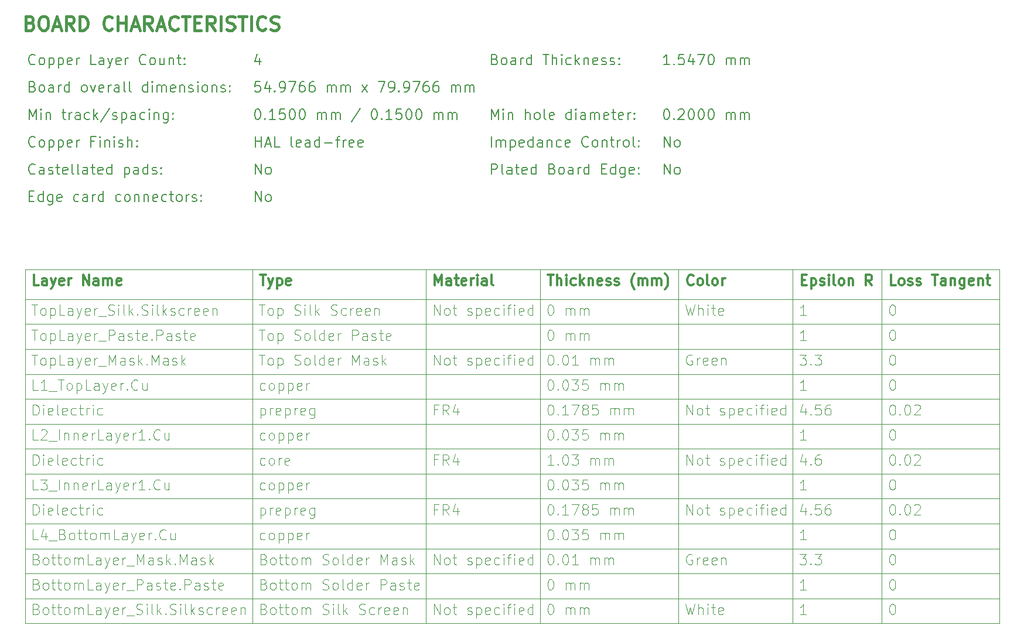
<source format=gbr>
%TF.GenerationSoftware,KiCad,Pcbnew,9.0.0*%
%TF.CreationDate,2025-03-03T22:11:57+00:00*%
%TF.ProjectId,StepUp,53746570-5570-42e6-9b69-6361645f7063,v0.3*%
%TF.SameCoordinates,Original*%
%TF.FileFunction,Other,ECO1*%
%FSLAX45Y45*%
G04 Gerber Fmt 4.5, Leading zero omitted, Abs format (unit mm)*
G04 Created by KiCad (PCBNEW 9.0.0) date 2025-03-03 22:11:57*
%MOMM*%
%LPD*%
G01*
G04 APERTURE LIST*
%ADD10C,0.100000*%
%ADD11C,0.300000*%
%ADD12C,0.200000*%
%ADD13C,0.400000*%
G04 APERTURE END LIST*
D10*
X13780000Y-10765700D02*
X27860000Y-10765700D01*
X13780000Y-8892500D02*
X13780000Y-14011100D01*
X27860000Y-8892500D02*
X27860000Y-14011100D01*
X13780000Y-11486900D02*
X27860000Y-11486900D01*
X13780000Y-9683900D02*
X27860000Y-9683900D01*
X13780000Y-10405100D02*
X27860000Y-10405100D01*
X13780000Y-12208100D02*
X27860000Y-12208100D01*
X19572857Y-8892500D02*
X19572857Y-14011100D01*
X13780000Y-11126300D02*
X27860000Y-11126300D01*
X13780000Y-12568700D02*
X27860000Y-12568700D01*
X13780000Y-14011100D02*
X27860000Y-14011100D01*
X13780000Y-12929300D02*
X27860000Y-12929300D01*
X13780000Y-9323300D02*
X27860000Y-9323300D01*
X13780000Y-10044500D02*
X27860000Y-10044500D01*
X21222857Y-8892500D02*
X21222857Y-14011100D01*
X13780000Y-13289900D02*
X27860000Y-13289900D01*
X17065714Y-8892500D02*
X17065714Y-14011100D01*
X23225714Y-8892500D02*
X23225714Y-14011100D01*
X13780000Y-8892500D02*
X27860000Y-8892500D01*
X13780000Y-13650500D02*
X27860000Y-13650500D01*
X26164286Y-8892500D02*
X26164286Y-14011100D01*
X13780000Y-11847500D02*
X27860000Y-11847500D01*
X24875714Y-8892500D02*
X24875714Y-14011100D01*
X19690150Y-13160923D02*
X19690150Y-13010923D01*
X19690150Y-13010923D02*
X19775864Y-13160923D01*
X19775864Y-13160923D02*
X19775864Y-13010923D01*
X19868722Y-13160923D02*
X19854436Y-13153780D01*
X19854436Y-13153780D02*
X19847293Y-13146637D01*
X19847293Y-13146637D02*
X19840150Y-13132351D01*
X19840150Y-13132351D02*
X19840150Y-13089494D01*
X19840150Y-13089494D02*
X19847293Y-13075208D01*
X19847293Y-13075208D02*
X19854436Y-13068066D01*
X19854436Y-13068066D02*
X19868722Y-13060923D01*
X19868722Y-13060923D02*
X19890150Y-13060923D01*
X19890150Y-13060923D02*
X19904436Y-13068066D01*
X19904436Y-13068066D02*
X19911579Y-13075208D01*
X19911579Y-13075208D02*
X19918722Y-13089494D01*
X19918722Y-13089494D02*
X19918722Y-13132351D01*
X19918722Y-13132351D02*
X19911579Y-13146637D01*
X19911579Y-13146637D02*
X19904436Y-13153780D01*
X19904436Y-13153780D02*
X19890150Y-13160923D01*
X19890150Y-13160923D02*
X19868722Y-13160923D01*
X19961579Y-13060923D02*
X20018722Y-13060923D01*
X19983007Y-13010923D02*
X19983007Y-13139494D01*
X19983007Y-13139494D02*
X19990150Y-13153780D01*
X19990150Y-13153780D02*
X20004436Y-13160923D01*
X20004436Y-13160923D02*
X20018722Y-13160923D01*
X20175865Y-13153780D02*
X20190150Y-13160923D01*
X20190150Y-13160923D02*
X20218722Y-13160923D01*
X20218722Y-13160923D02*
X20233007Y-13153780D01*
X20233007Y-13153780D02*
X20240150Y-13139494D01*
X20240150Y-13139494D02*
X20240150Y-13132351D01*
X20240150Y-13132351D02*
X20233007Y-13118066D01*
X20233007Y-13118066D02*
X20218722Y-13110923D01*
X20218722Y-13110923D02*
X20197293Y-13110923D01*
X20197293Y-13110923D02*
X20183007Y-13103780D01*
X20183007Y-13103780D02*
X20175865Y-13089494D01*
X20175865Y-13089494D02*
X20175865Y-13082351D01*
X20175865Y-13082351D02*
X20183007Y-13068066D01*
X20183007Y-13068066D02*
X20197293Y-13060923D01*
X20197293Y-13060923D02*
X20218722Y-13060923D01*
X20218722Y-13060923D02*
X20233007Y-13068066D01*
X20304436Y-13060923D02*
X20304436Y-13210923D01*
X20304436Y-13068066D02*
X20318722Y-13060923D01*
X20318722Y-13060923D02*
X20347293Y-13060923D01*
X20347293Y-13060923D02*
X20361579Y-13068066D01*
X20361579Y-13068066D02*
X20368722Y-13075208D01*
X20368722Y-13075208D02*
X20375865Y-13089494D01*
X20375865Y-13089494D02*
X20375865Y-13132351D01*
X20375865Y-13132351D02*
X20368722Y-13146637D01*
X20368722Y-13146637D02*
X20361579Y-13153780D01*
X20361579Y-13153780D02*
X20347293Y-13160923D01*
X20347293Y-13160923D02*
X20318722Y-13160923D01*
X20318722Y-13160923D02*
X20304436Y-13153780D01*
X20497293Y-13153780D02*
X20483007Y-13160923D01*
X20483007Y-13160923D02*
X20454436Y-13160923D01*
X20454436Y-13160923D02*
X20440150Y-13153780D01*
X20440150Y-13153780D02*
X20433007Y-13139494D01*
X20433007Y-13139494D02*
X20433007Y-13082351D01*
X20433007Y-13082351D02*
X20440150Y-13068066D01*
X20440150Y-13068066D02*
X20454436Y-13060923D01*
X20454436Y-13060923D02*
X20483007Y-13060923D01*
X20483007Y-13060923D02*
X20497293Y-13068066D01*
X20497293Y-13068066D02*
X20504436Y-13082351D01*
X20504436Y-13082351D02*
X20504436Y-13096637D01*
X20504436Y-13096637D02*
X20433007Y-13110923D01*
X20633007Y-13153780D02*
X20618722Y-13160923D01*
X20618722Y-13160923D02*
X20590150Y-13160923D01*
X20590150Y-13160923D02*
X20575865Y-13153780D01*
X20575865Y-13153780D02*
X20568722Y-13146637D01*
X20568722Y-13146637D02*
X20561579Y-13132351D01*
X20561579Y-13132351D02*
X20561579Y-13089494D01*
X20561579Y-13089494D02*
X20568722Y-13075208D01*
X20568722Y-13075208D02*
X20575865Y-13068066D01*
X20575865Y-13068066D02*
X20590150Y-13060923D01*
X20590150Y-13060923D02*
X20618722Y-13060923D01*
X20618722Y-13060923D02*
X20633007Y-13068066D01*
X20697293Y-13160923D02*
X20697293Y-13060923D01*
X20697293Y-13010923D02*
X20690150Y-13018066D01*
X20690150Y-13018066D02*
X20697293Y-13025208D01*
X20697293Y-13025208D02*
X20704436Y-13018066D01*
X20704436Y-13018066D02*
X20697293Y-13010923D01*
X20697293Y-13010923D02*
X20697293Y-13025208D01*
X20747293Y-13060923D02*
X20804436Y-13060923D01*
X20768722Y-13160923D02*
X20768722Y-13032351D01*
X20768722Y-13032351D02*
X20775865Y-13018066D01*
X20775865Y-13018066D02*
X20790150Y-13010923D01*
X20790150Y-13010923D02*
X20804436Y-13010923D01*
X20854436Y-13160923D02*
X20854436Y-13060923D01*
X20854436Y-13010923D02*
X20847293Y-13018066D01*
X20847293Y-13018066D02*
X20854436Y-13025208D01*
X20854436Y-13025208D02*
X20861579Y-13018066D01*
X20861579Y-13018066D02*
X20854436Y-13010923D01*
X20854436Y-13010923D02*
X20854436Y-13025208D01*
X20983007Y-13153780D02*
X20968722Y-13160923D01*
X20968722Y-13160923D02*
X20940150Y-13160923D01*
X20940150Y-13160923D02*
X20925865Y-13153780D01*
X20925865Y-13153780D02*
X20918722Y-13139494D01*
X20918722Y-13139494D02*
X20918722Y-13082351D01*
X20918722Y-13082351D02*
X20925865Y-13068066D01*
X20925865Y-13068066D02*
X20940150Y-13060923D01*
X20940150Y-13060923D02*
X20968722Y-13060923D01*
X20968722Y-13060923D02*
X20983007Y-13068066D01*
X20983007Y-13068066D02*
X20990150Y-13082351D01*
X20990150Y-13082351D02*
X20990150Y-13096637D01*
X20990150Y-13096637D02*
X20918722Y-13110923D01*
X21118722Y-13160923D02*
X21118722Y-13010923D01*
X21118722Y-13153780D02*
X21104436Y-13160923D01*
X21104436Y-13160923D02*
X21075865Y-13160923D01*
X21075865Y-13160923D02*
X21061579Y-13153780D01*
X21061579Y-13153780D02*
X21054436Y-13146637D01*
X21054436Y-13146637D02*
X21047293Y-13132351D01*
X21047293Y-13132351D02*
X21047293Y-13089494D01*
X21047293Y-13089494D02*
X21054436Y-13075208D01*
X21054436Y-13075208D02*
X21061579Y-13068066D01*
X21061579Y-13068066D02*
X21075865Y-13060923D01*
X21075865Y-13060923D02*
X21104436Y-13060923D01*
X21104436Y-13060923D02*
X21118722Y-13068066D01*
D11*
X21331880Y-8973083D02*
X21417594Y-8973083D01*
X21374737Y-9123083D02*
X21374737Y-8973083D01*
X21467594Y-9123083D02*
X21467594Y-8973083D01*
X21531880Y-9123083D02*
X21531880Y-9044511D01*
X21531880Y-9044511D02*
X21524737Y-9030226D01*
X21524737Y-9030226D02*
X21510451Y-9023083D01*
X21510451Y-9023083D02*
X21489022Y-9023083D01*
X21489022Y-9023083D02*
X21474737Y-9030226D01*
X21474737Y-9030226D02*
X21467594Y-9037369D01*
X21603308Y-9123083D02*
X21603308Y-9023083D01*
X21603308Y-8973083D02*
X21596165Y-8980226D01*
X21596165Y-8980226D02*
X21603308Y-8987369D01*
X21603308Y-8987369D02*
X21610451Y-8980226D01*
X21610451Y-8980226D02*
X21603308Y-8973083D01*
X21603308Y-8973083D02*
X21603308Y-8987369D01*
X21739023Y-9115940D02*
X21724737Y-9123083D01*
X21724737Y-9123083D02*
X21696165Y-9123083D01*
X21696165Y-9123083D02*
X21681880Y-9115940D01*
X21681880Y-9115940D02*
X21674737Y-9108797D01*
X21674737Y-9108797D02*
X21667594Y-9094511D01*
X21667594Y-9094511D02*
X21667594Y-9051654D01*
X21667594Y-9051654D02*
X21674737Y-9037369D01*
X21674737Y-9037369D02*
X21681880Y-9030226D01*
X21681880Y-9030226D02*
X21696165Y-9023083D01*
X21696165Y-9023083D02*
X21724737Y-9023083D01*
X21724737Y-9023083D02*
X21739023Y-9030226D01*
X21803308Y-9123083D02*
X21803308Y-8973083D01*
X21817594Y-9065940D02*
X21860451Y-9123083D01*
X21860451Y-9023083D02*
X21803308Y-9080226D01*
X21924737Y-9023083D02*
X21924737Y-9123083D01*
X21924737Y-9037369D02*
X21931880Y-9030226D01*
X21931880Y-9030226D02*
X21946165Y-9023083D01*
X21946165Y-9023083D02*
X21967594Y-9023083D01*
X21967594Y-9023083D02*
X21981880Y-9030226D01*
X21981880Y-9030226D02*
X21989023Y-9044511D01*
X21989023Y-9044511D02*
X21989023Y-9123083D01*
X22117594Y-9115940D02*
X22103308Y-9123083D01*
X22103308Y-9123083D02*
X22074737Y-9123083D01*
X22074737Y-9123083D02*
X22060451Y-9115940D01*
X22060451Y-9115940D02*
X22053308Y-9101654D01*
X22053308Y-9101654D02*
X22053308Y-9044511D01*
X22053308Y-9044511D02*
X22060451Y-9030226D01*
X22060451Y-9030226D02*
X22074737Y-9023083D01*
X22074737Y-9023083D02*
X22103308Y-9023083D01*
X22103308Y-9023083D02*
X22117594Y-9030226D01*
X22117594Y-9030226D02*
X22124737Y-9044511D01*
X22124737Y-9044511D02*
X22124737Y-9058797D01*
X22124737Y-9058797D02*
X22053308Y-9073083D01*
X22181880Y-9115940D02*
X22196165Y-9123083D01*
X22196165Y-9123083D02*
X22224737Y-9123083D01*
X22224737Y-9123083D02*
X22239022Y-9115940D01*
X22239022Y-9115940D02*
X22246165Y-9101654D01*
X22246165Y-9101654D02*
X22246165Y-9094511D01*
X22246165Y-9094511D02*
X22239022Y-9080226D01*
X22239022Y-9080226D02*
X22224737Y-9073083D01*
X22224737Y-9073083D02*
X22203308Y-9073083D01*
X22203308Y-9073083D02*
X22189022Y-9065940D01*
X22189022Y-9065940D02*
X22181880Y-9051654D01*
X22181880Y-9051654D02*
X22181880Y-9044511D01*
X22181880Y-9044511D02*
X22189022Y-9030226D01*
X22189022Y-9030226D02*
X22203308Y-9023083D01*
X22203308Y-9023083D02*
X22224737Y-9023083D01*
X22224737Y-9023083D02*
X22239022Y-9030226D01*
X22303308Y-9115940D02*
X22317594Y-9123083D01*
X22317594Y-9123083D02*
X22346165Y-9123083D01*
X22346165Y-9123083D02*
X22360451Y-9115940D01*
X22360451Y-9115940D02*
X22367594Y-9101654D01*
X22367594Y-9101654D02*
X22367594Y-9094511D01*
X22367594Y-9094511D02*
X22360451Y-9080226D01*
X22360451Y-9080226D02*
X22346165Y-9073083D01*
X22346165Y-9073083D02*
X22324737Y-9073083D01*
X22324737Y-9073083D02*
X22310451Y-9065940D01*
X22310451Y-9065940D02*
X22303308Y-9051654D01*
X22303308Y-9051654D02*
X22303308Y-9044511D01*
X22303308Y-9044511D02*
X22310451Y-9030226D01*
X22310451Y-9030226D02*
X22324737Y-9023083D01*
X22324737Y-9023083D02*
X22346165Y-9023083D01*
X22346165Y-9023083D02*
X22360451Y-9030226D01*
X22589022Y-9180226D02*
X22581880Y-9173083D01*
X22581880Y-9173083D02*
X22567594Y-9151654D01*
X22567594Y-9151654D02*
X22560451Y-9137369D01*
X22560451Y-9137369D02*
X22553308Y-9115940D01*
X22553308Y-9115940D02*
X22546165Y-9080226D01*
X22546165Y-9080226D02*
X22546165Y-9051654D01*
X22546165Y-9051654D02*
X22553308Y-9015940D01*
X22553308Y-9015940D02*
X22560451Y-8994511D01*
X22560451Y-8994511D02*
X22567594Y-8980226D01*
X22567594Y-8980226D02*
X22581880Y-8958797D01*
X22581880Y-8958797D02*
X22589022Y-8951654D01*
X22646165Y-9123083D02*
X22646165Y-9023083D01*
X22646165Y-9037369D02*
X22653308Y-9030226D01*
X22653308Y-9030226D02*
X22667594Y-9023083D01*
X22667594Y-9023083D02*
X22689022Y-9023083D01*
X22689022Y-9023083D02*
X22703308Y-9030226D01*
X22703308Y-9030226D02*
X22710451Y-9044511D01*
X22710451Y-9044511D02*
X22710451Y-9123083D01*
X22710451Y-9044511D02*
X22717594Y-9030226D01*
X22717594Y-9030226D02*
X22731880Y-9023083D01*
X22731880Y-9023083D02*
X22753308Y-9023083D01*
X22753308Y-9023083D02*
X22767594Y-9030226D01*
X22767594Y-9030226D02*
X22774737Y-9044511D01*
X22774737Y-9044511D02*
X22774737Y-9123083D01*
X22846165Y-9123083D02*
X22846165Y-9023083D01*
X22846165Y-9037369D02*
X22853308Y-9030226D01*
X22853308Y-9030226D02*
X22867594Y-9023083D01*
X22867594Y-9023083D02*
X22889022Y-9023083D01*
X22889022Y-9023083D02*
X22903308Y-9030226D01*
X22903308Y-9030226D02*
X22910451Y-9044511D01*
X22910451Y-9044511D02*
X22910451Y-9123083D01*
X22910451Y-9044511D02*
X22917594Y-9030226D01*
X22917594Y-9030226D02*
X22931880Y-9023083D01*
X22931880Y-9023083D02*
X22953308Y-9023083D01*
X22953308Y-9023083D02*
X22967594Y-9030226D01*
X22967594Y-9030226D02*
X22974737Y-9044511D01*
X22974737Y-9044511D02*
X22974737Y-9123083D01*
X23031880Y-9180226D02*
X23039022Y-9173083D01*
X23039022Y-9173083D02*
X23053308Y-9151654D01*
X23053308Y-9151654D02*
X23060451Y-9137369D01*
X23060451Y-9137369D02*
X23067594Y-9115940D01*
X23067594Y-9115940D02*
X23074737Y-9080226D01*
X23074737Y-9080226D02*
X23074737Y-9051654D01*
X23074737Y-9051654D02*
X23067594Y-9015940D01*
X23067594Y-9015940D02*
X23060451Y-8994511D01*
X23060451Y-8994511D02*
X23053308Y-8980226D01*
X23053308Y-8980226D02*
X23039022Y-8958797D01*
X23039022Y-8958797D02*
X23031880Y-8951654D01*
D10*
X17161579Y-9765523D02*
X17247293Y-9765523D01*
X17204436Y-9915523D02*
X17204436Y-9765523D01*
X17318722Y-9915523D02*
X17304436Y-9908380D01*
X17304436Y-9908380D02*
X17297293Y-9901237D01*
X17297293Y-9901237D02*
X17290150Y-9886951D01*
X17290150Y-9886951D02*
X17290150Y-9844094D01*
X17290150Y-9844094D02*
X17297293Y-9829809D01*
X17297293Y-9829809D02*
X17304436Y-9822666D01*
X17304436Y-9822666D02*
X17318722Y-9815523D01*
X17318722Y-9815523D02*
X17340150Y-9815523D01*
X17340150Y-9815523D02*
X17354436Y-9822666D01*
X17354436Y-9822666D02*
X17361579Y-9829809D01*
X17361579Y-9829809D02*
X17368722Y-9844094D01*
X17368722Y-9844094D02*
X17368722Y-9886951D01*
X17368722Y-9886951D02*
X17361579Y-9901237D01*
X17361579Y-9901237D02*
X17354436Y-9908380D01*
X17354436Y-9908380D02*
X17340150Y-9915523D01*
X17340150Y-9915523D02*
X17318722Y-9915523D01*
X17433007Y-9815523D02*
X17433007Y-9965523D01*
X17433007Y-9822666D02*
X17447293Y-9815523D01*
X17447293Y-9815523D02*
X17475865Y-9815523D01*
X17475865Y-9815523D02*
X17490150Y-9822666D01*
X17490150Y-9822666D02*
X17497293Y-9829809D01*
X17497293Y-9829809D02*
X17504436Y-9844094D01*
X17504436Y-9844094D02*
X17504436Y-9886951D01*
X17504436Y-9886951D02*
X17497293Y-9901237D01*
X17497293Y-9901237D02*
X17490150Y-9908380D01*
X17490150Y-9908380D02*
X17475865Y-9915523D01*
X17475865Y-9915523D02*
X17447293Y-9915523D01*
X17447293Y-9915523D02*
X17433007Y-9908380D01*
X17675865Y-9908380D02*
X17697293Y-9915523D01*
X17697293Y-9915523D02*
X17733007Y-9915523D01*
X17733007Y-9915523D02*
X17747293Y-9908380D01*
X17747293Y-9908380D02*
X17754436Y-9901237D01*
X17754436Y-9901237D02*
X17761579Y-9886951D01*
X17761579Y-9886951D02*
X17761579Y-9872666D01*
X17761579Y-9872666D02*
X17754436Y-9858380D01*
X17754436Y-9858380D02*
X17747293Y-9851237D01*
X17747293Y-9851237D02*
X17733007Y-9844094D01*
X17733007Y-9844094D02*
X17704436Y-9836951D01*
X17704436Y-9836951D02*
X17690150Y-9829809D01*
X17690150Y-9829809D02*
X17683007Y-9822666D01*
X17683007Y-9822666D02*
X17675865Y-9808380D01*
X17675865Y-9808380D02*
X17675865Y-9794094D01*
X17675865Y-9794094D02*
X17683007Y-9779809D01*
X17683007Y-9779809D02*
X17690150Y-9772666D01*
X17690150Y-9772666D02*
X17704436Y-9765523D01*
X17704436Y-9765523D02*
X17740150Y-9765523D01*
X17740150Y-9765523D02*
X17761579Y-9772666D01*
X17847293Y-9915523D02*
X17833007Y-9908380D01*
X17833007Y-9908380D02*
X17825864Y-9901237D01*
X17825864Y-9901237D02*
X17818722Y-9886951D01*
X17818722Y-9886951D02*
X17818722Y-9844094D01*
X17818722Y-9844094D02*
X17825864Y-9829809D01*
X17825864Y-9829809D02*
X17833007Y-9822666D01*
X17833007Y-9822666D02*
X17847293Y-9815523D01*
X17847293Y-9815523D02*
X17868722Y-9815523D01*
X17868722Y-9815523D02*
X17883007Y-9822666D01*
X17883007Y-9822666D02*
X17890150Y-9829809D01*
X17890150Y-9829809D02*
X17897293Y-9844094D01*
X17897293Y-9844094D02*
X17897293Y-9886951D01*
X17897293Y-9886951D02*
X17890150Y-9901237D01*
X17890150Y-9901237D02*
X17883007Y-9908380D01*
X17883007Y-9908380D02*
X17868722Y-9915523D01*
X17868722Y-9915523D02*
X17847293Y-9915523D01*
X17983007Y-9915523D02*
X17968722Y-9908380D01*
X17968722Y-9908380D02*
X17961579Y-9894094D01*
X17961579Y-9894094D02*
X17961579Y-9765523D01*
X18104436Y-9915523D02*
X18104436Y-9765523D01*
X18104436Y-9908380D02*
X18090150Y-9915523D01*
X18090150Y-9915523D02*
X18061579Y-9915523D01*
X18061579Y-9915523D02*
X18047293Y-9908380D01*
X18047293Y-9908380D02*
X18040150Y-9901237D01*
X18040150Y-9901237D02*
X18033007Y-9886951D01*
X18033007Y-9886951D02*
X18033007Y-9844094D01*
X18033007Y-9844094D02*
X18040150Y-9829809D01*
X18040150Y-9829809D02*
X18047293Y-9822666D01*
X18047293Y-9822666D02*
X18061579Y-9815523D01*
X18061579Y-9815523D02*
X18090150Y-9815523D01*
X18090150Y-9815523D02*
X18104436Y-9822666D01*
X18233007Y-9908380D02*
X18218722Y-9915523D01*
X18218722Y-9915523D02*
X18190150Y-9915523D01*
X18190150Y-9915523D02*
X18175864Y-9908380D01*
X18175864Y-9908380D02*
X18168722Y-9894094D01*
X18168722Y-9894094D02*
X18168722Y-9836951D01*
X18168722Y-9836951D02*
X18175864Y-9822666D01*
X18175864Y-9822666D02*
X18190150Y-9815523D01*
X18190150Y-9815523D02*
X18218722Y-9815523D01*
X18218722Y-9815523D02*
X18233007Y-9822666D01*
X18233007Y-9822666D02*
X18240150Y-9836951D01*
X18240150Y-9836951D02*
X18240150Y-9851237D01*
X18240150Y-9851237D02*
X18168722Y-9865523D01*
X18304436Y-9915523D02*
X18304436Y-9815523D01*
X18304436Y-9844094D02*
X18311579Y-9829809D01*
X18311579Y-9829809D02*
X18318722Y-9822666D01*
X18318722Y-9822666D02*
X18333007Y-9815523D01*
X18333007Y-9815523D02*
X18347293Y-9815523D01*
X18511579Y-9915523D02*
X18511579Y-9765523D01*
X18511579Y-9765523D02*
X18568722Y-9765523D01*
X18568722Y-9765523D02*
X18583007Y-9772666D01*
X18583007Y-9772666D02*
X18590150Y-9779809D01*
X18590150Y-9779809D02*
X18597293Y-9794094D01*
X18597293Y-9794094D02*
X18597293Y-9815523D01*
X18597293Y-9815523D02*
X18590150Y-9829809D01*
X18590150Y-9829809D02*
X18583007Y-9836951D01*
X18583007Y-9836951D02*
X18568722Y-9844094D01*
X18568722Y-9844094D02*
X18511579Y-9844094D01*
X18725864Y-9915523D02*
X18725864Y-9836951D01*
X18725864Y-9836951D02*
X18718722Y-9822666D01*
X18718722Y-9822666D02*
X18704436Y-9815523D01*
X18704436Y-9815523D02*
X18675864Y-9815523D01*
X18675864Y-9815523D02*
X18661579Y-9822666D01*
X18725864Y-9908380D02*
X18711579Y-9915523D01*
X18711579Y-9915523D02*
X18675864Y-9915523D01*
X18675864Y-9915523D02*
X18661579Y-9908380D01*
X18661579Y-9908380D02*
X18654436Y-9894094D01*
X18654436Y-9894094D02*
X18654436Y-9879809D01*
X18654436Y-9879809D02*
X18661579Y-9865523D01*
X18661579Y-9865523D02*
X18675864Y-9858380D01*
X18675864Y-9858380D02*
X18711579Y-9858380D01*
X18711579Y-9858380D02*
X18725864Y-9851237D01*
X18790150Y-9908380D02*
X18804436Y-9915523D01*
X18804436Y-9915523D02*
X18833007Y-9915523D01*
X18833007Y-9915523D02*
X18847293Y-9908380D01*
X18847293Y-9908380D02*
X18854436Y-9894094D01*
X18854436Y-9894094D02*
X18854436Y-9886951D01*
X18854436Y-9886951D02*
X18847293Y-9872666D01*
X18847293Y-9872666D02*
X18833007Y-9865523D01*
X18833007Y-9865523D02*
X18811579Y-9865523D01*
X18811579Y-9865523D02*
X18797293Y-9858380D01*
X18797293Y-9858380D02*
X18790150Y-9844094D01*
X18790150Y-9844094D02*
X18790150Y-9836951D01*
X18790150Y-9836951D02*
X18797293Y-9822666D01*
X18797293Y-9822666D02*
X18811579Y-9815523D01*
X18811579Y-9815523D02*
X18833007Y-9815523D01*
X18833007Y-9815523D02*
X18847293Y-9822666D01*
X18897293Y-9815523D02*
X18954436Y-9815523D01*
X18918722Y-9765523D02*
X18918722Y-9894094D01*
X18918722Y-9894094D02*
X18925864Y-9908380D01*
X18925864Y-9908380D02*
X18940150Y-9915523D01*
X18940150Y-9915523D02*
X18954436Y-9915523D01*
X19061579Y-9908380D02*
X19047293Y-9915523D01*
X19047293Y-9915523D02*
X19018722Y-9915523D01*
X19018722Y-9915523D02*
X19004436Y-9908380D01*
X19004436Y-9908380D02*
X18997293Y-9894094D01*
X18997293Y-9894094D02*
X18997293Y-9836951D01*
X18997293Y-9836951D02*
X19004436Y-9822666D01*
X19004436Y-9822666D02*
X19018722Y-9815523D01*
X19018722Y-9815523D02*
X19047293Y-9815523D01*
X19047293Y-9815523D02*
X19061579Y-9822666D01*
X19061579Y-9822666D02*
X19068722Y-9836951D01*
X19068722Y-9836951D02*
X19068722Y-9851237D01*
X19068722Y-9851237D02*
X18997293Y-9865523D01*
X17183007Y-12339723D02*
X17183007Y-12489723D01*
X17183007Y-12346866D02*
X17197293Y-12339723D01*
X17197293Y-12339723D02*
X17225865Y-12339723D01*
X17225865Y-12339723D02*
X17240150Y-12346866D01*
X17240150Y-12346866D02*
X17247293Y-12354008D01*
X17247293Y-12354008D02*
X17254436Y-12368294D01*
X17254436Y-12368294D02*
X17254436Y-12411151D01*
X17254436Y-12411151D02*
X17247293Y-12425437D01*
X17247293Y-12425437D02*
X17240150Y-12432580D01*
X17240150Y-12432580D02*
X17225865Y-12439723D01*
X17225865Y-12439723D02*
X17197293Y-12439723D01*
X17197293Y-12439723D02*
X17183007Y-12432580D01*
X17318722Y-12439723D02*
X17318722Y-12339723D01*
X17318722Y-12368294D02*
X17325865Y-12354008D01*
X17325865Y-12354008D02*
X17333007Y-12346866D01*
X17333007Y-12346866D02*
X17347293Y-12339723D01*
X17347293Y-12339723D02*
X17361579Y-12339723D01*
X17468722Y-12432580D02*
X17454436Y-12439723D01*
X17454436Y-12439723D02*
X17425865Y-12439723D01*
X17425865Y-12439723D02*
X17411579Y-12432580D01*
X17411579Y-12432580D02*
X17404436Y-12418294D01*
X17404436Y-12418294D02*
X17404436Y-12361151D01*
X17404436Y-12361151D02*
X17411579Y-12346866D01*
X17411579Y-12346866D02*
X17425865Y-12339723D01*
X17425865Y-12339723D02*
X17454436Y-12339723D01*
X17454436Y-12339723D02*
X17468722Y-12346866D01*
X17468722Y-12346866D02*
X17475865Y-12361151D01*
X17475865Y-12361151D02*
X17475865Y-12375437D01*
X17475865Y-12375437D02*
X17404436Y-12389723D01*
X17540150Y-12339723D02*
X17540150Y-12489723D01*
X17540150Y-12346866D02*
X17554436Y-12339723D01*
X17554436Y-12339723D02*
X17583007Y-12339723D01*
X17583007Y-12339723D02*
X17597293Y-12346866D01*
X17597293Y-12346866D02*
X17604436Y-12354008D01*
X17604436Y-12354008D02*
X17611579Y-12368294D01*
X17611579Y-12368294D02*
X17611579Y-12411151D01*
X17611579Y-12411151D02*
X17604436Y-12425437D01*
X17604436Y-12425437D02*
X17597293Y-12432580D01*
X17597293Y-12432580D02*
X17583007Y-12439723D01*
X17583007Y-12439723D02*
X17554436Y-12439723D01*
X17554436Y-12439723D02*
X17540150Y-12432580D01*
X17675864Y-12439723D02*
X17675864Y-12339723D01*
X17675864Y-12368294D02*
X17683007Y-12354008D01*
X17683007Y-12354008D02*
X17690150Y-12346866D01*
X17690150Y-12346866D02*
X17704436Y-12339723D01*
X17704436Y-12339723D02*
X17718722Y-12339723D01*
X17825864Y-12432580D02*
X17811579Y-12439723D01*
X17811579Y-12439723D02*
X17783007Y-12439723D01*
X17783007Y-12439723D02*
X17768722Y-12432580D01*
X17768722Y-12432580D02*
X17761579Y-12418294D01*
X17761579Y-12418294D02*
X17761579Y-12361151D01*
X17761579Y-12361151D02*
X17768722Y-12346866D01*
X17768722Y-12346866D02*
X17783007Y-12339723D01*
X17783007Y-12339723D02*
X17811579Y-12339723D01*
X17811579Y-12339723D02*
X17825864Y-12346866D01*
X17825864Y-12346866D02*
X17833007Y-12361151D01*
X17833007Y-12361151D02*
X17833007Y-12375437D01*
X17833007Y-12375437D02*
X17761579Y-12389723D01*
X17961579Y-12339723D02*
X17961579Y-12461151D01*
X17961579Y-12461151D02*
X17954436Y-12475437D01*
X17954436Y-12475437D02*
X17947293Y-12482580D01*
X17947293Y-12482580D02*
X17933007Y-12489723D01*
X17933007Y-12489723D02*
X17911579Y-12489723D01*
X17911579Y-12489723D02*
X17897293Y-12482580D01*
X17961579Y-12432580D02*
X17947293Y-12439723D01*
X17947293Y-12439723D02*
X17918722Y-12439723D01*
X17918722Y-12439723D02*
X17904436Y-12432580D01*
X17904436Y-12432580D02*
X17897293Y-12425437D01*
X17897293Y-12425437D02*
X17890150Y-12411151D01*
X17890150Y-12411151D02*
X17890150Y-12368294D01*
X17890150Y-12368294D02*
X17897293Y-12354008D01*
X17897293Y-12354008D02*
X17904436Y-12346866D01*
X17904436Y-12346866D02*
X17918722Y-12339723D01*
X17918722Y-12339723D02*
X17947293Y-12339723D01*
X17947293Y-12339723D02*
X17961579Y-12346866D01*
D11*
X19703308Y-9123083D02*
X19703308Y-8973083D01*
X19703308Y-8973083D02*
X19753308Y-9080226D01*
X19753308Y-9080226D02*
X19803308Y-8973083D01*
X19803308Y-8973083D02*
X19803308Y-9123083D01*
X19939022Y-9123083D02*
X19939022Y-9044511D01*
X19939022Y-9044511D02*
X19931880Y-9030226D01*
X19931880Y-9030226D02*
X19917594Y-9023083D01*
X19917594Y-9023083D02*
X19889022Y-9023083D01*
X19889022Y-9023083D02*
X19874737Y-9030226D01*
X19939022Y-9115940D02*
X19924737Y-9123083D01*
X19924737Y-9123083D02*
X19889022Y-9123083D01*
X19889022Y-9123083D02*
X19874737Y-9115940D01*
X19874737Y-9115940D02*
X19867594Y-9101654D01*
X19867594Y-9101654D02*
X19867594Y-9087369D01*
X19867594Y-9087369D02*
X19874737Y-9073083D01*
X19874737Y-9073083D02*
X19889022Y-9065940D01*
X19889022Y-9065940D02*
X19924737Y-9065940D01*
X19924737Y-9065940D02*
X19939022Y-9058797D01*
X19989022Y-9023083D02*
X20046165Y-9023083D01*
X20010451Y-8973083D02*
X20010451Y-9101654D01*
X20010451Y-9101654D02*
X20017594Y-9115940D01*
X20017594Y-9115940D02*
X20031880Y-9123083D01*
X20031880Y-9123083D02*
X20046165Y-9123083D01*
X20153308Y-9115940D02*
X20139022Y-9123083D01*
X20139022Y-9123083D02*
X20110451Y-9123083D01*
X20110451Y-9123083D02*
X20096165Y-9115940D01*
X20096165Y-9115940D02*
X20089022Y-9101654D01*
X20089022Y-9101654D02*
X20089022Y-9044511D01*
X20089022Y-9044511D02*
X20096165Y-9030226D01*
X20096165Y-9030226D02*
X20110451Y-9023083D01*
X20110451Y-9023083D02*
X20139022Y-9023083D01*
X20139022Y-9023083D02*
X20153308Y-9030226D01*
X20153308Y-9030226D02*
X20160451Y-9044511D01*
X20160451Y-9044511D02*
X20160451Y-9058797D01*
X20160451Y-9058797D02*
X20089022Y-9073083D01*
X20224737Y-9123083D02*
X20224737Y-9023083D01*
X20224737Y-9051654D02*
X20231880Y-9037369D01*
X20231880Y-9037369D02*
X20239022Y-9030226D01*
X20239022Y-9030226D02*
X20253308Y-9023083D01*
X20253308Y-9023083D02*
X20267594Y-9023083D01*
X20317594Y-9123083D02*
X20317594Y-9023083D01*
X20317594Y-8973083D02*
X20310451Y-8980226D01*
X20310451Y-8980226D02*
X20317594Y-8987369D01*
X20317594Y-8987369D02*
X20324737Y-8980226D01*
X20324737Y-8980226D02*
X20317594Y-8973083D01*
X20317594Y-8973083D02*
X20317594Y-8987369D01*
X20453308Y-9123083D02*
X20453308Y-9044511D01*
X20453308Y-9044511D02*
X20446165Y-9030226D01*
X20446165Y-9030226D02*
X20431880Y-9023083D01*
X20431880Y-9023083D02*
X20403308Y-9023083D01*
X20403308Y-9023083D02*
X20389022Y-9030226D01*
X20453308Y-9115940D02*
X20439022Y-9123083D01*
X20439022Y-9123083D02*
X20403308Y-9123083D01*
X20403308Y-9123083D02*
X20389022Y-9115940D01*
X20389022Y-9115940D02*
X20381880Y-9101654D01*
X20381880Y-9101654D02*
X20381880Y-9087369D01*
X20381880Y-9087369D02*
X20389022Y-9073083D01*
X20389022Y-9073083D02*
X20403308Y-9065940D01*
X20403308Y-9065940D02*
X20439022Y-9065940D01*
X20439022Y-9065940D02*
X20453308Y-9058797D01*
X20546165Y-9123083D02*
X20531880Y-9115940D01*
X20531880Y-9115940D02*
X20524737Y-9101654D01*
X20524737Y-9101654D02*
X20524737Y-8973083D01*
D10*
X25071579Y-11357923D02*
X24985865Y-11357923D01*
X25028722Y-11357923D02*
X25028722Y-11207923D01*
X25028722Y-11207923D02*
X25014436Y-11229351D01*
X25014436Y-11229351D02*
X25000150Y-11243637D01*
X25000150Y-11243637D02*
X24985865Y-11250780D01*
X21368722Y-10126123D02*
X21383007Y-10126123D01*
X21383007Y-10126123D02*
X21397293Y-10133266D01*
X21397293Y-10133266D02*
X21404436Y-10140409D01*
X21404436Y-10140409D02*
X21411579Y-10154694D01*
X21411579Y-10154694D02*
X21418722Y-10183266D01*
X21418722Y-10183266D02*
X21418722Y-10218980D01*
X21418722Y-10218980D02*
X21411579Y-10247551D01*
X21411579Y-10247551D02*
X21404436Y-10261837D01*
X21404436Y-10261837D02*
X21397293Y-10268980D01*
X21397293Y-10268980D02*
X21383007Y-10276123D01*
X21383007Y-10276123D02*
X21368722Y-10276123D01*
X21368722Y-10276123D02*
X21354436Y-10268980D01*
X21354436Y-10268980D02*
X21347293Y-10261837D01*
X21347293Y-10261837D02*
X21340150Y-10247551D01*
X21340150Y-10247551D02*
X21333007Y-10218980D01*
X21333007Y-10218980D02*
X21333007Y-10183266D01*
X21333007Y-10183266D02*
X21340150Y-10154694D01*
X21340150Y-10154694D02*
X21347293Y-10140409D01*
X21347293Y-10140409D02*
X21354436Y-10133266D01*
X21354436Y-10133266D02*
X21368722Y-10126123D01*
X21483007Y-10261837D02*
X21490150Y-10268980D01*
X21490150Y-10268980D02*
X21483007Y-10276123D01*
X21483007Y-10276123D02*
X21475865Y-10268980D01*
X21475865Y-10268980D02*
X21483007Y-10261837D01*
X21483007Y-10261837D02*
X21483007Y-10276123D01*
X21583007Y-10126123D02*
X21597293Y-10126123D01*
X21597293Y-10126123D02*
X21611579Y-10133266D01*
X21611579Y-10133266D02*
X21618722Y-10140409D01*
X21618722Y-10140409D02*
X21625865Y-10154694D01*
X21625865Y-10154694D02*
X21633007Y-10183266D01*
X21633007Y-10183266D02*
X21633007Y-10218980D01*
X21633007Y-10218980D02*
X21625865Y-10247551D01*
X21625865Y-10247551D02*
X21618722Y-10261837D01*
X21618722Y-10261837D02*
X21611579Y-10268980D01*
X21611579Y-10268980D02*
X21597293Y-10276123D01*
X21597293Y-10276123D02*
X21583007Y-10276123D01*
X21583007Y-10276123D02*
X21568722Y-10268980D01*
X21568722Y-10268980D02*
X21561579Y-10261837D01*
X21561579Y-10261837D02*
X21554436Y-10247551D01*
X21554436Y-10247551D02*
X21547293Y-10218980D01*
X21547293Y-10218980D02*
X21547293Y-10183266D01*
X21547293Y-10183266D02*
X21554436Y-10154694D01*
X21554436Y-10154694D02*
X21561579Y-10140409D01*
X21561579Y-10140409D02*
X21568722Y-10133266D01*
X21568722Y-10133266D02*
X21583007Y-10126123D01*
X21775865Y-10276123D02*
X21690150Y-10276123D01*
X21733007Y-10276123D02*
X21733007Y-10126123D01*
X21733007Y-10126123D02*
X21718722Y-10147551D01*
X21718722Y-10147551D02*
X21704436Y-10161837D01*
X21704436Y-10161837D02*
X21690150Y-10168980D01*
X21954436Y-10276123D02*
X21954436Y-10176123D01*
X21954436Y-10190409D02*
X21961579Y-10183266D01*
X21961579Y-10183266D02*
X21975864Y-10176123D01*
X21975864Y-10176123D02*
X21997293Y-10176123D01*
X21997293Y-10176123D02*
X22011579Y-10183266D01*
X22011579Y-10183266D02*
X22018722Y-10197551D01*
X22018722Y-10197551D02*
X22018722Y-10276123D01*
X22018722Y-10197551D02*
X22025864Y-10183266D01*
X22025864Y-10183266D02*
X22040150Y-10176123D01*
X22040150Y-10176123D02*
X22061579Y-10176123D01*
X22061579Y-10176123D02*
X22075864Y-10183266D01*
X22075864Y-10183266D02*
X22083007Y-10197551D01*
X22083007Y-10197551D02*
X22083007Y-10276123D01*
X22154436Y-10276123D02*
X22154436Y-10176123D01*
X22154436Y-10190409D02*
X22161579Y-10183266D01*
X22161579Y-10183266D02*
X22175864Y-10176123D01*
X22175864Y-10176123D02*
X22197293Y-10176123D01*
X22197293Y-10176123D02*
X22211579Y-10183266D01*
X22211579Y-10183266D02*
X22218722Y-10197551D01*
X22218722Y-10197551D02*
X22218722Y-10276123D01*
X22218722Y-10197551D02*
X22225864Y-10183266D01*
X22225864Y-10183266D02*
X22240150Y-10176123D01*
X22240150Y-10176123D02*
X22261579Y-10176123D01*
X22261579Y-10176123D02*
X22275864Y-10183266D01*
X22275864Y-10183266D02*
X22283007Y-10197551D01*
X22283007Y-10197551D02*
X22283007Y-10276123D01*
X26310150Y-10486723D02*
X26324436Y-10486723D01*
X26324436Y-10486723D02*
X26338722Y-10493866D01*
X26338722Y-10493866D02*
X26345865Y-10501009D01*
X26345865Y-10501009D02*
X26353008Y-10515294D01*
X26353008Y-10515294D02*
X26360150Y-10543866D01*
X26360150Y-10543866D02*
X26360150Y-10579580D01*
X26360150Y-10579580D02*
X26353008Y-10608151D01*
X26353008Y-10608151D02*
X26345865Y-10622437D01*
X26345865Y-10622437D02*
X26338722Y-10629580D01*
X26338722Y-10629580D02*
X26324436Y-10636723D01*
X26324436Y-10636723D02*
X26310150Y-10636723D01*
X26310150Y-10636723D02*
X26295865Y-10629580D01*
X26295865Y-10629580D02*
X26288722Y-10622437D01*
X26288722Y-10622437D02*
X26281579Y-10608151D01*
X26281579Y-10608151D02*
X26274436Y-10579580D01*
X26274436Y-10579580D02*
X26274436Y-10543866D01*
X26274436Y-10543866D02*
X26281579Y-10515294D01*
X26281579Y-10515294D02*
X26288722Y-10501009D01*
X26288722Y-10501009D02*
X26295865Y-10493866D01*
X26295865Y-10493866D02*
X26310150Y-10486723D01*
D12*
X20522800Y-7516803D02*
X20522800Y-7366803D01*
X20522800Y-7366803D02*
X20579943Y-7366803D01*
X20579943Y-7366803D02*
X20594229Y-7373946D01*
X20594229Y-7373946D02*
X20601372Y-7381088D01*
X20601372Y-7381088D02*
X20608514Y-7395374D01*
X20608514Y-7395374D02*
X20608514Y-7416803D01*
X20608514Y-7416803D02*
X20601372Y-7431088D01*
X20601372Y-7431088D02*
X20594229Y-7438231D01*
X20594229Y-7438231D02*
X20579943Y-7445374D01*
X20579943Y-7445374D02*
X20522800Y-7445374D01*
X20694229Y-7516803D02*
X20679943Y-7509660D01*
X20679943Y-7509660D02*
X20672800Y-7495374D01*
X20672800Y-7495374D02*
X20672800Y-7366803D01*
X20815657Y-7516803D02*
X20815657Y-7438231D01*
X20815657Y-7438231D02*
X20808514Y-7423946D01*
X20808514Y-7423946D02*
X20794229Y-7416803D01*
X20794229Y-7416803D02*
X20765657Y-7416803D01*
X20765657Y-7416803D02*
X20751372Y-7423946D01*
X20815657Y-7509660D02*
X20801372Y-7516803D01*
X20801372Y-7516803D02*
X20765657Y-7516803D01*
X20765657Y-7516803D02*
X20751372Y-7509660D01*
X20751372Y-7509660D02*
X20744229Y-7495374D01*
X20744229Y-7495374D02*
X20744229Y-7481088D01*
X20744229Y-7481088D02*
X20751372Y-7466803D01*
X20751372Y-7466803D02*
X20765657Y-7459660D01*
X20765657Y-7459660D02*
X20801372Y-7459660D01*
X20801372Y-7459660D02*
X20815657Y-7452517D01*
X20865657Y-7416803D02*
X20922800Y-7416803D01*
X20887086Y-7366803D02*
X20887086Y-7495374D01*
X20887086Y-7495374D02*
X20894229Y-7509660D01*
X20894229Y-7509660D02*
X20908514Y-7516803D01*
X20908514Y-7516803D02*
X20922800Y-7516803D01*
X21029943Y-7509660D02*
X21015657Y-7516803D01*
X21015657Y-7516803D02*
X20987086Y-7516803D01*
X20987086Y-7516803D02*
X20972800Y-7509660D01*
X20972800Y-7509660D02*
X20965657Y-7495374D01*
X20965657Y-7495374D02*
X20965657Y-7438231D01*
X20965657Y-7438231D02*
X20972800Y-7423946D01*
X20972800Y-7423946D02*
X20987086Y-7416803D01*
X20987086Y-7416803D02*
X21015657Y-7416803D01*
X21015657Y-7416803D02*
X21029943Y-7423946D01*
X21029943Y-7423946D02*
X21037086Y-7438231D01*
X21037086Y-7438231D02*
X21037086Y-7452517D01*
X21037086Y-7452517D02*
X20965657Y-7466803D01*
X21165657Y-7516803D02*
X21165657Y-7366803D01*
X21165657Y-7509660D02*
X21151372Y-7516803D01*
X21151372Y-7516803D02*
X21122800Y-7516803D01*
X21122800Y-7516803D02*
X21108514Y-7509660D01*
X21108514Y-7509660D02*
X21101372Y-7502517D01*
X21101372Y-7502517D02*
X21094229Y-7488231D01*
X21094229Y-7488231D02*
X21094229Y-7445374D01*
X21094229Y-7445374D02*
X21101372Y-7431088D01*
X21101372Y-7431088D02*
X21108514Y-7423946D01*
X21108514Y-7423946D02*
X21122800Y-7416803D01*
X21122800Y-7416803D02*
X21151372Y-7416803D01*
X21151372Y-7416803D02*
X21165657Y-7423946D01*
X21401372Y-7438231D02*
X21422800Y-7445374D01*
X21422800Y-7445374D02*
X21429943Y-7452517D01*
X21429943Y-7452517D02*
X21437086Y-7466803D01*
X21437086Y-7466803D02*
X21437086Y-7488231D01*
X21437086Y-7488231D02*
X21429943Y-7502517D01*
X21429943Y-7502517D02*
X21422800Y-7509660D01*
X21422800Y-7509660D02*
X21408514Y-7516803D01*
X21408514Y-7516803D02*
X21351372Y-7516803D01*
X21351372Y-7516803D02*
X21351372Y-7366803D01*
X21351372Y-7366803D02*
X21401372Y-7366803D01*
X21401372Y-7366803D02*
X21415657Y-7373946D01*
X21415657Y-7373946D02*
X21422800Y-7381088D01*
X21422800Y-7381088D02*
X21429943Y-7395374D01*
X21429943Y-7395374D02*
X21429943Y-7409660D01*
X21429943Y-7409660D02*
X21422800Y-7423946D01*
X21422800Y-7423946D02*
X21415657Y-7431088D01*
X21415657Y-7431088D02*
X21401372Y-7438231D01*
X21401372Y-7438231D02*
X21351372Y-7438231D01*
X21522800Y-7516803D02*
X21508514Y-7509660D01*
X21508514Y-7509660D02*
X21501372Y-7502517D01*
X21501372Y-7502517D02*
X21494229Y-7488231D01*
X21494229Y-7488231D02*
X21494229Y-7445374D01*
X21494229Y-7445374D02*
X21501372Y-7431088D01*
X21501372Y-7431088D02*
X21508514Y-7423946D01*
X21508514Y-7423946D02*
X21522800Y-7416803D01*
X21522800Y-7416803D02*
X21544229Y-7416803D01*
X21544229Y-7416803D02*
X21558514Y-7423946D01*
X21558514Y-7423946D02*
X21565657Y-7431088D01*
X21565657Y-7431088D02*
X21572800Y-7445374D01*
X21572800Y-7445374D02*
X21572800Y-7488231D01*
X21572800Y-7488231D02*
X21565657Y-7502517D01*
X21565657Y-7502517D02*
X21558514Y-7509660D01*
X21558514Y-7509660D02*
X21544229Y-7516803D01*
X21544229Y-7516803D02*
X21522800Y-7516803D01*
X21701372Y-7516803D02*
X21701372Y-7438231D01*
X21701372Y-7438231D02*
X21694229Y-7423946D01*
X21694229Y-7423946D02*
X21679943Y-7416803D01*
X21679943Y-7416803D02*
X21651372Y-7416803D01*
X21651372Y-7416803D02*
X21637086Y-7423946D01*
X21701372Y-7509660D02*
X21687086Y-7516803D01*
X21687086Y-7516803D02*
X21651372Y-7516803D01*
X21651372Y-7516803D02*
X21637086Y-7509660D01*
X21637086Y-7509660D02*
X21629943Y-7495374D01*
X21629943Y-7495374D02*
X21629943Y-7481088D01*
X21629943Y-7481088D02*
X21637086Y-7466803D01*
X21637086Y-7466803D02*
X21651372Y-7459660D01*
X21651372Y-7459660D02*
X21687086Y-7459660D01*
X21687086Y-7459660D02*
X21701372Y-7452517D01*
X21772800Y-7516803D02*
X21772800Y-7416803D01*
X21772800Y-7445374D02*
X21779943Y-7431088D01*
X21779943Y-7431088D02*
X21787086Y-7423946D01*
X21787086Y-7423946D02*
X21801372Y-7416803D01*
X21801372Y-7416803D02*
X21815657Y-7416803D01*
X21929943Y-7516803D02*
X21929943Y-7366803D01*
X21929943Y-7509660D02*
X21915657Y-7516803D01*
X21915657Y-7516803D02*
X21887086Y-7516803D01*
X21887086Y-7516803D02*
X21872800Y-7509660D01*
X21872800Y-7509660D02*
X21865657Y-7502517D01*
X21865657Y-7502517D02*
X21858514Y-7488231D01*
X21858514Y-7488231D02*
X21858514Y-7445374D01*
X21858514Y-7445374D02*
X21865657Y-7431088D01*
X21865657Y-7431088D02*
X21872800Y-7423946D01*
X21872800Y-7423946D02*
X21887086Y-7416803D01*
X21887086Y-7416803D02*
X21915657Y-7416803D01*
X21915657Y-7416803D02*
X21929943Y-7423946D01*
X22115657Y-7438231D02*
X22165657Y-7438231D01*
X22187086Y-7516803D02*
X22115657Y-7516803D01*
X22115657Y-7516803D02*
X22115657Y-7366803D01*
X22115657Y-7366803D02*
X22187086Y-7366803D01*
X22315657Y-7516803D02*
X22315657Y-7366803D01*
X22315657Y-7509660D02*
X22301372Y-7516803D01*
X22301372Y-7516803D02*
X22272800Y-7516803D01*
X22272800Y-7516803D02*
X22258514Y-7509660D01*
X22258514Y-7509660D02*
X22251372Y-7502517D01*
X22251372Y-7502517D02*
X22244229Y-7488231D01*
X22244229Y-7488231D02*
X22244229Y-7445374D01*
X22244229Y-7445374D02*
X22251372Y-7431088D01*
X22251372Y-7431088D02*
X22258514Y-7423946D01*
X22258514Y-7423946D02*
X22272800Y-7416803D01*
X22272800Y-7416803D02*
X22301372Y-7416803D01*
X22301372Y-7416803D02*
X22315657Y-7423946D01*
X22451372Y-7416803D02*
X22451372Y-7538231D01*
X22451372Y-7538231D02*
X22444229Y-7552517D01*
X22444229Y-7552517D02*
X22437086Y-7559660D01*
X22437086Y-7559660D02*
X22422800Y-7566803D01*
X22422800Y-7566803D02*
X22401372Y-7566803D01*
X22401372Y-7566803D02*
X22387086Y-7559660D01*
X22451372Y-7509660D02*
X22437086Y-7516803D01*
X22437086Y-7516803D02*
X22408514Y-7516803D01*
X22408514Y-7516803D02*
X22394229Y-7509660D01*
X22394229Y-7509660D02*
X22387086Y-7502517D01*
X22387086Y-7502517D02*
X22379943Y-7488231D01*
X22379943Y-7488231D02*
X22379943Y-7445374D01*
X22379943Y-7445374D02*
X22387086Y-7431088D01*
X22387086Y-7431088D02*
X22394229Y-7423946D01*
X22394229Y-7423946D02*
X22408514Y-7416803D01*
X22408514Y-7416803D02*
X22437086Y-7416803D01*
X22437086Y-7416803D02*
X22451372Y-7423946D01*
X22579943Y-7509660D02*
X22565657Y-7516803D01*
X22565657Y-7516803D02*
X22537086Y-7516803D01*
X22537086Y-7516803D02*
X22522800Y-7509660D01*
X22522800Y-7509660D02*
X22515657Y-7495374D01*
X22515657Y-7495374D02*
X22515657Y-7438231D01*
X22515657Y-7438231D02*
X22522800Y-7423946D01*
X22522800Y-7423946D02*
X22537086Y-7416803D01*
X22537086Y-7416803D02*
X22565657Y-7416803D01*
X22565657Y-7416803D02*
X22579943Y-7423946D01*
X22579943Y-7423946D02*
X22587086Y-7438231D01*
X22587086Y-7438231D02*
X22587086Y-7452517D01*
X22587086Y-7452517D02*
X22515657Y-7466803D01*
X22651371Y-7502517D02*
X22658514Y-7509660D01*
X22658514Y-7509660D02*
X22651371Y-7516803D01*
X22651371Y-7516803D02*
X22644229Y-7509660D01*
X22644229Y-7509660D02*
X22651371Y-7502517D01*
X22651371Y-7502517D02*
X22651371Y-7516803D01*
X22651371Y-7423946D02*
X22658514Y-7431088D01*
X22658514Y-7431088D02*
X22651371Y-7438231D01*
X22651371Y-7438231D02*
X22644229Y-7431088D01*
X22644229Y-7431088D02*
X22651371Y-7423946D01*
X22651371Y-7423946D02*
X22651371Y-7438231D01*
D10*
X21368722Y-9404923D02*
X21383007Y-9404923D01*
X21383007Y-9404923D02*
X21397293Y-9412066D01*
X21397293Y-9412066D02*
X21404436Y-9419209D01*
X21404436Y-9419209D02*
X21411579Y-9433494D01*
X21411579Y-9433494D02*
X21418722Y-9462066D01*
X21418722Y-9462066D02*
X21418722Y-9497780D01*
X21418722Y-9497780D02*
X21411579Y-9526351D01*
X21411579Y-9526351D02*
X21404436Y-9540637D01*
X21404436Y-9540637D02*
X21397293Y-9547780D01*
X21397293Y-9547780D02*
X21383007Y-9554923D01*
X21383007Y-9554923D02*
X21368722Y-9554923D01*
X21368722Y-9554923D02*
X21354436Y-9547780D01*
X21354436Y-9547780D02*
X21347293Y-9540637D01*
X21347293Y-9540637D02*
X21340150Y-9526351D01*
X21340150Y-9526351D02*
X21333007Y-9497780D01*
X21333007Y-9497780D02*
X21333007Y-9462066D01*
X21333007Y-9462066D02*
X21340150Y-9433494D01*
X21340150Y-9433494D02*
X21347293Y-9419209D01*
X21347293Y-9419209D02*
X21354436Y-9412066D01*
X21354436Y-9412066D02*
X21368722Y-9404923D01*
X21597293Y-9554923D02*
X21597293Y-9454923D01*
X21597293Y-9469209D02*
X21604436Y-9462066D01*
X21604436Y-9462066D02*
X21618722Y-9454923D01*
X21618722Y-9454923D02*
X21640150Y-9454923D01*
X21640150Y-9454923D02*
X21654436Y-9462066D01*
X21654436Y-9462066D02*
X21661579Y-9476351D01*
X21661579Y-9476351D02*
X21661579Y-9554923D01*
X21661579Y-9476351D02*
X21668722Y-9462066D01*
X21668722Y-9462066D02*
X21683007Y-9454923D01*
X21683007Y-9454923D02*
X21704436Y-9454923D01*
X21704436Y-9454923D02*
X21718722Y-9462066D01*
X21718722Y-9462066D02*
X21725865Y-9476351D01*
X21725865Y-9476351D02*
X21725865Y-9554923D01*
X21797293Y-9554923D02*
X21797293Y-9454923D01*
X21797293Y-9469209D02*
X21804436Y-9462066D01*
X21804436Y-9462066D02*
X21818722Y-9454923D01*
X21818722Y-9454923D02*
X21840150Y-9454923D01*
X21840150Y-9454923D02*
X21854436Y-9462066D01*
X21854436Y-9462066D02*
X21861579Y-9476351D01*
X21861579Y-9476351D02*
X21861579Y-9554923D01*
X21861579Y-9476351D02*
X21868722Y-9462066D01*
X21868722Y-9462066D02*
X21883007Y-9454923D01*
X21883007Y-9454923D02*
X21904436Y-9454923D01*
X21904436Y-9454923D02*
X21918722Y-9462066D01*
X21918722Y-9462066D02*
X21925865Y-9476351D01*
X21925865Y-9476351D02*
X21925865Y-9554923D01*
X13968722Y-12800323D02*
X13897293Y-12800323D01*
X13897293Y-12800323D02*
X13897293Y-12650323D01*
X14083007Y-12700323D02*
X14083007Y-12800323D01*
X14047293Y-12643180D02*
X14011579Y-12750323D01*
X14011579Y-12750323D02*
X14104436Y-12750323D01*
X14125865Y-12814608D02*
X14240150Y-12814608D01*
X14325864Y-12721751D02*
X14347293Y-12728894D01*
X14347293Y-12728894D02*
X14354436Y-12736037D01*
X14354436Y-12736037D02*
X14361579Y-12750323D01*
X14361579Y-12750323D02*
X14361579Y-12771751D01*
X14361579Y-12771751D02*
X14354436Y-12786037D01*
X14354436Y-12786037D02*
X14347293Y-12793180D01*
X14347293Y-12793180D02*
X14333007Y-12800323D01*
X14333007Y-12800323D02*
X14275864Y-12800323D01*
X14275864Y-12800323D02*
X14275864Y-12650323D01*
X14275864Y-12650323D02*
X14325864Y-12650323D01*
X14325864Y-12650323D02*
X14340150Y-12657466D01*
X14340150Y-12657466D02*
X14347293Y-12664608D01*
X14347293Y-12664608D02*
X14354436Y-12678894D01*
X14354436Y-12678894D02*
X14354436Y-12693180D01*
X14354436Y-12693180D02*
X14347293Y-12707466D01*
X14347293Y-12707466D02*
X14340150Y-12714608D01*
X14340150Y-12714608D02*
X14325864Y-12721751D01*
X14325864Y-12721751D02*
X14275864Y-12721751D01*
X14447293Y-12800323D02*
X14433007Y-12793180D01*
X14433007Y-12793180D02*
X14425864Y-12786037D01*
X14425864Y-12786037D02*
X14418722Y-12771751D01*
X14418722Y-12771751D02*
X14418722Y-12728894D01*
X14418722Y-12728894D02*
X14425864Y-12714608D01*
X14425864Y-12714608D02*
X14433007Y-12707466D01*
X14433007Y-12707466D02*
X14447293Y-12700323D01*
X14447293Y-12700323D02*
X14468722Y-12700323D01*
X14468722Y-12700323D02*
X14483007Y-12707466D01*
X14483007Y-12707466D02*
X14490150Y-12714608D01*
X14490150Y-12714608D02*
X14497293Y-12728894D01*
X14497293Y-12728894D02*
X14497293Y-12771751D01*
X14497293Y-12771751D02*
X14490150Y-12786037D01*
X14490150Y-12786037D02*
X14483007Y-12793180D01*
X14483007Y-12793180D02*
X14468722Y-12800323D01*
X14468722Y-12800323D02*
X14447293Y-12800323D01*
X14540150Y-12700323D02*
X14597293Y-12700323D01*
X14561579Y-12650323D02*
X14561579Y-12778894D01*
X14561579Y-12778894D02*
X14568722Y-12793180D01*
X14568722Y-12793180D02*
X14583007Y-12800323D01*
X14583007Y-12800323D02*
X14597293Y-12800323D01*
X14625865Y-12700323D02*
X14683007Y-12700323D01*
X14647293Y-12650323D02*
X14647293Y-12778894D01*
X14647293Y-12778894D02*
X14654436Y-12793180D01*
X14654436Y-12793180D02*
X14668722Y-12800323D01*
X14668722Y-12800323D02*
X14683007Y-12800323D01*
X14754436Y-12800323D02*
X14740150Y-12793180D01*
X14740150Y-12793180D02*
X14733007Y-12786037D01*
X14733007Y-12786037D02*
X14725865Y-12771751D01*
X14725865Y-12771751D02*
X14725865Y-12728894D01*
X14725865Y-12728894D02*
X14733007Y-12714608D01*
X14733007Y-12714608D02*
X14740150Y-12707466D01*
X14740150Y-12707466D02*
X14754436Y-12700323D01*
X14754436Y-12700323D02*
X14775865Y-12700323D01*
X14775865Y-12700323D02*
X14790150Y-12707466D01*
X14790150Y-12707466D02*
X14797293Y-12714608D01*
X14797293Y-12714608D02*
X14804436Y-12728894D01*
X14804436Y-12728894D02*
X14804436Y-12771751D01*
X14804436Y-12771751D02*
X14797293Y-12786037D01*
X14797293Y-12786037D02*
X14790150Y-12793180D01*
X14790150Y-12793180D02*
X14775865Y-12800323D01*
X14775865Y-12800323D02*
X14754436Y-12800323D01*
X14868722Y-12800323D02*
X14868722Y-12700323D01*
X14868722Y-12714608D02*
X14875865Y-12707466D01*
X14875865Y-12707466D02*
X14890150Y-12700323D01*
X14890150Y-12700323D02*
X14911579Y-12700323D01*
X14911579Y-12700323D02*
X14925865Y-12707466D01*
X14925865Y-12707466D02*
X14933007Y-12721751D01*
X14933007Y-12721751D02*
X14933007Y-12800323D01*
X14933007Y-12721751D02*
X14940150Y-12707466D01*
X14940150Y-12707466D02*
X14954436Y-12700323D01*
X14954436Y-12700323D02*
X14975865Y-12700323D01*
X14975865Y-12700323D02*
X14990150Y-12707466D01*
X14990150Y-12707466D02*
X14997293Y-12721751D01*
X14997293Y-12721751D02*
X14997293Y-12800323D01*
X15140150Y-12800323D02*
X15068722Y-12800323D01*
X15068722Y-12800323D02*
X15068722Y-12650323D01*
X15254436Y-12800323D02*
X15254436Y-12721751D01*
X15254436Y-12721751D02*
X15247293Y-12707466D01*
X15247293Y-12707466D02*
X15233007Y-12700323D01*
X15233007Y-12700323D02*
X15204436Y-12700323D01*
X15204436Y-12700323D02*
X15190150Y-12707466D01*
X15254436Y-12793180D02*
X15240150Y-12800323D01*
X15240150Y-12800323D02*
X15204436Y-12800323D01*
X15204436Y-12800323D02*
X15190150Y-12793180D01*
X15190150Y-12793180D02*
X15183007Y-12778894D01*
X15183007Y-12778894D02*
X15183007Y-12764608D01*
X15183007Y-12764608D02*
X15190150Y-12750323D01*
X15190150Y-12750323D02*
X15204436Y-12743180D01*
X15204436Y-12743180D02*
X15240150Y-12743180D01*
X15240150Y-12743180D02*
X15254436Y-12736037D01*
X15311579Y-12700323D02*
X15347293Y-12800323D01*
X15383007Y-12700323D02*
X15347293Y-12800323D01*
X15347293Y-12800323D02*
X15333007Y-12836037D01*
X15333007Y-12836037D02*
X15325865Y-12843180D01*
X15325865Y-12843180D02*
X15311579Y-12850323D01*
X15497293Y-12793180D02*
X15483007Y-12800323D01*
X15483007Y-12800323D02*
X15454436Y-12800323D01*
X15454436Y-12800323D02*
X15440150Y-12793180D01*
X15440150Y-12793180D02*
X15433007Y-12778894D01*
X15433007Y-12778894D02*
X15433007Y-12721751D01*
X15433007Y-12721751D02*
X15440150Y-12707466D01*
X15440150Y-12707466D02*
X15454436Y-12700323D01*
X15454436Y-12700323D02*
X15483007Y-12700323D01*
X15483007Y-12700323D02*
X15497293Y-12707466D01*
X15497293Y-12707466D02*
X15504436Y-12721751D01*
X15504436Y-12721751D02*
X15504436Y-12736037D01*
X15504436Y-12736037D02*
X15433007Y-12750323D01*
X15568722Y-12800323D02*
X15568722Y-12700323D01*
X15568722Y-12728894D02*
X15575865Y-12714608D01*
X15575865Y-12714608D02*
X15583007Y-12707466D01*
X15583007Y-12707466D02*
X15597293Y-12700323D01*
X15597293Y-12700323D02*
X15611579Y-12700323D01*
X15661579Y-12786037D02*
X15668722Y-12793180D01*
X15668722Y-12793180D02*
X15661579Y-12800323D01*
X15661579Y-12800323D02*
X15654436Y-12793180D01*
X15654436Y-12793180D02*
X15661579Y-12786037D01*
X15661579Y-12786037D02*
X15661579Y-12800323D01*
X15818722Y-12786037D02*
X15811579Y-12793180D01*
X15811579Y-12793180D02*
X15790150Y-12800323D01*
X15790150Y-12800323D02*
X15775865Y-12800323D01*
X15775865Y-12800323D02*
X15754436Y-12793180D01*
X15754436Y-12793180D02*
X15740150Y-12778894D01*
X15740150Y-12778894D02*
X15733007Y-12764608D01*
X15733007Y-12764608D02*
X15725865Y-12736037D01*
X15725865Y-12736037D02*
X15725865Y-12714608D01*
X15725865Y-12714608D02*
X15733007Y-12686037D01*
X15733007Y-12686037D02*
X15740150Y-12671751D01*
X15740150Y-12671751D02*
X15754436Y-12657466D01*
X15754436Y-12657466D02*
X15775865Y-12650323D01*
X15775865Y-12650323D02*
X15790150Y-12650323D01*
X15790150Y-12650323D02*
X15811579Y-12657466D01*
X15811579Y-12657466D02*
X15818722Y-12664608D01*
X15947293Y-12700323D02*
X15947293Y-12800323D01*
X15883007Y-12700323D02*
X15883007Y-12778894D01*
X15883007Y-12778894D02*
X15890150Y-12793180D01*
X15890150Y-12793180D02*
X15904436Y-12800323D01*
X15904436Y-12800323D02*
X15925865Y-12800323D01*
X15925865Y-12800323D02*
X15940150Y-12793180D01*
X15940150Y-12793180D02*
X15947293Y-12786037D01*
X26310150Y-13371523D02*
X26324436Y-13371523D01*
X26324436Y-13371523D02*
X26338722Y-13378666D01*
X26338722Y-13378666D02*
X26345865Y-13385808D01*
X26345865Y-13385808D02*
X26353008Y-13400094D01*
X26353008Y-13400094D02*
X26360150Y-13428666D01*
X26360150Y-13428666D02*
X26360150Y-13464380D01*
X26360150Y-13464380D02*
X26353008Y-13492951D01*
X26353008Y-13492951D02*
X26345865Y-13507237D01*
X26345865Y-13507237D02*
X26338722Y-13514380D01*
X26338722Y-13514380D02*
X26324436Y-13521523D01*
X26324436Y-13521523D02*
X26310150Y-13521523D01*
X26310150Y-13521523D02*
X26295865Y-13514380D01*
X26295865Y-13514380D02*
X26288722Y-13507237D01*
X26288722Y-13507237D02*
X26281579Y-13492951D01*
X26281579Y-13492951D02*
X26274436Y-13464380D01*
X26274436Y-13464380D02*
X26274436Y-13428666D01*
X26274436Y-13428666D02*
X26281579Y-13400094D01*
X26281579Y-13400094D02*
X26288722Y-13385808D01*
X26288722Y-13385808D02*
X26295865Y-13378666D01*
X26295865Y-13378666D02*
X26310150Y-13371523D01*
X21368722Y-9765523D02*
X21383007Y-9765523D01*
X21383007Y-9765523D02*
X21397293Y-9772666D01*
X21397293Y-9772666D02*
X21404436Y-9779809D01*
X21404436Y-9779809D02*
X21411579Y-9794094D01*
X21411579Y-9794094D02*
X21418722Y-9822666D01*
X21418722Y-9822666D02*
X21418722Y-9858380D01*
X21418722Y-9858380D02*
X21411579Y-9886951D01*
X21411579Y-9886951D02*
X21404436Y-9901237D01*
X21404436Y-9901237D02*
X21397293Y-9908380D01*
X21397293Y-9908380D02*
X21383007Y-9915523D01*
X21383007Y-9915523D02*
X21368722Y-9915523D01*
X21368722Y-9915523D02*
X21354436Y-9908380D01*
X21354436Y-9908380D02*
X21347293Y-9901237D01*
X21347293Y-9901237D02*
X21340150Y-9886951D01*
X21340150Y-9886951D02*
X21333007Y-9858380D01*
X21333007Y-9858380D02*
X21333007Y-9822666D01*
X21333007Y-9822666D02*
X21340150Y-9794094D01*
X21340150Y-9794094D02*
X21347293Y-9779809D01*
X21347293Y-9779809D02*
X21354436Y-9772666D01*
X21354436Y-9772666D02*
X21368722Y-9765523D01*
X21597293Y-9915523D02*
X21597293Y-9815523D01*
X21597293Y-9829809D02*
X21604436Y-9822666D01*
X21604436Y-9822666D02*
X21618722Y-9815523D01*
X21618722Y-9815523D02*
X21640150Y-9815523D01*
X21640150Y-9815523D02*
X21654436Y-9822666D01*
X21654436Y-9822666D02*
X21661579Y-9836951D01*
X21661579Y-9836951D02*
X21661579Y-9915523D01*
X21661579Y-9836951D02*
X21668722Y-9822666D01*
X21668722Y-9822666D02*
X21683007Y-9815523D01*
X21683007Y-9815523D02*
X21704436Y-9815523D01*
X21704436Y-9815523D02*
X21718722Y-9822666D01*
X21718722Y-9822666D02*
X21725865Y-9836951D01*
X21725865Y-9836951D02*
X21725865Y-9915523D01*
X21797293Y-9915523D02*
X21797293Y-9815523D01*
X21797293Y-9829809D02*
X21804436Y-9822666D01*
X21804436Y-9822666D02*
X21818722Y-9815523D01*
X21818722Y-9815523D02*
X21840150Y-9815523D01*
X21840150Y-9815523D02*
X21854436Y-9822666D01*
X21854436Y-9822666D02*
X21861579Y-9836951D01*
X21861579Y-9836951D02*
X21861579Y-9915523D01*
X21861579Y-9836951D02*
X21868722Y-9822666D01*
X21868722Y-9822666D02*
X21883007Y-9815523D01*
X21883007Y-9815523D02*
X21904436Y-9815523D01*
X21904436Y-9815523D02*
X21918722Y-9822666D01*
X21918722Y-9822666D02*
X21925865Y-9836951D01*
X21925865Y-9836951D02*
X21925865Y-9915523D01*
X17233007Y-13442951D02*
X17254436Y-13450094D01*
X17254436Y-13450094D02*
X17261579Y-13457237D01*
X17261579Y-13457237D02*
X17268722Y-13471523D01*
X17268722Y-13471523D02*
X17268722Y-13492951D01*
X17268722Y-13492951D02*
X17261579Y-13507237D01*
X17261579Y-13507237D02*
X17254436Y-13514380D01*
X17254436Y-13514380D02*
X17240150Y-13521523D01*
X17240150Y-13521523D02*
X17183007Y-13521523D01*
X17183007Y-13521523D02*
X17183007Y-13371523D01*
X17183007Y-13371523D02*
X17233007Y-13371523D01*
X17233007Y-13371523D02*
X17247293Y-13378666D01*
X17247293Y-13378666D02*
X17254436Y-13385808D01*
X17254436Y-13385808D02*
X17261579Y-13400094D01*
X17261579Y-13400094D02*
X17261579Y-13414380D01*
X17261579Y-13414380D02*
X17254436Y-13428666D01*
X17254436Y-13428666D02*
X17247293Y-13435808D01*
X17247293Y-13435808D02*
X17233007Y-13442951D01*
X17233007Y-13442951D02*
X17183007Y-13442951D01*
X17354436Y-13521523D02*
X17340150Y-13514380D01*
X17340150Y-13514380D02*
X17333007Y-13507237D01*
X17333007Y-13507237D02*
X17325865Y-13492951D01*
X17325865Y-13492951D02*
X17325865Y-13450094D01*
X17325865Y-13450094D02*
X17333007Y-13435808D01*
X17333007Y-13435808D02*
X17340150Y-13428666D01*
X17340150Y-13428666D02*
X17354436Y-13421523D01*
X17354436Y-13421523D02*
X17375865Y-13421523D01*
X17375865Y-13421523D02*
X17390150Y-13428666D01*
X17390150Y-13428666D02*
X17397293Y-13435808D01*
X17397293Y-13435808D02*
X17404436Y-13450094D01*
X17404436Y-13450094D02*
X17404436Y-13492951D01*
X17404436Y-13492951D02*
X17397293Y-13507237D01*
X17397293Y-13507237D02*
X17390150Y-13514380D01*
X17390150Y-13514380D02*
X17375865Y-13521523D01*
X17375865Y-13521523D02*
X17354436Y-13521523D01*
X17447293Y-13421523D02*
X17504436Y-13421523D01*
X17468722Y-13371523D02*
X17468722Y-13500094D01*
X17468722Y-13500094D02*
X17475865Y-13514380D01*
X17475865Y-13514380D02*
X17490150Y-13521523D01*
X17490150Y-13521523D02*
X17504436Y-13521523D01*
X17533007Y-13421523D02*
X17590150Y-13421523D01*
X17554436Y-13371523D02*
X17554436Y-13500094D01*
X17554436Y-13500094D02*
X17561579Y-13514380D01*
X17561579Y-13514380D02*
X17575865Y-13521523D01*
X17575865Y-13521523D02*
X17590150Y-13521523D01*
X17661579Y-13521523D02*
X17647293Y-13514380D01*
X17647293Y-13514380D02*
X17640150Y-13507237D01*
X17640150Y-13507237D02*
X17633007Y-13492951D01*
X17633007Y-13492951D02*
X17633007Y-13450094D01*
X17633007Y-13450094D02*
X17640150Y-13435808D01*
X17640150Y-13435808D02*
X17647293Y-13428666D01*
X17647293Y-13428666D02*
X17661579Y-13421523D01*
X17661579Y-13421523D02*
X17683007Y-13421523D01*
X17683007Y-13421523D02*
X17697293Y-13428666D01*
X17697293Y-13428666D02*
X17704436Y-13435808D01*
X17704436Y-13435808D02*
X17711579Y-13450094D01*
X17711579Y-13450094D02*
X17711579Y-13492951D01*
X17711579Y-13492951D02*
X17704436Y-13507237D01*
X17704436Y-13507237D02*
X17697293Y-13514380D01*
X17697293Y-13514380D02*
X17683007Y-13521523D01*
X17683007Y-13521523D02*
X17661579Y-13521523D01*
X17775865Y-13521523D02*
X17775865Y-13421523D01*
X17775865Y-13435808D02*
X17783007Y-13428666D01*
X17783007Y-13428666D02*
X17797293Y-13421523D01*
X17797293Y-13421523D02*
X17818722Y-13421523D01*
X17818722Y-13421523D02*
X17833007Y-13428666D01*
X17833007Y-13428666D02*
X17840150Y-13442951D01*
X17840150Y-13442951D02*
X17840150Y-13521523D01*
X17840150Y-13442951D02*
X17847293Y-13428666D01*
X17847293Y-13428666D02*
X17861579Y-13421523D01*
X17861579Y-13421523D02*
X17883007Y-13421523D01*
X17883007Y-13421523D02*
X17897293Y-13428666D01*
X17897293Y-13428666D02*
X17904436Y-13442951D01*
X17904436Y-13442951D02*
X17904436Y-13521523D01*
X18083007Y-13514380D02*
X18104436Y-13521523D01*
X18104436Y-13521523D02*
X18140150Y-13521523D01*
X18140150Y-13521523D02*
X18154436Y-13514380D01*
X18154436Y-13514380D02*
X18161579Y-13507237D01*
X18161579Y-13507237D02*
X18168722Y-13492951D01*
X18168722Y-13492951D02*
X18168722Y-13478666D01*
X18168722Y-13478666D02*
X18161579Y-13464380D01*
X18161579Y-13464380D02*
X18154436Y-13457237D01*
X18154436Y-13457237D02*
X18140150Y-13450094D01*
X18140150Y-13450094D02*
X18111579Y-13442951D01*
X18111579Y-13442951D02*
X18097293Y-13435808D01*
X18097293Y-13435808D02*
X18090150Y-13428666D01*
X18090150Y-13428666D02*
X18083007Y-13414380D01*
X18083007Y-13414380D02*
X18083007Y-13400094D01*
X18083007Y-13400094D02*
X18090150Y-13385808D01*
X18090150Y-13385808D02*
X18097293Y-13378666D01*
X18097293Y-13378666D02*
X18111579Y-13371523D01*
X18111579Y-13371523D02*
X18147293Y-13371523D01*
X18147293Y-13371523D02*
X18168722Y-13378666D01*
X18254436Y-13521523D02*
X18240150Y-13514380D01*
X18240150Y-13514380D02*
X18233007Y-13507237D01*
X18233007Y-13507237D02*
X18225865Y-13492951D01*
X18225865Y-13492951D02*
X18225865Y-13450094D01*
X18225865Y-13450094D02*
X18233007Y-13435808D01*
X18233007Y-13435808D02*
X18240150Y-13428666D01*
X18240150Y-13428666D02*
X18254436Y-13421523D01*
X18254436Y-13421523D02*
X18275865Y-13421523D01*
X18275865Y-13421523D02*
X18290150Y-13428666D01*
X18290150Y-13428666D02*
X18297293Y-13435808D01*
X18297293Y-13435808D02*
X18304436Y-13450094D01*
X18304436Y-13450094D02*
X18304436Y-13492951D01*
X18304436Y-13492951D02*
X18297293Y-13507237D01*
X18297293Y-13507237D02*
X18290150Y-13514380D01*
X18290150Y-13514380D02*
X18275865Y-13521523D01*
X18275865Y-13521523D02*
X18254436Y-13521523D01*
X18390150Y-13521523D02*
X18375865Y-13514380D01*
X18375865Y-13514380D02*
X18368722Y-13500094D01*
X18368722Y-13500094D02*
X18368722Y-13371523D01*
X18511579Y-13521523D02*
X18511579Y-13371523D01*
X18511579Y-13514380D02*
X18497293Y-13521523D01*
X18497293Y-13521523D02*
X18468722Y-13521523D01*
X18468722Y-13521523D02*
X18454436Y-13514380D01*
X18454436Y-13514380D02*
X18447293Y-13507237D01*
X18447293Y-13507237D02*
X18440150Y-13492951D01*
X18440150Y-13492951D02*
X18440150Y-13450094D01*
X18440150Y-13450094D02*
X18447293Y-13435808D01*
X18447293Y-13435808D02*
X18454436Y-13428666D01*
X18454436Y-13428666D02*
X18468722Y-13421523D01*
X18468722Y-13421523D02*
X18497293Y-13421523D01*
X18497293Y-13421523D02*
X18511579Y-13428666D01*
X18640150Y-13514380D02*
X18625865Y-13521523D01*
X18625865Y-13521523D02*
X18597293Y-13521523D01*
X18597293Y-13521523D02*
X18583007Y-13514380D01*
X18583007Y-13514380D02*
X18575865Y-13500094D01*
X18575865Y-13500094D02*
X18575865Y-13442951D01*
X18575865Y-13442951D02*
X18583007Y-13428666D01*
X18583007Y-13428666D02*
X18597293Y-13421523D01*
X18597293Y-13421523D02*
X18625865Y-13421523D01*
X18625865Y-13421523D02*
X18640150Y-13428666D01*
X18640150Y-13428666D02*
X18647293Y-13442951D01*
X18647293Y-13442951D02*
X18647293Y-13457237D01*
X18647293Y-13457237D02*
X18575865Y-13471523D01*
X18711579Y-13521523D02*
X18711579Y-13421523D01*
X18711579Y-13450094D02*
X18718722Y-13435808D01*
X18718722Y-13435808D02*
X18725865Y-13428666D01*
X18725865Y-13428666D02*
X18740150Y-13421523D01*
X18740150Y-13421523D02*
X18754436Y-13421523D01*
X18918722Y-13521523D02*
X18918722Y-13371523D01*
X18918722Y-13371523D02*
X18975864Y-13371523D01*
X18975864Y-13371523D02*
X18990150Y-13378666D01*
X18990150Y-13378666D02*
X18997293Y-13385808D01*
X18997293Y-13385808D02*
X19004436Y-13400094D01*
X19004436Y-13400094D02*
X19004436Y-13421523D01*
X19004436Y-13421523D02*
X18997293Y-13435808D01*
X18997293Y-13435808D02*
X18990150Y-13442951D01*
X18990150Y-13442951D02*
X18975864Y-13450094D01*
X18975864Y-13450094D02*
X18918722Y-13450094D01*
X19133007Y-13521523D02*
X19133007Y-13442951D01*
X19133007Y-13442951D02*
X19125864Y-13428666D01*
X19125864Y-13428666D02*
X19111579Y-13421523D01*
X19111579Y-13421523D02*
X19083007Y-13421523D01*
X19083007Y-13421523D02*
X19068722Y-13428666D01*
X19133007Y-13514380D02*
X19118722Y-13521523D01*
X19118722Y-13521523D02*
X19083007Y-13521523D01*
X19083007Y-13521523D02*
X19068722Y-13514380D01*
X19068722Y-13514380D02*
X19061579Y-13500094D01*
X19061579Y-13500094D02*
X19061579Y-13485808D01*
X19061579Y-13485808D02*
X19068722Y-13471523D01*
X19068722Y-13471523D02*
X19083007Y-13464380D01*
X19083007Y-13464380D02*
X19118722Y-13464380D01*
X19118722Y-13464380D02*
X19133007Y-13457237D01*
X19197293Y-13514380D02*
X19211579Y-13521523D01*
X19211579Y-13521523D02*
X19240150Y-13521523D01*
X19240150Y-13521523D02*
X19254436Y-13514380D01*
X19254436Y-13514380D02*
X19261579Y-13500094D01*
X19261579Y-13500094D02*
X19261579Y-13492951D01*
X19261579Y-13492951D02*
X19254436Y-13478666D01*
X19254436Y-13478666D02*
X19240150Y-13471523D01*
X19240150Y-13471523D02*
X19218722Y-13471523D01*
X19218722Y-13471523D02*
X19204436Y-13464380D01*
X19204436Y-13464380D02*
X19197293Y-13450094D01*
X19197293Y-13450094D02*
X19197293Y-13442951D01*
X19197293Y-13442951D02*
X19204436Y-13428666D01*
X19204436Y-13428666D02*
X19218722Y-13421523D01*
X19218722Y-13421523D02*
X19240150Y-13421523D01*
X19240150Y-13421523D02*
X19254436Y-13428666D01*
X19304436Y-13421523D02*
X19361579Y-13421523D01*
X19325864Y-13371523D02*
X19325864Y-13500094D01*
X19325864Y-13500094D02*
X19333007Y-13514380D01*
X19333007Y-13514380D02*
X19347293Y-13521523D01*
X19347293Y-13521523D02*
X19361579Y-13521523D01*
X19468722Y-13514380D02*
X19454436Y-13521523D01*
X19454436Y-13521523D02*
X19425865Y-13521523D01*
X19425865Y-13521523D02*
X19411579Y-13514380D01*
X19411579Y-13514380D02*
X19404436Y-13500094D01*
X19404436Y-13500094D02*
X19404436Y-13442951D01*
X19404436Y-13442951D02*
X19411579Y-13428666D01*
X19411579Y-13428666D02*
X19425865Y-13421523D01*
X19425865Y-13421523D02*
X19454436Y-13421523D01*
X19454436Y-13421523D02*
X19468722Y-13428666D01*
X19468722Y-13428666D02*
X19475865Y-13442951D01*
X19475865Y-13442951D02*
X19475865Y-13457237D01*
X19475865Y-13457237D02*
X19404436Y-13471523D01*
X24978722Y-10126123D02*
X25071579Y-10126123D01*
X25071579Y-10126123D02*
X25021579Y-10183266D01*
X25021579Y-10183266D02*
X25043007Y-10183266D01*
X25043007Y-10183266D02*
X25057293Y-10190409D01*
X25057293Y-10190409D02*
X25064436Y-10197551D01*
X25064436Y-10197551D02*
X25071579Y-10211837D01*
X25071579Y-10211837D02*
X25071579Y-10247551D01*
X25071579Y-10247551D02*
X25064436Y-10261837D01*
X25064436Y-10261837D02*
X25057293Y-10268980D01*
X25057293Y-10268980D02*
X25043007Y-10276123D01*
X25043007Y-10276123D02*
X25000150Y-10276123D01*
X25000150Y-10276123D02*
X24985865Y-10268980D01*
X24985865Y-10268980D02*
X24978722Y-10261837D01*
X25135865Y-10261837D02*
X25143007Y-10268980D01*
X25143007Y-10268980D02*
X25135865Y-10276123D01*
X25135865Y-10276123D02*
X25128722Y-10268980D01*
X25128722Y-10268980D02*
X25135865Y-10261837D01*
X25135865Y-10261837D02*
X25135865Y-10276123D01*
X25193007Y-10126123D02*
X25285865Y-10126123D01*
X25285865Y-10126123D02*
X25235865Y-10183266D01*
X25235865Y-10183266D02*
X25257293Y-10183266D01*
X25257293Y-10183266D02*
X25271579Y-10190409D01*
X25271579Y-10190409D02*
X25278722Y-10197551D01*
X25278722Y-10197551D02*
X25285865Y-10211837D01*
X25285865Y-10211837D02*
X25285865Y-10247551D01*
X25285865Y-10247551D02*
X25278722Y-10261837D01*
X25278722Y-10261837D02*
X25271579Y-10268980D01*
X25271579Y-10268980D02*
X25257293Y-10276123D01*
X25257293Y-10276123D02*
X25214436Y-10276123D01*
X25214436Y-10276123D02*
X25200150Y-10268980D01*
X25200150Y-10268980D02*
X25193007Y-10261837D01*
X25057293Y-11618523D02*
X25057293Y-11718523D01*
X25021579Y-11561380D02*
X24985865Y-11668523D01*
X24985865Y-11668523D02*
X25078722Y-11668523D01*
X25135865Y-11704237D02*
X25143007Y-11711380D01*
X25143007Y-11711380D02*
X25135865Y-11718523D01*
X25135865Y-11718523D02*
X25128722Y-11711380D01*
X25128722Y-11711380D02*
X25135865Y-11704237D01*
X25135865Y-11704237D02*
X25135865Y-11718523D01*
X25271579Y-11568523D02*
X25243007Y-11568523D01*
X25243007Y-11568523D02*
X25228722Y-11575666D01*
X25228722Y-11575666D02*
X25221579Y-11582808D01*
X25221579Y-11582808D02*
X25207293Y-11604237D01*
X25207293Y-11604237D02*
X25200150Y-11632808D01*
X25200150Y-11632808D02*
X25200150Y-11689951D01*
X25200150Y-11689951D02*
X25207293Y-11704237D01*
X25207293Y-11704237D02*
X25214436Y-11711380D01*
X25214436Y-11711380D02*
X25228722Y-11718523D01*
X25228722Y-11718523D02*
X25257293Y-11718523D01*
X25257293Y-11718523D02*
X25271579Y-11711380D01*
X25271579Y-11711380D02*
X25278722Y-11704237D01*
X25278722Y-11704237D02*
X25285865Y-11689951D01*
X25285865Y-11689951D02*
X25285865Y-11654237D01*
X25285865Y-11654237D02*
X25278722Y-11639951D01*
X25278722Y-11639951D02*
X25271579Y-11632808D01*
X25271579Y-11632808D02*
X25257293Y-11625666D01*
X25257293Y-11625666D02*
X25228722Y-11625666D01*
X25228722Y-11625666D02*
X25214436Y-11632808D01*
X25214436Y-11632808D02*
X25207293Y-11639951D01*
X25207293Y-11639951D02*
X25200150Y-11654237D01*
D12*
X20572800Y-5855431D02*
X20594229Y-5862574D01*
X20594229Y-5862574D02*
X20601372Y-5869717D01*
X20601372Y-5869717D02*
X20608514Y-5884003D01*
X20608514Y-5884003D02*
X20608514Y-5905431D01*
X20608514Y-5905431D02*
X20601372Y-5919717D01*
X20601372Y-5919717D02*
X20594229Y-5926860D01*
X20594229Y-5926860D02*
X20579943Y-5934003D01*
X20579943Y-5934003D02*
X20522800Y-5934003D01*
X20522800Y-5934003D02*
X20522800Y-5784003D01*
X20522800Y-5784003D02*
X20572800Y-5784003D01*
X20572800Y-5784003D02*
X20587086Y-5791146D01*
X20587086Y-5791146D02*
X20594229Y-5798288D01*
X20594229Y-5798288D02*
X20601372Y-5812574D01*
X20601372Y-5812574D02*
X20601372Y-5826860D01*
X20601372Y-5826860D02*
X20594229Y-5841146D01*
X20594229Y-5841146D02*
X20587086Y-5848288D01*
X20587086Y-5848288D02*
X20572800Y-5855431D01*
X20572800Y-5855431D02*
X20522800Y-5855431D01*
X20694229Y-5934003D02*
X20679943Y-5926860D01*
X20679943Y-5926860D02*
X20672800Y-5919717D01*
X20672800Y-5919717D02*
X20665657Y-5905431D01*
X20665657Y-5905431D02*
X20665657Y-5862574D01*
X20665657Y-5862574D02*
X20672800Y-5848288D01*
X20672800Y-5848288D02*
X20679943Y-5841146D01*
X20679943Y-5841146D02*
X20694229Y-5834003D01*
X20694229Y-5834003D02*
X20715657Y-5834003D01*
X20715657Y-5834003D02*
X20729943Y-5841146D01*
X20729943Y-5841146D02*
X20737086Y-5848288D01*
X20737086Y-5848288D02*
X20744229Y-5862574D01*
X20744229Y-5862574D02*
X20744229Y-5905431D01*
X20744229Y-5905431D02*
X20737086Y-5919717D01*
X20737086Y-5919717D02*
X20729943Y-5926860D01*
X20729943Y-5926860D02*
X20715657Y-5934003D01*
X20715657Y-5934003D02*
X20694229Y-5934003D01*
X20872800Y-5934003D02*
X20872800Y-5855431D01*
X20872800Y-5855431D02*
X20865657Y-5841146D01*
X20865657Y-5841146D02*
X20851372Y-5834003D01*
X20851372Y-5834003D02*
X20822800Y-5834003D01*
X20822800Y-5834003D02*
X20808514Y-5841146D01*
X20872800Y-5926860D02*
X20858514Y-5934003D01*
X20858514Y-5934003D02*
X20822800Y-5934003D01*
X20822800Y-5934003D02*
X20808514Y-5926860D01*
X20808514Y-5926860D02*
X20801372Y-5912574D01*
X20801372Y-5912574D02*
X20801372Y-5898288D01*
X20801372Y-5898288D02*
X20808514Y-5884003D01*
X20808514Y-5884003D02*
X20822800Y-5876860D01*
X20822800Y-5876860D02*
X20858514Y-5876860D01*
X20858514Y-5876860D02*
X20872800Y-5869717D01*
X20944229Y-5934003D02*
X20944229Y-5834003D01*
X20944229Y-5862574D02*
X20951372Y-5848288D01*
X20951372Y-5848288D02*
X20958515Y-5841146D01*
X20958515Y-5841146D02*
X20972800Y-5834003D01*
X20972800Y-5834003D02*
X20987086Y-5834003D01*
X21101372Y-5934003D02*
X21101372Y-5784003D01*
X21101372Y-5926860D02*
X21087086Y-5934003D01*
X21087086Y-5934003D02*
X21058514Y-5934003D01*
X21058514Y-5934003D02*
X21044229Y-5926860D01*
X21044229Y-5926860D02*
X21037086Y-5919717D01*
X21037086Y-5919717D02*
X21029943Y-5905431D01*
X21029943Y-5905431D02*
X21029943Y-5862574D01*
X21029943Y-5862574D02*
X21037086Y-5848288D01*
X21037086Y-5848288D02*
X21044229Y-5841146D01*
X21044229Y-5841146D02*
X21058514Y-5834003D01*
X21058514Y-5834003D02*
X21087086Y-5834003D01*
X21087086Y-5834003D02*
X21101372Y-5841146D01*
X21265657Y-5784003D02*
X21351372Y-5784003D01*
X21308514Y-5934003D02*
X21308514Y-5784003D01*
X21401372Y-5934003D02*
X21401372Y-5784003D01*
X21465657Y-5934003D02*
X21465657Y-5855431D01*
X21465657Y-5855431D02*
X21458514Y-5841146D01*
X21458514Y-5841146D02*
X21444229Y-5834003D01*
X21444229Y-5834003D02*
X21422800Y-5834003D01*
X21422800Y-5834003D02*
X21408514Y-5841146D01*
X21408514Y-5841146D02*
X21401372Y-5848288D01*
X21537086Y-5934003D02*
X21537086Y-5834003D01*
X21537086Y-5784003D02*
X21529943Y-5791146D01*
X21529943Y-5791146D02*
X21537086Y-5798288D01*
X21537086Y-5798288D02*
X21544229Y-5791146D01*
X21544229Y-5791146D02*
X21537086Y-5784003D01*
X21537086Y-5784003D02*
X21537086Y-5798288D01*
X21672800Y-5926860D02*
X21658514Y-5934003D01*
X21658514Y-5934003D02*
X21629943Y-5934003D01*
X21629943Y-5934003D02*
X21615657Y-5926860D01*
X21615657Y-5926860D02*
X21608514Y-5919717D01*
X21608514Y-5919717D02*
X21601372Y-5905431D01*
X21601372Y-5905431D02*
X21601372Y-5862574D01*
X21601372Y-5862574D02*
X21608514Y-5848288D01*
X21608514Y-5848288D02*
X21615657Y-5841146D01*
X21615657Y-5841146D02*
X21629943Y-5834003D01*
X21629943Y-5834003D02*
X21658514Y-5834003D01*
X21658514Y-5834003D02*
X21672800Y-5841146D01*
X21737086Y-5934003D02*
X21737086Y-5784003D01*
X21751372Y-5876860D02*
X21794229Y-5934003D01*
X21794229Y-5834003D02*
X21737086Y-5891146D01*
X21858514Y-5834003D02*
X21858514Y-5934003D01*
X21858514Y-5848288D02*
X21865657Y-5841146D01*
X21865657Y-5841146D02*
X21879943Y-5834003D01*
X21879943Y-5834003D02*
X21901372Y-5834003D01*
X21901372Y-5834003D02*
X21915657Y-5841146D01*
X21915657Y-5841146D02*
X21922800Y-5855431D01*
X21922800Y-5855431D02*
X21922800Y-5934003D01*
X22051372Y-5926860D02*
X22037086Y-5934003D01*
X22037086Y-5934003D02*
X22008515Y-5934003D01*
X22008515Y-5934003D02*
X21994229Y-5926860D01*
X21994229Y-5926860D02*
X21987086Y-5912574D01*
X21987086Y-5912574D02*
X21987086Y-5855431D01*
X21987086Y-5855431D02*
X21994229Y-5841146D01*
X21994229Y-5841146D02*
X22008515Y-5834003D01*
X22008515Y-5834003D02*
X22037086Y-5834003D01*
X22037086Y-5834003D02*
X22051372Y-5841146D01*
X22051372Y-5841146D02*
X22058515Y-5855431D01*
X22058515Y-5855431D02*
X22058515Y-5869717D01*
X22058515Y-5869717D02*
X21987086Y-5884003D01*
X22115657Y-5926860D02*
X22129943Y-5934003D01*
X22129943Y-5934003D02*
X22158514Y-5934003D01*
X22158514Y-5934003D02*
X22172800Y-5926860D01*
X22172800Y-5926860D02*
X22179943Y-5912574D01*
X22179943Y-5912574D02*
X22179943Y-5905431D01*
X22179943Y-5905431D02*
X22172800Y-5891146D01*
X22172800Y-5891146D02*
X22158514Y-5884003D01*
X22158514Y-5884003D02*
X22137086Y-5884003D01*
X22137086Y-5884003D02*
X22122800Y-5876860D01*
X22122800Y-5876860D02*
X22115657Y-5862574D01*
X22115657Y-5862574D02*
X22115657Y-5855431D01*
X22115657Y-5855431D02*
X22122800Y-5841146D01*
X22122800Y-5841146D02*
X22137086Y-5834003D01*
X22137086Y-5834003D02*
X22158514Y-5834003D01*
X22158514Y-5834003D02*
X22172800Y-5841146D01*
X22237086Y-5926860D02*
X22251372Y-5934003D01*
X22251372Y-5934003D02*
X22279943Y-5934003D01*
X22279943Y-5934003D02*
X22294229Y-5926860D01*
X22294229Y-5926860D02*
X22301372Y-5912574D01*
X22301372Y-5912574D02*
X22301372Y-5905431D01*
X22301372Y-5905431D02*
X22294229Y-5891146D01*
X22294229Y-5891146D02*
X22279943Y-5884003D01*
X22279943Y-5884003D02*
X22258515Y-5884003D01*
X22258515Y-5884003D02*
X22244229Y-5876860D01*
X22244229Y-5876860D02*
X22237086Y-5862574D01*
X22237086Y-5862574D02*
X22237086Y-5855431D01*
X22237086Y-5855431D02*
X22244229Y-5841146D01*
X22244229Y-5841146D02*
X22258515Y-5834003D01*
X22258515Y-5834003D02*
X22279943Y-5834003D01*
X22279943Y-5834003D02*
X22294229Y-5841146D01*
X22365657Y-5919717D02*
X22372800Y-5926860D01*
X22372800Y-5926860D02*
X22365657Y-5934003D01*
X22365657Y-5934003D02*
X22358515Y-5926860D01*
X22358515Y-5926860D02*
X22365657Y-5919717D01*
X22365657Y-5919717D02*
X22365657Y-5934003D01*
X22365657Y-5841146D02*
X22372800Y-5848288D01*
X22372800Y-5848288D02*
X22365657Y-5855431D01*
X22365657Y-5855431D02*
X22358515Y-5848288D01*
X22358515Y-5848288D02*
X22365657Y-5841146D01*
X22365657Y-5841146D02*
X22365657Y-5855431D01*
D10*
X21368722Y-13371523D02*
X21383007Y-13371523D01*
X21383007Y-13371523D02*
X21397293Y-13378666D01*
X21397293Y-13378666D02*
X21404436Y-13385808D01*
X21404436Y-13385808D02*
X21411579Y-13400094D01*
X21411579Y-13400094D02*
X21418722Y-13428666D01*
X21418722Y-13428666D02*
X21418722Y-13464380D01*
X21418722Y-13464380D02*
X21411579Y-13492951D01*
X21411579Y-13492951D02*
X21404436Y-13507237D01*
X21404436Y-13507237D02*
X21397293Y-13514380D01*
X21397293Y-13514380D02*
X21383007Y-13521523D01*
X21383007Y-13521523D02*
X21368722Y-13521523D01*
X21368722Y-13521523D02*
X21354436Y-13514380D01*
X21354436Y-13514380D02*
X21347293Y-13507237D01*
X21347293Y-13507237D02*
X21340150Y-13492951D01*
X21340150Y-13492951D02*
X21333007Y-13464380D01*
X21333007Y-13464380D02*
X21333007Y-13428666D01*
X21333007Y-13428666D02*
X21340150Y-13400094D01*
X21340150Y-13400094D02*
X21347293Y-13385808D01*
X21347293Y-13385808D02*
X21354436Y-13378666D01*
X21354436Y-13378666D02*
X21368722Y-13371523D01*
X21597293Y-13521523D02*
X21597293Y-13421523D01*
X21597293Y-13435808D02*
X21604436Y-13428666D01*
X21604436Y-13428666D02*
X21618722Y-13421523D01*
X21618722Y-13421523D02*
X21640150Y-13421523D01*
X21640150Y-13421523D02*
X21654436Y-13428666D01*
X21654436Y-13428666D02*
X21661579Y-13442951D01*
X21661579Y-13442951D02*
X21661579Y-13521523D01*
X21661579Y-13442951D02*
X21668722Y-13428666D01*
X21668722Y-13428666D02*
X21683007Y-13421523D01*
X21683007Y-13421523D02*
X21704436Y-13421523D01*
X21704436Y-13421523D02*
X21718722Y-13428666D01*
X21718722Y-13428666D02*
X21725865Y-13442951D01*
X21725865Y-13442951D02*
X21725865Y-13521523D01*
X21797293Y-13521523D02*
X21797293Y-13421523D01*
X21797293Y-13435808D02*
X21804436Y-13428666D01*
X21804436Y-13428666D02*
X21818722Y-13421523D01*
X21818722Y-13421523D02*
X21840150Y-13421523D01*
X21840150Y-13421523D02*
X21854436Y-13428666D01*
X21854436Y-13428666D02*
X21861579Y-13442951D01*
X21861579Y-13442951D02*
X21861579Y-13521523D01*
X21861579Y-13442951D02*
X21868722Y-13428666D01*
X21868722Y-13428666D02*
X21883007Y-13421523D01*
X21883007Y-13421523D02*
X21904436Y-13421523D01*
X21904436Y-13421523D02*
X21918722Y-13428666D01*
X21918722Y-13428666D02*
X21925865Y-13442951D01*
X21925865Y-13442951D02*
X21925865Y-13521523D01*
X19690150Y-13882123D02*
X19690150Y-13732123D01*
X19690150Y-13732123D02*
X19775864Y-13882123D01*
X19775864Y-13882123D02*
X19775864Y-13732123D01*
X19868722Y-13882123D02*
X19854436Y-13874980D01*
X19854436Y-13874980D02*
X19847293Y-13867837D01*
X19847293Y-13867837D02*
X19840150Y-13853551D01*
X19840150Y-13853551D02*
X19840150Y-13810694D01*
X19840150Y-13810694D02*
X19847293Y-13796408D01*
X19847293Y-13796408D02*
X19854436Y-13789266D01*
X19854436Y-13789266D02*
X19868722Y-13782123D01*
X19868722Y-13782123D02*
X19890150Y-13782123D01*
X19890150Y-13782123D02*
X19904436Y-13789266D01*
X19904436Y-13789266D02*
X19911579Y-13796408D01*
X19911579Y-13796408D02*
X19918722Y-13810694D01*
X19918722Y-13810694D02*
X19918722Y-13853551D01*
X19918722Y-13853551D02*
X19911579Y-13867837D01*
X19911579Y-13867837D02*
X19904436Y-13874980D01*
X19904436Y-13874980D02*
X19890150Y-13882123D01*
X19890150Y-13882123D02*
X19868722Y-13882123D01*
X19961579Y-13782123D02*
X20018722Y-13782123D01*
X19983007Y-13732123D02*
X19983007Y-13860694D01*
X19983007Y-13860694D02*
X19990150Y-13874980D01*
X19990150Y-13874980D02*
X20004436Y-13882123D01*
X20004436Y-13882123D02*
X20018722Y-13882123D01*
X20175865Y-13874980D02*
X20190150Y-13882123D01*
X20190150Y-13882123D02*
X20218722Y-13882123D01*
X20218722Y-13882123D02*
X20233007Y-13874980D01*
X20233007Y-13874980D02*
X20240150Y-13860694D01*
X20240150Y-13860694D02*
X20240150Y-13853551D01*
X20240150Y-13853551D02*
X20233007Y-13839266D01*
X20233007Y-13839266D02*
X20218722Y-13832123D01*
X20218722Y-13832123D02*
X20197293Y-13832123D01*
X20197293Y-13832123D02*
X20183007Y-13824980D01*
X20183007Y-13824980D02*
X20175865Y-13810694D01*
X20175865Y-13810694D02*
X20175865Y-13803551D01*
X20175865Y-13803551D02*
X20183007Y-13789266D01*
X20183007Y-13789266D02*
X20197293Y-13782123D01*
X20197293Y-13782123D02*
X20218722Y-13782123D01*
X20218722Y-13782123D02*
X20233007Y-13789266D01*
X20304436Y-13782123D02*
X20304436Y-13932123D01*
X20304436Y-13789266D02*
X20318722Y-13782123D01*
X20318722Y-13782123D02*
X20347293Y-13782123D01*
X20347293Y-13782123D02*
X20361579Y-13789266D01*
X20361579Y-13789266D02*
X20368722Y-13796408D01*
X20368722Y-13796408D02*
X20375865Y-13810694D01*
X20375865Y-13810694D02*
X20375865Y-13853551D01*
X20375865Y-13853551D02*
X20368722Y-13867837D01*
X20368722Y-13867837D02*
X20361579Y-13874980D01*
X20361579Y-13874980D02*
X20347293Y-13882123D01*
X20347293Y-13882123D02*
X20318722Y-13882123D01*
X20318722Y-13882123D02*
X20304436Y-13874980D01*
X20497293Y-13874980D02*
X20483007Y-13882123D01*
X20483007Y-13882123D02*
X20454436Y-13882123D01*
X20454436Y-13882123D02*
X20440150Y-13874980D01*
X20440150Y-13874980D02*
X20433007Y-13860694D01*
X20433007Y-13860694D02*
X20433007Y-13803551D01*
X20433007Y-13803551D02*
X20440150Y-13789266D01*
X20440150Y-13789266D02*
X20454436Y-13782123D01*
X20454436Y-13782123D02*
X20483007Y-13782123D01*
X20483007Y-13782123D02*
X20497293Y-13789266D01*
X20497293Y-13789266D02*
X20504436Y-13803551D01*
X20504436Y-13803551D02*
X20504436Y-13817837D01*
X20504436Y-13817837D02*
X20433007Y-13832123D01*
X20633007Y-13874980D02*
X20618722Y-13882123D01*
X20618722Y-13882123D02*
X20590150Y-13882123D01*
X20590150Y-13882123D02*
X20575865Y-13874980D01*
X20575865Y-13874980D02*
X20568722Y-13867837D01*
X20568722Y-13867837D02*
X20561579Y-13853551D01*
X20561579Y-13853551D02*
X20561579Y-13810694D01*
X20561579Y-13810694D02*
X20568722Y-13796408D01*
X20568722Y-13796408D02*
X20575865Y-13789266D01*
X20575865Y-13789266D02*
X20590150Y-13782123D01*
X20590150Y-13782123D02*
X20618722Y-13782123D01*
X20618722Y-13782123D02*
X20633007Y-13789266D01*
X20697293Y-13882123D02*
X20697293Y-13782123D01*
X20697293Y-13732123D02*
X20690150Y-13739266D01*
X20690150Y-13739266D02*
X20697293Y-13746408D01*
X20697293Y-13746408D02*
X20704436Y-13739266D01*
X20704436Y-13739266D02*
X20697293Y-13732123D01*
X20697293Y-13732123D02*
X20697293Y-13746408D01*
X20747293Y-13782123D02*
X20804436Y-13782123D01*
X20768722Y-13882123D02*
X20768722Y-13753551D01*
X20768722Y-13753551D02*
X20775865Y-13739266D01*
X20775865Y-13739266D02*
X20790150Y-13732123D01*
X20790150Y-13732123D02*
X20804436Y-13732123D01*
X20854436Y-13882123D02*
X20854436Y-13782123D01*
X20854436Y-13732123D02*
X20847293Y-13739266D01*
X20847293Y-13739266D02*
X20854436Y-13746408D01*
X20854436Y-13746408D02*
X20861579Y-13739266D01*
X20861579Y-13739266D02*
X20854436Y-13732123D01*
X20854436Y-13732123D02*
X20854436Y-13746408D01*
X20983007Y-13874980D02*
X20968722Y-13882123D01*
X20968722Y-13882123D02*
X20940150Y-13882123D01*
X20940150Y-13882123D02*
X20925865Y-13874980D01*
X20925865Y-13874980D02*
X20918722Y-13860694D01*
X20918722Y-13860694D02*
X20918722Y-13803551D01*
X20918722Y-13803551D02*
X20925865Y-13789266D01*
X20925865Y-13789266D02*
X20940150Y-13782123D01*
X20940150Y-13782123D02*
X20968722Y-13782123D01*
X20968722Y-13782123D02*
X20983007Y-13789266D01*
X20983007Y-13789266D02*
X20990150Y-13803551D01*
X20990150Y-13803551D02*
X20990150Y-13817837D01*
X20990150Y-13817837D02*
X20918722Y-13832123D01*
X21118722Y-13882123D02*
X21118722Y-13732123D01*
X21118722Y-13874980D02*
X21104436Y-13882123D01*
X21104436Y-13882123D02*
X21075865Y-13882123D01*
X21075865Y-13882123D02*
X21061579Y-13874980D01*
X21061579Y-13874980D02*
X21054436Y-13867837D01*
X21054436Y-13867837D02*
X21047293Y-13853551D01*
X21047293Y-13853551D02*
X21047293Y-13810694D01*
X21047293Y-13810694D02*
X21054436Y-13796408D01*
X21054436Y-13796408D02*
X21061579Y-13789266D01*
X21061579Y-13789266D02*
X21075865Y-13782123D01*
X21075865Y-13782123D02*
X21104436Y-13782123D01*
X21104436Y-13782123D02*
X21118722Y-13789266D01*
D12*
X23045657Y-6575403D02*
X23059943Y-6575403D01*
X23059943Y-6575403D02*
X23074229Y-6582546D01*
X23074229Y-6582546D02*
X23081372Y-6589688D01*
X23081372Y-6589688D02*
X23088514Y-6603974D01*
X23088514Y-6603974D02*
X23095657Y-6632546D01*
X23095657Y-6632546D02*
X23095657Y-6668260D01*
X23095657Y-6668260D02*
X23088514Y-6696831D01*
X23088514Y-6696831D02*
X23081372Y-6711117D01*
X23081372Y-6711117D02*
X23074229Y-6718260D01*
X23074229Y-6718260D02*
X23059943Y-6725403D01*
X23059943Y-6725403D02*
X23045657Y-6725403D01*
X23045657Y-6725403D02*
X23031372Y-6718260D01*
X23031372Y-6718260D02*
X23024229Y-6711117D01*
X23024229Y-6711117D02*
X23017086Y-6696831D01*
X23017086Y-6696831D02*
X23009943Y-6668260D01*
X23009943Y-6668260D02*
X23009943Y-6632546D01*
X23009943Y-6632546D02*
X23017086Y-6603974D01*
X23017086Y-6603974D02*
X23024229Y-6589688D01*
X23024229Y-6589688D02*
X23031372Y-6582546D01*
X23031372Y-6582546D02*
X23045657Y-6575403D01*
X23159943Y-6711117D02*
X23167086Y-6718260D01*
X23167086Y-6718260D02*
X23159943Y-6725403D01*
X23159943Y-6725403D02*
X23152800Y-6718260D01*
X23152800Y-6718260D02*
X23159943Y-6711117D01*
X23159943Y-6711117D02*
X23159943Y-6725403D01*
X23224229Y-6589688D02*
X23231371Y-6582546D01*
X23231371Y-6582546D02*
X23245657Y-6575403D01*
X23245657Y-6575403D02*
X23281371Y-6575403D01*
X23281371Y-6575403D02*
X23295657Y-6582546D01*
X23295657Y-6582546D02*
X23302800Y-6589688D01*
X23302800Y-6589688D02*
X23309943Y-6603974D01*
X23309943Y-6603974D02*
X23309943Y-6618260D01*
X23309943Y-6618260D02*
X23302800Y-6639688D01*
X23302800Y-6639688D02*
X23217086Y-6725403D01*
X23217086Y-6725403D02*
X23309943Y-6725403D01*
X23402800Y-6575403D02*
X23417086Y-6575403D01*
X23417086Y-6575403D02*
X23431371Y-6582546D01*
X23431371Y-6582546D02*
X23438514Y-6589688D01*
X23438514Y-6589688D02*
X23445657Y-6603974D01*
X23445657Y-6603974D02*
X23452800Y-6632546D01*
X23452800Y-6632546D02*
X23452800Y-6668260D01*
X23452800Y-6668260D02*
X23445657Y-6696831D01*
X23445657Y-6696831D02*
X23438514Y-6711117D01*
X23438514Y-6711117D02*
X23431371Y-6718260D01*
X23431371Y-6718260D02*
X23417086Y-6725403D01*
X23417086Y-6725403D02*
X23402800Y-6725403D01*
X23402800Y-6725403D02*
X23388514Y-6718260D01*
X23388514Y-6718260D02*
X23381371Y-6711117D01*
X23381371Y-6711117D02*
X23374229Y-6696831D01*
X23374229Y-6696831D02*
X23367086Y-6668260D01*
X23367086Y-6668260D02*
X23367086Y-6632546D01*
X23367086Y-6632546D02*
X23374229Y-6603974D01*
X23374229Y-6603974D02*
X23381371Y-6589688D01*
X23381371Y-6589688D02*
X23388514Y-6582546D01*
X23388514Y-6582546D02*
X23402800Y-6575403D01*
X23545657Y-6575403D02*
X23559943Y-6575403D01*
X23559943Y-6575403D02*
X23574229Y-6582546D01*
X23574229Y-6582546D02*
X23581371Y-6589688D01*
X23581371Y-6589688D02*
X23588514Y-6603974D01*
X23588514Y-6603974D02*
X23595657Y-6632546D01*
X23595657Y-6632546D02*
X23595657Y-6668260D01*
X23595657Y-6668260D02*
X23588514Y-6696831D01*
X23588514Y-6696831D02*
X23581371Y-6711117D01*
X23581371Y-6711117D02*
X23574229Y-6718260D01*
X23574229Y-6718260D02*
X23559943Y-6725403D01*
X23559943Y-6725403D02*
X23545657Y-6725403D01*
X23545657Y-6725403D02*
X23531371Y-6718260D01*
X23531371Y-6718260D02*
X23524229Y-6711117D01*
X23524229Y-6711117D02*
X23517086Y-6696831D01*
X23517086Y-6696831D02*
X23509943Y-6668260D01*
X23509943Y-6668260D02*
X23509943Y-6632546D01*
X23509943Y-6632546D02*
X23517086Y-6603974D01*
X23517086Y-6603974D02*
X23524229Y-6589688D01*
X23524229Y-6589688D02*
X23531371Y-6582546D01*
X23531371Y-6582546D02*
X23545657Y-6575403D01*
X23688514Y-6575403D02*
X23702800Y-6575403D01*
X23702800Y-6575403D02*
X23717086Y-6582546D01*
X23717086Y-6582546D02*
X23724229Y-6589688D01*
X23724229Y-6589688D02*
X23731371Y-6603974D01*
X23731371Y-6603974D02*
X23738514Y-6632546D01*
X23738514Y-6632546D02*
X23738514Y-6668260D01*
X23738514Y-6668260D02*
X23731371Y-6696831D01*
X23731371Y-6696831D02*
X23724229Y-6711117D01*
X23724229Y-6711117D02*
X23717086Y-6718260D01*
X23717086Y-6718260D02*
X23702800Y-6725403D01*
X23702800Y-6725403D02*
X23688514Y-6725403D01*
X23688514Y-6725403D02*
X23674229Y-6718260D01*
X23674229Y-6718260D02*
X23667086Y-6711117D01*
X23667086Y-6711117D02*
X23659943Y-6696831D01*
X23659943Y-6696831D02*
X23652800Y-6668260D01*
X23652800Y-6668260D02*
X23652800Y-6632546D01*
X23652800Y-6632546D02*
X23659943Y-6603974D01*
X23659943Y-6603974D02*
X23667086Y-6589688D01*
X23667086Y-6589688D02*
X23674229Y-6582546D01*
X23674229Y-6582546D02*
X23688514Y-6575403D01*
X23917086Y-6725403D02*
X23917086Y-6625403D01*
X23917086Y-6639688D02*
X23924228Y-6632546D01*
X23924228Y-6632546D02*
X23938514Y-6625403D01*
X23938514Y-6625403D02*
X23959943Y-6625403D01*
X23959943Y-6625403D02*
X23974228Y-6632546D01*
X23974228Y-6632546D02*
X23981371Y-6646831D01*
X23981371Y-6646831D02*
X23981371Y-6725403D01*
X23981371Y-6646831D02*
X23988514Y-6632546D01*
X23988514Y-6632546D02*
X24002800Y-6625403D01*
X24002800Y-6625403D02*
X24024228Y-6625403D01*
X24024228Y-6625403D02*
X24038514Y-6632546D01*
X24038514Y-6632546D02*
X24045657Y-6646831D01*
X24045657Y-6646831D02*
X24045657Y-6725403D01*
X24117086Y-6725403D02*
X24117086Y-6625403D01*
X24117086Y-6639688D02*
X24124228Y-6632546D01*
X24124228Y-6632546D02*
X24138514Y-6625403D01*
X24138514Y-6625403D02*
X24159943Y-6625403D01*
X24159943Y-6625403D02*
X24174228Y-6632546D01*
X24174228Y-6632546D02*
X24181371Y-6646831D01*
X24181371Y-6646831D02*
X24181371Y-6725403D01*
X24181371Y-6646831D02*
X24188514Y-6632546D01*
X24188514Y-6632546D02*
X24202800Y-6625403D01*
X24202800Y-6625403D02*
X24224228Y-6625403D01*
X24224228Y-6625403D02*
X24238514Y-6632546D01*
X24238514Y-6632546D02*
X24245657Y-6646831D01*
X24245657Y-6646831D02*
X24245657Y-6725403D01*
D10*
X13947293Y-13082351D02*
X13968722Y-13089494D01*
X13968722Y-13089494D02*
X13975865Y-13096637D01*
X13975865Y-13096637D02*
X13983007Y-13110923D01*
X13983007Y-13110923D02*
X13983007Y-13132351D01*
X13983007Y-13132351D02*
X13975865Y-13146637D01*
X13975865Y-13146637D02*
X13968722Y-13153780D01*
X13968722Y-13153780D02*
X13954436Y-13160923D01*
X13954436Y-13160923D02*
X13897293Y-13160923D01*
X13897293Y-13160923D02*
X13897293Y-13010923D01*
X13897293Y-13010923D02*
X13947293Y-13010923D01*
X13947293Y-13010923D02*
X13961579Y-13018066D01*
X13961579Y-13018066D02*
X13968722Y-13025208D01*
X13968722Y-13025208D02*
X13975865Y-13039494D01*
X13975865Y-13039494D02*
X13975865Y-13053780D01*
X13975865Y-13053780D02*
X13968722Y-13068066D01*
X13968722Y-13068066D02*
X13961579Y-13075208D01*
X13961579Y-13075208D02*
X13947293Y-13082351D01*
X13947293Y-13082351D02*
X13897293Y-13082351D01*
X14068722Y-13160923D02*
X14054436Y-13153780D01*
X14054436Y-13153780D02*
X14047293Y-13146637D01*
X14047293Y-13146637D02*
X14040150Y-13132351D01*
X14040150Y-13132351D02*
X14040150Y-13089494D01*
X14040150Y-13089494D02*
X14047293Y-13075208D01*
X14047293Y-13075208D02*
X14054436Y-13068066D01*
X14054436Y-13068066D02*
X14068722Y-13060923D01*
X14068722Y-13060923D02*
X14090150Y-13060923D01*
X14090150Y-13060923D02*
X14104436Y-13068066D01*
X14104436Y-13068066D02*
X14111579Y-13075208D01*
X14111579Y-13075208D02*
X14118722Y-13089494D01*
X14118722Y-13089494D02*
X14118722Y-13132351D01*
X14118722Y-13132351D02*
X14111579Y-13146637D01*
X14111579Y-13146637D02*
X14104436Y-13153780D01*
X14104436Y-13153780D02*
X14090150Y-13160923D01*
X14090150Y-13160923D02*
X14068722Y-13160923D01*
X14161579Y-13060923D02*
X14218722Y-13060923D01*
X14183007Y-13010923D02*
X14183007Y-13139494D01*
X14183007Y-13139494D02*
X14190150Y-13153780D01*
X14190150Y-13153780D02*
X14204436Y-13160923D01*
X14204436Y-13160923D02*
X14218722Y-13160923D01*
X14247293Y-13060923D02*
X14304436Y-13060923D01*
X14268722Y-13010923D02*
X14268722Y-13139494D01*
X14268722Y-13139494D02*
X14275865Y-13153780D01*
X14275865Y-13153780D02*
X14290150Y-13160923D01*
X14290150Y-13160923D02*
X14304436Y-13160923D01*
X14375865Y-13160923D02*
X14361579Y-13153780D01*
X14361579Y-13153780D02*
X14354436Y-13146637D01*
X14354436Y-13146637D02*
X14347293Y-13132351D01*
X14347293Y-13132351D02*
X14347293Y-13089494D01*
X14347293Y-13089494D02*
X14354436Y-13075208D01*
X14354436Y-13075208D02*
X14361579Y-13068066D01*
X14361579Y-13068066D02*
X14375865Y-13060923D01*
X14375865Y-13060923D02*
X14397293Y-13060923D01*
X14397293Y-13060923D02*
X14411579Y-13068066D01*
X14411579Y-13068066D02*
X14418722Y-13075208D01*
X14418722Y-13075208D02*
X14425865Y-13089494D01*
X14425865Y-13089494D02*
X14425865Y-13132351D01*
X14425865Y-13132351D02*
X14418722Y-13146637D01*
X14418722Y-13146637D02*
X14411579Y-13153780D01*
X14411579Y-13153780D02*
X14397293Y-13160923D01*
X14397293Y-13160923D02*
X14375865Y-13160923D01*
X14490150Y-13160923D02*
X14490150Y-13060923D01*
X14490150Y-13075208D02*
X14497293Y-13068066D01*
X14497293Y-13068066D02*
X14511579Y-13060923D01*
X14511579Y-13060923D02*
X14533007Y-13060923D01*
X14533007Y-13060923D02*
X14547293Y-13068066D01*
X14547293Y-13068066D02*
X14554436Y-13082351D01*
X14554436Y-13082351D02*
X14554436Y-13160923D01*
X14554436Y-13082351D02*
X14561579Y-13068066D01*
X14561579Y-13068066D02*
X14575865Y-13060923D01*
X14575865Y-13060923D02*
X14597293Y-13060923D01*
X14597293Y-13060923D02*
X14611579Y-13068066D01*
X14611579Y-13068066D02*
X14618722Y-13082351D01*
X14618722Y-13082351D02*
X14618722Y-13160923D01*
X14761579Y-13160923D02*
X14690150Y-13160923D01*
X14690150Y-13160923D02*
X14690150Y-13010923D01*
X14875865Y-13160923D02*
X14875865Y-13082351D01*
X14875865Y-13082351D02*
X14868722Y-13068066D01*
X14868722Y-13068066D02*
X14854436Y-13060923D01*
X14854436Y-13060923D02*
X14825865Y-13060923D01*
X14825865Y-13060923D02*
X14811579Y-13068066D01*
X14875865Y-13153780D02*
X14861579Y-13160923D01*
X14861579Y-13160923D02*
X14825865Y-13160923D01*
X14825865Y-13160923D02*
X14811579Y-13153780D01*
X14811579Y-13153780D02*
X14804436Y-13139494D01*
X14804436Y-13139494D02*
X14804436Y-13125208D01*
X14804436Y-13125208D02*
X14811579Y-13110923D01*
X14811579Y-13110923D02*
X14825865Y-13103780D01*
X14825865Y-13103780D02*
X14861579Y-13103780D01*
X14861579Y-13103780D02*
X14875865Y-13096637D01*
X14933007Y-13060923D02*
X14968722Y-13160923D01*
X15004436Y-13060923D02*
X14968722Y-13160923D01*
X14968722Y-13160923D02*
X14954436Y-13196637D01*
X14954436Y-13196637D02*
X14947293Y-13203780D01*
X14947293Y-13203780D02*
X14933007Y-13210923D01*
X15118722Y-13153780D02*
X15104436Y-13160923D01*
X15104436Y-13160923D02*
X15075865Y-13160923D01*
X15075865Y-13160923D02*
X15061579Y-13153780D01*
X15061579Y-13153780D02*
X15054436Y-13139494D01*
X15054436Y-13139494D02*
X15054436Y-13082351D01*
X15054436Y-13082351D02*
X15061579Y-13068066D01*
X15061579Y-13068066D02*
X15075865Y-13060923D01*
X15075865Y-13060923D02*
X15104436Y-13060923D01*
X15104436Y-13060923D02*
X15118722Y-13068066D01*
X15118722Y-13068066D02*
X15125865Y-13082351D01*
X15125865Y-13082351D02*
X15125865Y-13096637D01*
X15125865Y-13096637D02*
X15054436Y-13110923D01*
X15190150Y-13160923D02*
X15190150Y-13060923D01*
X15190150Y-13089494D02*
X15197293Y-13075208D01*
X15197293Y-13075208D02*
X15204436Y-13068066D01*
X15204436Y-13068066D02*
X15218722Y-13060923D01*
X15218722Y-13060923D02*
X15233007Y-13060923D01*
X15247293Y-13175208D02*
X15361579Y-13175208D01*
X15397293Y-13160923D02*
X15397293Y-13010923D01*
X15397293Y-13010923D02*
X15447293Y-13118066D01*
X15447293Y-13118066D02*
X15497293Y-13010923D01*
X15497293Y-13010923D02*
X15497293Y-13160923D01*
X15633007Y-13160923D02*
X15633007Y-13082351D01*
X15633007Y-13082351D02*
X15625865Y-13068066D01*
X15625865Y-13068066D02*
X15611579Y-13060923D01*
X15611579Y-13060923D02*
X15583007Y-13060923D01*
X15583007Y-13060923D02*
X15568722Y-13068066D01*
X15633007Y-13153780D02*
X15618722Y-13160923D01*
X15618722Y-13160923D02*
X15583007Y-13160923D01*
X15583007Y-13160923D02*
X15568722Y-13153780D01*
X15568722Y-13153780D02*
X15561579Y-13139494D01*
X15561579Y-13139494D02*
X15561579Y-13125208D01*
X15561579Y-13125208D02*
X15568722Y-13110923D01*
X15568722Y-13110923D02*
X15583007Y-13103780D01*
X15583007Y-13103780D02*
X15618722Y-13103780D01*
X15618722Y-13103780D02*
X15633007Y-13096637D01*
X15697293Y-13153780D02*
X15711579Y-13160923D01*
X15711579Y-13160923D02*
X15740150Y-13160923D01*
X15740150Y-13160923D02*
X15754436Y-13153780D01*
X15754436Y-13153780D02*
X15761579Y-13139494D01*
X15761579Y-13139494D02*
X15761579Y-13132351D01*
X15761579Y-13132351D02*
X15754436Y-13118066D01*
X15754436Y-13118066D02*
X15740150Y-13110923D01*
X15740150Y-13110923D02*
X15718722Y-13110923D01*
X15718722Y-13110923D02*
X15704436Y-13103780D01*
X15704436Y-13103780D02*
X15697293Y-13089494D01*
X15697293Y-13089494D02*
X15697293Y-13082351D01*
X15697293Y-13082351D02*
X15704436Y-13068066D01*
X15704436Y-13068066D02*
X15718722Y-13060923D01*
X15718722Y-13060923D02*
X15740150Y-13060923D01*
X15740150Y-13060923D02*
X15754436Y-13068066D01*
X15825865Y-13160923D02*
X15825865Y-13010923D01*
X15840150Y-13103780D02*
X15883007Y-13160923D01*
X15883007Y-13060923D02*
X15825865Y-13118066D01*
X15947293Y-13146637D02*
X15954436Y-13153780D01*
X15954436Y-13153780D02*
X15947293Y-13160923D01*
X15947293Y-13160923D02*
X15940150Y-13153780D01*
X15940150Y-13153780D02*
X15947293Y-13146637D01*
X15947293Y-13146637D02*
X15947293Y-13160923D01*
X16018722Y-13160923D02*
X16018722Y-13010923D01*
X16018722Y-13010923D02*
X16068722Y-13118066D01*
X16068722Y-13118066D02*
X16118722Y-13010923D01*
X16118722Y-13010923D02*
X16118722Y-13160923D01*
X16254436Y-13160923D02*
X16254436Y-13082351D01*
X16254436Y-13082351D02*
X16247293Y-13068066D01*
X16247293Y-13068066D02*
X16233008Y-13060923D01*
X16233008Y-13060923D02*
X16204436Y-13060923D01*
X16204436Y-13060923D02*
X16190150Y-13068066D01*
X16254436Y-13153780D02*
X16240150Y-13160923D01*
X16240150Y-13160923D02*
X16204436Y-13160923D01*
X16204436Y-13160923D02*
X16190150Y-13153780D01*
X16190150Y-13153780D02*
X16183008Y-13139494D01*
X16183008Y-13139494D02*
X16183008Y-13125208D01*
X16183008Y-13125208D02*
X16190150Y-13110923D01*
X16190150Y-13110923D02*
X16204436Y-13103780D01*
X16204436Y-13103780D02*
X16240150Y-13103780D01*
X16240150Y-13103780D02*
X16254436Y-13096637D01*
X16318722Y-13153780D02*
X16333008Y-13160923D01*
X16333008Y-13160923D02*
X16361579Y-13160923D01*
X16361579Y-13160923D02*
X16375865Y-13153780D01*
X16375865Y-13153780D02*
X16383008Y-13139494D01*
X16383008Y-13139494D02*
X16383008Y-13132351D01*
X16383008Y-13132351D02*
X16375865Y-13118066D01*
X16375865Y-13118066D02*
X16361579Y-13110923D01*
X16361579Y-13110923D02*
X16340150Y-13110923D01*
X16340150Y-13110923D02*
X16325865Y-13103780D01*
X16325865Y-13103780D02*
X16318722Y-13089494D01*
X16318722Y-13089494D02*
X16318722Y-13082351D01*
X16318722Y-13082351D02*
X16325865Y-13068066D01*
X16325865Y-13068066D02*
X16340150Y-13060923D01*
X16340150Y-13060923D02*
X16361579Y-13060923D01*
X16361579Y-13060923D02*
X16375865Y-13068066D01*
X16447293Y-13160923D02*
X16447293Y-13010923D01*
X16461579Y-13103780D02*
X16504436Y-13160923D01*
X16504436Y-13060923D02*
X16447293Y-13118066D01*
X13875865Y-9765523D02*
X13961579Y-9765523D01*
X13918722Y-9915523D02*
X13918722Y-9765523D01*
X14033007Y-9915523D02*
X14018722Y-9908380D01*
X14018722Y-9908380D02*
X14011579Y-9901237D01*
X14011579Y-9901237D02*
X14004436Y-9886951D01*
X14004436Y-9886951D02*
X14004436Y-9844094D01*
X14004436Y-9844094D02*
X14011579Y-9829809D01*
X14011579Y-9829809D02*
X14018722Y-9822666D01*
X14018722Y-9822666D02*
X14033007Y-9815523D01*
X14033007Y-9815523D02*
X14054436Y-9815523D01*
X14054436Y-9815523D02*
X14068722Y-9822666D01*
X14068722Y-9822666D02*
X14075865Y-9829809D01*
X14075865Y-9829809D02*
X14083007Y-9844094D01*
X14083007Y-9844094D02*
X14083007Y-9886951D01*
X14083007Y-9886951D02*
X14075865Y-9901237D01*
X14075865Y-9901237D02*
X14068722Y-9908380D01*
X14068722Y-9908380D02*
X14054436Y-9915523D01*
X14054436Y-9915523D02*
X14033007Y-9915523D01*
X14147293Y-9815523D02*
X14147293Y-9965523D01*
X14147293Y-9822666D02*
X14161579Y-9815523D01*
X14161579Y-9815523D02*
X14190150Y-9815523D01*
X14190150Y-9815523D02*
X14204436Y-9822666D01*
X14204436Y-9822666D02*
X14211579Y-9829809D01*
X14211579Y-9829809D02*
X14218722Y-9844094D01*
X14218722Y-9844094D02*
X14218722Y-9886951D01*
X14218722Y-9886951D02*
X14211579Y-9901237D01*
X14211579Y-9901237D02*
X14204436Y-9908380D01*
X14204436Y-9908380D02*
X14190150Y-9915523D01*
X14190150Y-9915523D02*
X14161579Y-9915523D01*
X14161579Y-9915523D02*
X14147293Y-9908380D01*
X14354436Y-9915523D02*
X14283007Y-9915523D01*
X14283007Y-9915523D02*
X14283007Y-9765523D01*
X14468722Y-9915523D02*
X14468722Y-9836951D01*
X14468722Y-9836951D02*
X14461579Y-9822666D01*
X14461579Y-9822666D02*
X14447293Y-9815523D01*
X14447293Y-9815523D02*
X14418722Y-9815523D01*
X14418722Y-9815523D02*
X14404436Y-9822666D01*
X14468722Y-9908380D02*
X14454436Y-9915523D01*
X14454436Y-9915523D02*
X14418722Y-9915523D01*
X14418722Y-9915523D02*
X14404436Y-9908380D01*
X14404436Y-9908380D02*
X14397293Y-9894094D01*
X14397293Y-9894094D02*
X14397293Y-9879809D01*
X14397293Y-9879809D02*
X14404436Y-9865523D01*
X14404436Y-9865523D02*
X14418722Y-9858380D01*
X14418722Y-9858380D02*
X14454436Y-9858380D01*
X14454436Y-9858380D02*
X14468722Y-9851237D01*
X14525865Y-9815523D02*
X14561579Y-9915523D01*
X14597293Y-9815523D02*
X14561579Y-9915523D01*
X14561579Y-9915523D02*
X14547293Y-9951237D01*
X14547293Y-9951237D02*
X14540150Y-9958380D01*
X14540150Y-9958380D02*
X14525865Y-9965523D01*
X14711579Y-9908380D02*
X14697293Y-9915523D01*
X14697293Y-9915523D02*
X14668722Y-9915523D01*
X14668722Y-9915523D02*
X14654436Y-9908380D01*
X14654436Y-9908380D02*
X14647293Y-9894094D01*
X14647293Y-9894094D02*
X14647293Y-9836951D01*
X14647293Y-9836951D02*
X14654436Y-9822666D01*
X14654436Y-9822666D02*
X14668722Y-9815523D01*
X14668722Y-9815523D02*
X14697293Y-9815523D01*
X14697293Y-9815523D02*
X14711579Y-9822666D01*
X14711579Y-9822666D02*
X14718722Y-9836951D01*
X14718722Y-9836951D02*
X14718722Y-9851237D01*
X14718722Y-9851237D02*
X14647293Y-9865523D01*
X14783007Y-9915523D02*
X14783007Y-9815523D01*
X14783007Y-9844094D02*
X14790150Y-9829809D01*
X14790150Y-9829809D02*
X14797293Y-9822666D01*
X14797293Y-9822666D02*
X14811579Y-9815523D01*
X14811579Y-9815523D02*
X14825865Y-9815523D01*
X14840150Y-9929809D02*
X14954436Y-9929809D01*
X14990150Y-9915523D02*
X14990150Y-9765523D01*
X14990150Y-9765523D02*
X15047293Y-9765523D01*
X15047293Y-9765523D02*
X15061579Y-9772666D01*
X15061579Y-9772666D02*
X15068722Y-9779809D01*
X15068722Y-9779809D02*
X15075864Y-9794094D01*
X15075864Y-9794094D02*
X15075864Y-9815523D01*
X15075864Y-9815523D02*
X15068722Y-9829809D01*
X15068722Y-9829809D02*
X15061579Y-9836951D01*
X15061579Y-9836951D02*
X15047293Y-9844094D01*
X15047293Y-9844094D02*
X14990150Y-9844094D01*
X15204436Y-9915523D02*
X15204436Y-9836951D01*
X15204436Y-9836951D02*
X15197293Y-9822666D01*
X15197293Y-9822666D02*
X15183007Y-9815523D01*
X15183007Y-9815523D02*
X15154436Y-9815523D01*
X15154436Y-9815523D02*
X15140150Y-9822666D01*
X15204436Y-9908380D02*
X15190150Y-9915523D01*
X15190150Y-9915523D02*
X15154436Y-9915523D01*
X15154436Y-9915523D02*
X15140150Y-9908380D01*
X15140150Y-9908380D02*
X15133007Y-9894094D01*
X15133007Y-9894094D02*
X15133007Y-9879809D01*
X15133007Y-9879809D02*
X15140150Y-9865523D01*
X15140150Y-9865523D02*
X15154436Y-9858380D01*
X15154436Y-9858380D02*
X15190150Y-9858380D01*
X15190150Y-9858380D02*
X15204436Y-9851237D01*
X15268722Y-9908380D02*
X15283007Y-9915523D01*
X15283007Y-9915523D02*
X15311579Y-9915523D01*
X15311579Y-9915523D02*
X15325864Y-9908380D01*
X15325864Y-9908380D02*
X15333007Y-9894094D01*
X15333007Y-9894094D02*
X15333007Y-9886951D01*
X15333007Y-9886951D02*
X15325864Y-9872666D01*
X15325864Y-9872666D02*
X15311579Y-9865523D01*
X15311579Y-9865523D02*
X15290150Y-9865523D01*
X15290150Y-9865523D02*
X15275864Y-9858380D01*
X15275864Y-9858380D02*
X15268722Y-9844094D01*
X15268722Y-9844094D02*
X15268722Y-9836951D01*
X15268722Y-9836951D02*
X15275864Y-9822666D01*
X15275864Y-9822666D02*
X15290150Y-9815523D01*
X15290150Y-9815523D02*
X15311579Y-9815523D01*
X15311579Y-9815523D02*
X15325864Y-9822666D01*
X15375865Y-9815523D02*
X15433007Y-9815523D01*
X15397293Y-9765523D02*
X15397293Y-9894094D01*
X15397293Y-9894094D02*
X15404436Y-9908380D01*
X15404436Y-9908380D02*
X15418722Y-9915523D01*
X15418722Y-9915523D02*
X15433007Y-9915523D01*
X15540150Y-9908380D02*
X15525865Y-9915523D01*
X15525865Y-9915523D02*
X15497293Y-9915523D01*
X15497293Y-9915523D02*
X15483007Y-9908380D01*
X15483007Y-9908380D02*
X15475865Y-9894094D01*
X15475865Y-9894094D02*
X15475865Y-9836951D01*
X15475865Y-9836951D02*
X15483007Y-9822666D01*
X15483007Y-9822666D02*
X15497293Y-9815523D01*
X15497293Y-9815523D02*
X15525865Y-9815523D01*
X15525865Y-9815523D02*
X15540150Y-9822666D01*
X15540150Y-9822666D02*
X15547293Y-9836951D01*
X15547293Y-9836951D02*
X15547293Y-9851237D01*
X15547293Y-9851237D02*
X15475865Y-9865523D01*
X15611579Y-9901237D02*
X15618722Y-9908380D01*
X15618722Y-9908380D02*
X15611579Y-9915523D01*
X15611579Y-9915523D02*
X15604436Y-9908380D01*
X15604436Y-9908380D02*
X15611579Y-9901237D01*
X15611579Y-9901237D02*
X15611579Y-9915523D01*
X15683007Y-9915523D02*
X15683007Y-9765523D01*
X15683007Y-9765523D02*
X15740150Y-9765523D01*
X15740150Y-9765523D02*
X15754436Y-9772666D01*
X15754436Y-9772666D02*
X15761579Y-9779809D01*
X15761579Y-9779809D02*
X15768722Y-9794094D01*
X15768722Y-9794094D02*
X15768722Y-9815523D01*
X15768722Y-9815523D02*
X15761579Y-9829809D01*
X15761579Y-9829809D02*
X15754436Y-9836951D01*
X15754436Y-9836951D02*
X15740150Y-9844094D01*
X15740150Y-9844094D02*
X15683007Y-9844094D01*
X15897293Y-9915523D02*
X15897293Y-9836951D01*
X15897293Y-9836951D02*
X15890150Y-9822666D01*
X15890150Y-9822666D02*
X15875865Y-9815523D01*
X15875865Y-9815523D02*
X15847293Y-9815523D01*
X15847293Y-9815523D02*
X15833007Y-9822666D01*
X15897293Y-9908380D02*
X15883007Y-9915523D01*
X15883007Y-9915523D02*
X15847293Y-9915523D01*
X15847293Y-9915523D02*
X15833007Y-9908380D01*
X15833007Y-9908380D02*
X15825865Y-9894094D01*
X15825865Y-9894094D02*
X15825865Y-9879809D01*
X15825865Y-9879809D02*
X15833007Y-9865523D01*
X15833007Y-9865523D02*
X15847293Y-9858380D01*
X15847293Y-9858380D02*
X15883007Y-9858380D01*
X15883007Y-9858380D02*
X15897293Y-9851237D01*
X15961579Y-9908380D02*
X15975865Y-9915523D01*
X15975865Y-9915523D02*
X16004436Y-9915523D01*
X16004436Y-9915523D02*
X16018722Y-9908380D01*
X16018722Y-9908380D02*
X16025865Y-9894094D01*
X16025865Y-9894094D02*
X16025865Y-9886951D01*
X16025865Y-9886951D02*
X16018722Y-9872666D01*
X16018722Y-9872666D02*
X16004436Y-9865523D01*
X16004436Y-9865523D02*
X15983007Y-9865523D01*
X15983007Y-9865523D02*
X15968722Y-9858380D01*
X15968722Y-9858380D02*
X15961579Y-9844094D01*
X15961579Y-9844094D02*
X15961579Y-9836951D01*
X15961579Y-9836951D02*
X15968722Y-9822666D01*
X15968722Y-9822666D02*
X15983007Y-9815523D01*
X15983007Y-9815523D02*
X16004436Y-9815523D01*
X16004436Y-9815523D02*
X16018722Y-9822666D01*
X16068722Y-9815523D02*
X16125865Y-9815523D01*
X16090150Y-9765523D02*
X16090150Y-9894094D01*
X16090150Y-9894094D02*
X16097293Y-9908380D01*
X16097293Y-9908380D02*
X16111579Y-9915523D01*
X16111579Y-9915523D02*
X16125865Y-9915523D01*
X16233007Y-9908380D02*
X16218722Y-9915523D01*
X16218722Y-9915523D02*
X16190150Y-9915523D01*
X16190150Y-9915523D02*
X16175865Y-9908380D01*
X16175865Y-9908380D02*
X16168722Y-9894094D01*
X16168722Y-9894094D02*
X16168722Y-9836951D01*
X16168722Y-9836951D02*
X16175865Y-9822666D01*
X16175865Y-9822666D02*
X16190150Y-9815523D01*
X16190150Y-9815523D02*
X16218722Y-9815523D01*
X16218722Y-9815523D02*
X16233007Y-9822666D01*
X16233007Y-9822666D02*
X16240150Y-9836951D01*
X16240150Y-9836951D02*
X16240150Y-9851237D01*
X16240150Y-9851237D02*
X16168722Y-9865523D01*
X26310150Y-13010923D02*
X26324436Y-13010923D01*
X26324436Y-13010923D02*
X26338722Y-13018066D01*
X26338722Y-13018066D02*
X26345865Y-13025208D01*
X26345865Y-13025208D02*
X26353008Y-13039494D01*
X26353008Y-13039494D02*
X26360150Y-13068066D01*
X26360150Y-13068066D02*
X26360150Y-13103780D01*
X26360150Y-13103780D02*
X26353008Y-13132351D01*
X26353008Y-13132351D02*
X26345865Y-13146637D01*
X26345865Y-13146637D02*
X26338722Y-13153780D01*
X26338722Y-13153780D02*
X26324436Y-13160923D01*
X26324436Y-13160923D02*
X26310150Y-13160923D01*
X26310150Y-13160923D02*
X26295865Y-13153780D01*
X26295865Y-13153780D02*
X26288722Y-13146637D01*
X26288722Y-13146637D02*
X26281579Y-13132351D01*
X26281579Y-13132351D02*
X26274436Y-13103780D01*
X26274436Y-13103780D02*
X26274436Y-13068066D01*
X26274436Y-13068066D02*
X26281579Y-13039494D01*
X26281579Y-13039494D02*
X26288722Y-13025208D01*
X26288722Y-13025208D02*
X26295865Y-13018066D01*
X26295865Y-13018066D02*
X26310150Y-13010923D01*
X13875865Y-10126123D02*
X13961579Y-10126123D01*
X13918722Y-10276123D02*
X13918722Y-10126123D01*
X14033007Y-10276123D02*
X14018722Y-10268980D01*
X14018722Y-10268980D02*
X14011579Y-10261837D01*
X14011579Y-10261837D02*
X14004436Y-10247551D01*
X14004436Y-10247551D02*
X14004436Y-10204694D01*
X14004436Y-10204694D02*
X14011579Y-10190409D01*
X14011579Y-10190409D02*
X14018722Y-10183266D01*
X14018722Y-10183266D02*
X14033007Y-10176123D01*
X14033007Y-10176123D02*
X14054436Y-10176123D01*
X14054436Y-10176123D02*
X14068722Y-10183266D01*
X14068722Y-10183266D02*
X14075865Y-10190409D01*
X14075865Y-10190409D02*
X14083007Y-10204694D01*
X14083007Y-10204694D02*
X14083007Y-10247551D01*
X14083007Y-10247551D02*
X14075865Y-10261837D01*
X14075865Y-10261837D02*
X14068722Y-10268980D01*
X14068722Y-10268980D02*
X14054436Y-10276123D01*
X14054436Y-10276123D02*
X14033007Y-10276123D01*
X14147293Y-10176123D02*
X14147293Y-10326123D01*
X14147293Y-10183266D02*
X14161579Y-10176123D01*
X14161579Y-10176123D02*
X14190150Y-10176123D01*
X14190150Y-10176123D02*
X14204436Y-10183266D01*
X14204436Y-10183266D02*
X14211579Y-10190409D01*
X14211579Y-10190409D02*
X14218722Y-10204694D01*
X14218722Y-10204694D02*
X14218722Y-10247551D01*
X14218722Y-10247551D02*
X14211579Y-10261837D01*
X14211579Y-10261837D02*
X14204436Y-10268980D01*
X14204436Y-10268980D02*
X14190150Y-10276123D01*
X14190150Y-10276123D02*
X14161579Y-10276123D01*
X14161579Y-10276123D02*
X14147293Y-10268980D01*
X14354436Y-10276123D02*
X14283007Y-10276123D01*
X14283007Y-10276123D02*
X14283007Y-10126123D01*
X14468722Y-10276123D02*
X14468722Y-10197551D01*
X14468722Y-10197551D02*
X14461579Y-10183266D01*
X14461579Y-10183266D02*
X14447293Y-10176123D01*
X14447293Y-10176123D02*
X14418722Y-10176123D01*
X14418722Y-10176123D02*
X14404436Y-10183266D01*
X14468722Y-10268980D02*
X14454436Y-10276123D01*
X14454436Y-10276123D02*
X14418722Y-10276123D01*
X14418722Y-10276123D02*
X14404436Y-10268980D01*
X14404436Y-10268980D02*
X14397293Y-10254694D01*
X14397293Y-10254694D02*
X14397293Y-10240409D01*
X14397293Y-10240409D02*
X14404436Y-10226123D01*
X14404436Y-10226123D02*
X14418722Y-10218980D01*
X14418722Y-10218980D02*
X14454436Y-10218980D01*
X14454436Y-10218980D02*
X14468722Y-10211837D01*
X14525865Y-10176123D02*
X14561579Y-10276123D01*
X14597293Y-10176123D02*
X14561579Y-10276123D01*
X14561579Y-10276123D02*
X14547293Y-10311837D01*
X14547293Y-10311837D02*
X14540150Y-10318980D01*
X14540150Y-10318980D02*
X14525865Y-10326123D01*
X14711579Y-10268980D02*
X14697293Y-10276123D01*
X14697293Y-10276123D02*
X14668722Y-10276123D01*
X14668722Y-10276123D02*
X14654436Y-10268980D01*
X14654436Y-10268980D02*
X14647293Y-10254694D01*
X14647293Y-10254694D02*
X14647293Y-10197551D01*
X14647293Y-10197551D02*
X14654436Y-10183266D01*
X14654436Y-10183266D02*
X14668722Y-10176123D01*
X14668722Y-10176123D02*
X14697293Y-10176123D01*
X14697293Y-10176123D02*
X14711579Y-10183266D01*
X14711579Y-10183266D02*
X14718722Y-10197551D01*
X14718722Y-10197551D02*
X14718722Y-10211837D01*
X14718722Y-10211837D02*
X14647293Y-10226123D01*
X14783007Y-10276123D02*
X14783007Y-10176123D01*
X14783007Y-10204694D02*
X14790150Y-10190409D01*
X14790150Y-10190409D02*
X14797293Y-10183266D01*
X14797293Y-10183266D02*
X14811579Y-10176123D01*
X14811579Y-10176123D02*
X14825865Y-10176123D01*
X14840150Y-10290409D02*
X14954436Y-10290409D01*
X14990150Y-10276123D02*
X14990150Y-10126123D01*
X14990150Y-10126123D02*
X15040150Y-10233266D01*
X15040150Y-10233266D02*
X15090150Y-10126123D01*
X15090150Y-10126123D02*
X15090150Y-10276123D01*
X15225865Y-10276123D02*
X15225865Y-10197551D01*
X15225865Y-10197551D02*
X15218722Y-10183266D01*
X15218722Y-10183266D02*
X15204436Y-10176123D01*
X15204436Y-10176123D02*
X15175865Y-10176123D01*
X15175865Y-10176123D02*
X15161579Y-10183266D01*
X15225865Y-10268980D02*
X15211579Y-10276123D01*
X15211579Y-10276123D02*
X15175865Y-10276123D01*
X15175865Y-10276123D02*
X15161579Y-10268980D01*
X15161579Y-10268980D02*
X15154436Y-10254694D01*
X15154436Y-10254694D02*
X15154436Y-10240409D01*
X15154436Y-10240409D02*
X15161579Y-10226123D01*
X15161579Y-10226123D02*
X15175865Y-10218980D01*
X15175865Y-10218980D02*
X15211579Y-10218980D01*
X15211579Y-10218980D02*
X15225865Y-10211837D01*
X15290150Y-10268980D02*
X15304436Y-10276123D01*
X15304436Y-10276123D02*
X15333007Y-10276123D01*
X15333007Y-10276123D02*
X15347293Y-10268980D01*
X15347293Y-10268980D02*
X15354436Y-10254694D01*
X15354436Y-10254694D02*
X15354436Y-10247551D01*
X15354436Y-10247551D02*
X15347293Y-10233266D01*
X15347293Y-10233266D02*
X15333007Y-10226123D01*
X15333007Y-10226123D02*
X15311579Y-10226123D01*
X15311579Y-10226123D02*
X15297293Y-10218980D01*
X15297293Y-10218980D02*
X15290150Y-10204694D01*
X15290150Y-10204694D02*
X15290150Y-10197551D01*
X15290150Y-10197551D02*
X15297293Y-10183266D01*
X15297293Y-10183266D02*
X15311579Y-10176123D01*
X15311579Y-10176123D02*
X15333007Y-10176123D01*
X15333007Y-10176123D02*
X15347293Y-10183266D01*
X15418722Y-10276123D02*
X15418722Y-10126123D01*
X15433007Y-10218980D02*
X15475865Y-10276123D01*
X15475865Y-10176123D02*
X15418722Y-10233266D01*
X15540150Y-10261837D02*
X15547293Y-10268980D01*
X15547293Y-10268980D02*
X15540150Y-10276123D01*
X15540150Y-10276123D02*
X15533007Y-10268980D01*
X15533007Y-10268980D02*
X15540150Y-10261837D01*
X15540150Y-10261837D02*
X15540150Y-10276123D01*
X15611579Y-10276123D02*
X15611579Y-10126123D01*
X15611579Y-10126123D02*
X15661579Y-10233266D01*
X15661579Y-10233266D02*
X15711579Y-10126123D01*
X15711579Y-10126123D02*
X15711579Y-10276123D01*
X15847293Y-10276123D02*
X15847293Y-10197551D01*
X15847293Y-10197551D02*
X15840150Y-10183266D01*
X15840150Y-10183266D02*
X15825865Y-10176123D01*
X15825865Y-10176123D02*
X15797293Y-10176123D01*
X15797293Y-10176123D02*
X15783007Y-10183266D01*
X15847293Y-10268980D02*
X15833007Y-10276123D01*
X15833007Y-10276123D02*
X15797293Y-10276123D01*
X15797293Y-10276123D02*
X15783007Y-10268980D01*
X15783007Y-10268980D02*
X15775865Y-10254694D01*
X15775865Y-10254694D02*
X15775865Y-10240409D01*
X15775865Y-10240409D02*
X15783007Y-10226123D01*
X15783007Y-10226123D02*
X15797293Y-10218980D01*
X15797293Y-10218980D02*
X15833007Y-10218980D01*
X15833007Y-10218980D02*
X15847293Y-10211837D01*
X15911579Y-10268980D02*
X15925865Y-10276123D01*
X15925865Y-10276123D02*
X15954436Y-10276123D01*
X15954436Y-10276123D02*
X15968722Y-10268980D01*
X15968722Y-10268980D02*
X15975865Y-10254694D01*
X15975865Y-10254694D02*
X15975865Y-10247551D01*
X15975865Y-10247551D02*
X15968722Y-10233266D01*
X15968722Y-10233266D02*
X15954436Y-10226123D01*
X15954436Y-10226123D02*
X15933008Y-10226123D01*
X15933008Y-10226123D02*
X15918722Y-10218980D01*
X15918722Y-10218980D02*
X15911579Y-10204694D01*
X15911579Y-10204694D02*
X15911579Y-10197551D01*
X15911579Y-10197551D02*
X15918722Y-10183266D01*
X15918722Y-10183266D02*
X15933008Y-10176123D01*
X15933008Y-10176123D02*
X15954436Y-10176123D01*
X15954436Y-10176123D02*
X15968722Y-10183266D01*
X16040150Y-10276123D02*
X16040150Y-10126123D01*
X16054436Y-10218980D02*
X16097293Y-10276123D01*
X16097293Y-10176123D02*
X16040150Y-10233266D01*
X21368722Y-12650323D02*
X21383007Y-12650323D01*
X21383007Y-12650323D02*
X21397293Y-12657466D01*
X21397293Y-12657466D02*
X21404436Y-12664608D01*
X21404436Y-12664608D02*
X21411579Y-12678894D01*
X21411579Y-12678894D02*
X21418722Y-12707466D01*
X21418722Y-12707466D02*
X21418722Y-12743180D01*
X21418722Y-12743180D02*
X21411579Y-12771751D01*
X21411579Y-12771751D02*
X21404436Y-12786037D01*
X21404436Y-12786037D02*
X21397293Y-12793180D01*
X21397293Y-12793180D02*
X21383007Y-12800323D01*
X21383007Y-12800323D02*
X21368722Y-12800323D01*
X21368722Y-12800323D02*
X21354436Y-12793180D01*
X21354436Y-12793180D02*
X21347293Y-12786037D01*
X21347293Y-12786037D02*
X21340150Y-12771751D01*
X21340150Y-12771751D02*
X21333007Y-12743180D01*
X21333007Y-12743180D02*
X21333007Y-12707466D01*
X21333007Y-12707466D02*
X21340150Y-12678894D01*
X21340150Y-12678894D02*
X21347293Y-12664608D01*
X21347293Y-12664608D02*
X21354436Y-12657466D01*
X21354436Y-12657466D02*
X21368722Y-12650323D01*
X21483007Y-12786037D02*
X21490150Y-12793180D01*
X21490150Y-12793180D02*
X21483007Y-12800323D01*
X21483007Y-12800323D02*
X21475865Y-12793180D01*
X21475865Y-12793180D02*
X21483007Y-12786037D01*
X21483007Y-12786037D02*
X21483007Y-12800323D01*
X21583007Y-12650323D02*
X21597293Y-12650323D01*
X21597293Y-12650323D02*
X21611579Y-12657466D01*
X21611579Y-12657466D02*
X21618722Y-12664608D01*
X21618722Y-12664608D02*
X21625865Y-12678894D01*
X21625865Y-12678894D02*
X21633007Y-12707466D01*
X21633007Y-12707466D02*
X21633007Y-12743180D01*
X21633007Y-12743180D02*
X21625865Y-12771751D01*
X21625865Y-12771751D02*
X21618722Y-12786037D01*
X21618722Y-12786037D02*
X21611579Y-12793180D01*
X21611579Y-12793180D02*
X21597293Y-12800323D01*
X21597293Y-12800323D02*
X21583007Y-12800323D01*
X21583007Y-12800323D02*
X21568722Y-12793180D01*
X21568722Y-12793180D02*
X21561579Y-12786037D01*
X21561579Y-12786037D02*
X21554436Y-12771751D01*
X21554436Y-12771751D02*
X21547293Y-12743180D01*
X21547293Y-12743180D02*
X21547293Y-12707466D01*
X21547293Y-12707466D02*
X21554436Y-12678894D01*
X21554436Y-12678894D02*
X21561579Y-12664608D01*
X21561579Y-12664608D02*
X21568722Y-12657466D01*
X21568722Y-12657466D02*
X21583007Y-12650323D01*
X21683007Y-12650323D02*
X21775865Y-12650323D01*
X21775865Y-12650323D02*
X21725865Y-12707466D01*
X21725865Y-12707466D02*
X21747293Y-12707466D01*
X21747293Y-12707466D02*
X21761579Y-12714608D01*
X21761579Y-12714608D02*
X21768722Y-12721751D01*
X21768722Y-12721751D02*
X21775865Y-12736037D01*
X21775865Y-12736037D02*
X21775865Y-12771751D01*
X21775865Y-12771751D02*
X21768722Y-12786037D01*
X21768722Y-12786037D02*
X21761579Y-12793180D01*
X21761579Y-12793180D02*
X21747293Y-12800323D01*
X21747293Y-12800323D02*
X21704436Y-12800323D01*
X21704436Y-12800323D02*
X21690150Y-12793180D01*
X21690150Y-12793180D02*
X21683007Y-12786037D01*
X21911579Y-12650323D02*
X21840150Y-12650323D01*
X21840150Y-12650323D02*
X21833007Y-12721751D01*
X21833007Y-12721751D02*
X21840150Y-12714608D01*
X21840150Y-12714608D02*
X21854436Y-12707466D01*
X21854436Y-12707466D02*
X21890150Y-12707466D01*
X21890150Y-12707466D02*
X21904436Y-12714608D01*
X21904436Y-12714608D02*
X21911579Y-12721751D01*
X21911579Y-12721751D02*
X21918722Y-12736037D01*
X21918722Y-12736037D02*
X21918722Y-12771751D01*
X21918722Y-12771751D02*
X21911579Y-12786037D01*
X21911579Y-12786037D02*
X21904436Y-12793180D01*
X21904436Y-12793180D02*
X21890150Y-12800323D01*
X21890150Y-12800323D02*
X21854436Y-12800323D01*
X21854436Y-12800323D02*
X21840150Y-12793180D01*
X21840150Y-12793180D02*
X21833007Y-12786037D01*
X22097293Y-12800323D02*
X22097293Y-12700323D01*
X22097293Y-12714608D02*
X22104436Y-12707466D01*
X22104436Y-12707466D02*
X22118722Y-12700323D01*
X22118722Y-12700323D02*
X22140150Y-12700323D01*
X22140150Y-12700323D02*
X22154436Y-12707466D01*
X22154436Y-12707466D02*
X22161579Y-12721751D01*
X22161579Y-12721751D02*
X22161579Y-12800323D01*
X22161579Y-12721751D02*
X22168722Y-12707466D01*
X22168722Y-12707466D02*
X22183007Y-12700323D01*
X22183007Y-12700323D02*
X22204436Y-12700323D01*
X22204436Y-12700323D02*
X22218722Y-12707466D01*
X22218722Y-12707466D02*
X22225864Y-12721751D01*
X22225864Y-12721751D02*
X22225864Y-12800323D01*
X22297293Y-12800323D02*
X22297293Y-12700323D01*
X22297293Y-12714608D02*
X22304436Y-12707466D01*
X22304436Y-12707466D02*
X22318722Y-12700323D01*
X22318722Y-12700323D02*
X22340150Y-12700323D01*
X22340150Y-12700323D02*
X22354436Y-12707466D01*
X22354436Y-12707466D02*
X22361579Y-12721751D01*
X22361579Y-12721751D02*
X22361579Y-12800323D01*
X22361579Y-12721751D02*
X22368722Y-12707466D01*
X22368722Y-12707466D02*
X22383007Y-12700323D01*
X22383007Y-12700323D02*
X22404436Y-12700323D01*
X22404436Y-12700323D02*
X22418721Y-12707466D01*
X22418721Y-12707466D02*
X22425864Y-12721751D01*
X22425864Y-12721751D02*
X22425864Y-12800323D01*
X13968722Y-12079123D02*
X13897293Y-12079123D01*
X13897293Y-12079123D02*
X13897293Y-11929123D01*
X14004436Y-11929123D02*
X14097293Y-11929123D01*
X14097293Y-11929123D02*
X14047293Y-11986266D01*
X14047293Y-11986266D02*
X14068722Y-11986266D01*
X14068722Y-11986266D02*
X14083007Y-11993408D01*
X14083007Y-11993408D02*
X14090150Y-12000551D01*
X14090150Y-12000551D02*
X14097293Y-12014837D01*
X14097293Y-12014837D02*
X14097293Y-12050551D01*
X14097293Y-12050551D02*
X14090150Y-12064837D01*
X14090150Y-12064837D02*
X14083007Y-12071980D01*
X14083007Y-12071980D02*
X14068722Y-12079123D01*
X14068722Y-12079123D02*
X14025865Y-12079123D01*
X14025865Y-12079123D02*
X14011579Y-12071980D01*
X14011579Y-12071980D02*
X14004436Y-12064837D01*
X14125865Y-12093408D02*
X14240150Y-12093408D01*
X14275864Y-12079123D02*
X14275864Y-11929123D01*
X14347293Y-11979123D02*
X14347293Y-12079123D01*
X14347293Y-11993408D02*
X14354436Y-11986266D01*
X14354436Y-11986266D02*
X14368722Y-11979123D01*
X14368722Y-11979123D02*
X14390150Y-11979123D01*
X14390150Y-11979123D02*
X14404436Y-11986266D01*
X14404436Y-11986266D02*
X14411579Y-12000551D01*
X14411579Y-12000551D02*
X14411579Y-12079123D01*
X14483007Y-11979123D02*
X14483007Y-12079123D01*
X14483007Y-11993408D02*
X14490150Y-11986266D01*
X14490150Y-11986266D02*
X14504436Y-11979123D01*
X14504436Y-11979123D02*
X14525865Y-11979123D01*
X14525865Y-11979123D02*
X14540150Y-11986266D01*
X14540150Y-11986266D02*
X14547293Y-12000551D01*
X14547293Y-12000551D02*
X14547293Y-12079123D01*
X14675865Y-12071980D02*
X14661579Y-12079123D01*
X14661579Y-12079123D02*
X14633007Y-12079123D01*
X14633007Y-12079123D02*
X14618722Y-12071980D01*
X14618722Y-12071980D02*
X14611579Y-12057694D01*
X14611579Y-12057694D02*
X14611579Y-12000551D01*
X14611579Y-12000551D02*
X14618722Y-11986266D01*
X14618722Y-11986266D02*
X14633007Y-11979123D01*
X14633007Y-11979123D02*
X14661579Y-11979123D01*
X14661579Y-11979123D02*
X14675865Y-11986266D01*
X14675865Y-11986266D02*
X14683007Y-12000551D01*
X14683007Y-12000551D02*
X14683007Y-12014837D01*
X14683007Y-12014837D02*
X14611579Y-12029123D01*
X14747293Y-12079123D02*
X14747293Y-11979123D01*
X14747293Y-12007694D02*
X14754436Y-11993408D01*
X14754436Y-11993408D02*
X14761579Y-11986266D01*
X14761579Y-11986266D02*
X14775865Y-11979123D01*
X14775865Y-11979123D02*
X14790150Y-11979123D01*
X14911579Y-12079123D02*
X14840150Y-12079123D01*
X14840150Y-12079123D02*
X14840150Y-11929123D01*
X15025865Y-12079123D02*
X15025865Y-12000551D01*
X15025865Y-12000551D02*
X15018722Y-11986266D01*
X15018722Y-11986266D02*
X15004436Y-11979123D01*
X15004436Y-11979123D02*
X14975865Y-11979123D01*
X14975865Y-11979123D02*
X14961579Y-11986266D01*
X15025865Y-12071980D02*
X15011579Y-12079123D01*
X15011579Y-12079123D02*
X14975865Y-12079123D01*
X14975865Y-12079123D02*
X14961579Y-12071980D01*
X14961579Y-12071980D02*
X14954436Y-12057694D01*
X14954436Y-12057694D02*
X14954436Y-12043408D01*
X14954436Y-12043408D02*
X14961579Y-12029123D01*
X14961579Y-12029123D02*
X14975865Y-12021980D01*
X14975865Y-12021980D02*
X15011579Y-12021980D01*
X15011579Y-12021980D02*
X15025865Y-12014837D01*
X15083007Y-11979123D02*
X15118722Y-12079123D01*
X15154436Y-11979123D02*
X15118722Y-12079123D01*
X15118722Y-12079123D02*
X15104436Y-12114837D01*
X15104436Y-12114837D02*
X15097293Y-12121980D01*
X15097293Y-12121980D02*
X15083007Y-12129123D01*
X15268722Y-12071980D02*
X15254436Y-12079123D01*
X15254436Y-12079123D02*
X15225865Y-12079123D01*
X15225865Y-12079123D02*
X15211579Y-12071980D01*
X15211579Y-12071980D02*
X15204436Y-12057694D01*
X15204436Y-12057694D02*
X15204436Y-12000551D01*
X15204436Y-12000551D02*
X15211579Y-11986266D01*
X15211579Y-11986266D02*
X15225865Y-11979123D01*
X15225865Y-11979123D02*
X15254436Y-11979123D01*
X15254436Y-11979123D02*
X15268722Y-11986266D01*
X15268722Y-11986266D02*
X15275865Y-12000551D01*
X15275865Y-12000551D02*
X15275865Y-12014837D01*
X15275865Y-12014837D02*
X15204436Y-12029123D01*
X15340150Y-12079123D02*
X15340150Y-11979123D01*
X15340150Y-12007694D02*
X15347293Y-11993408D01*
X15347293Y-11993408D02*
X15354436Y-11986266D01*
X15354436Y-11986266D02*
X15368722Y-11979123D01*
X15368722Y-11979123D02*
X15383007Y-11979123D01*
X15511579Y-12079123D02*
X15425864Y-12079123D01*
X15468722Y-12079123D02*
X15468722Y-11929123D01*
X15468722Y-11929123D02*
X15454436Y-11950551D01*
X15454436Y-11950551D02*
X15440150Y-11964837D01*
X15440150Y-11964837D02*
X15425864Y-11971980D01*
X15575864Y-12064837D02*
X15583007Y-12071980D01*
X15583007Y-12071980D02*
X15575864Y-12079123D01*
X15575864Y-12079123D02*
X15568722Y-12071980D01*
X15568722Y-12071980D02*
X15575864Y-12064837D01*
X15575864Y-12064837D02*
X15575864Y-12079123D01*
X15733007Y-12064837D02*
X15725864Y-12071980D01*
X15725864Y-12071980D02*
X15704436Y-12079123D01*
X15704436Y-12079123D02*
X15690150Y-12079123D01*
X15690150Y-12079123D02*
X15668722Y-12071980D01*
X15668722Y-12071980D02*
X15654436Y-12057694D01*
X15654436Y-12057694D02*
X15647293Y-12043408D01*
X15647293Y-12043408D02*
X15640150Y-12014837D01*
X15640150Y-12014837D02*
X15640150Y-11993408D01*
X15640150Y-11993408D02*
X15647293Y-11964837D01*
X15647293Y-11964837D02*
X15654436Y-11950551D01*
X15654436Y-11950551D02*
X15668722Y-11936266D01*
X15668722Y-11936266D02*
X15690150Y-11929123D01*
X15690150Y-11929123D02*
X15704436Y-11929123D01*
X15704436Y-11929123D02*
X15725864Y-11936266D01*
X15725864Y-11936266D02*
X15733007Y-11943408D01*
X15861579Y-11979123D02*
X15861579Y-12079123D01*
X15797293Y-11979123D02*
X15797293Y-12057694D01*
X15797293Y-12057694D02*
X15804436Y-12071980D01*
X15804436Y-12071980D02*
X15818722Y-12079123D01*
X15818722Y-12079123D02*
X15840150Y-12079123D01*
X15840150Y-12079123D02*
X15854436Y-12071980D01*
X15854436Y-12071980D02*
X15861579Y-12064837D01*
X23421579Y-10133266D02*
X23407293Y-10126123D01*
X23407293Y-10126123D02*
X23385865Y-10126123D01*
X23385865Y-10126123D02*
X23364436Y-10133266D01*
X23364436Y-10133266D02*
X23350150Y-10147551D01*
X23350150Y-10147551D02*
X23343007Y-10161837D01*
X23343007Y-10161837D02*
X23335865Y-10190409D01*
X23335865Y-10190409D02*
X23335865Y-10211837D01*
X23335865Y-10211837D02*
X23343007Y-10240409D01*
X23343007Y-10240409D02*
X23350150Y-10254694D01*
X23350150Y-10254694D02*
X23364436Y-10268980D01*
X23364436Y-10268980D02*
X23385865Y-10276123D01*
X23385865Y-10276123D02*
X23400150Y-10276123D01*
X23400150Y-10276123D02*
X23421579Y-10268980D01*
X23421579Y-10268980D02*
X23428722Y-10261837D01*
X23428722Y-10261837D02*
X23428722Y-10211837D01*
X23428722Y-10211837D02*
X23400150Y-10211837D01*
X23493007Y-10276123D02*
X23493007Y-10176123D01*
X23493007Y-10204694D02*
X23500150Y-10190409D01*
X23500150Y-10190409D02*
X23507293Y-10183266D01*
X23507293Y-10183266D02*
X23521579Y-10176123D01*
X23521579Y-10176123D02*
X23535865Y-10176123D01*
X23643007Y-10268980D02*
X23628722Y-10276123D01*
X23628722Y-10276123D02*
X23600150Y-10276123D01*
X23600150Y-10276123D02*
X23585864Y-10268980D01*
X23585864Y-10268980D02*
X23578722Y-10254694D01*
X23578722Y-10254694D02*
X23578722Y-10197551D01*
X23578722Y-10197551D02*
X23585864Y-10183266D01*
X23585864Y-10183266D02*
X23600150Y-10176123D01*
X23600150Y-10176123D02*
X23628722Y-10176123D01*
X23628722Y-10176123D02*
X23643007Y-10183266D01*
X23643007Y-10183266D02*
X23650150Y-10197551D01*
X23650150Y-10197551D02*
X23650150Y-10211837D01*
X23650150Y-10211837D02*
X23578722Y-10226123D01*
X23771579Y-10268980D02*
X23757293Y-10276123D01*
X23757293Y-10276123D02*
X23728722Y-10276123D01*
X23728722Y-10276123D02*
X23714436Y-10268980D01*
X23714436Y-10268980D02*
X23707293Y-10254694D01*
X23707293Y-10254694D02*
X23707293Y-10197551D01*
X23707293Y-10197551D02*
X23714436Y-10183266D01*
X23714436Y-10183266D02*
X23728722Y-10176123D01*
X23728722Y-10176123D02*
X23757293Y-10176123D01*
X23757293Y-10176123D02*
X23771579Y-10183266D01*
X23771579Y-10183266D02*
X23778722Y-10197551D01*
X23778722Y-10197551D02*
X23778722Y-10211837D01*
X23778722Y-10211837D02*
X23707293Y-10226123D01*
X23843007Y-10176123D02*
X23843007Y-10276123D01*
X23843007Y-10190409D02*
X23850150Y-10183266D01*
X23850150Y-10183266D02*
X23864436Y-10176123D01*
X23864436Y-10176123D02*
X23885864Y-10176123D01*
X23885864Y-10176123D02*
X23900150Y-10183266D01*
X23900150Y-10183266D02*
X23907293Y-10197551D01*
X23907293Y-10197551D02*
X23907293Y-10276123D01*
D12*
X23017086Y-7516803D02*
X23017086Y-7366803D01*
X23017086Y-7366803D02*
X23102800Y-7516803D01*
X23102800Y-7516803D02*
X23102800Y-7366803D01*
X23195657Y-7516803D02*
X23181372Y-7509660D01*
X23181372Y-7509660D02*
X23174229Y-7502517D01*
X23174229Y-7502517D02*
X23167086Y-7488231D01*
X23167086Y-7488231D02*
X23167086Y-7445374D01*
X23167086Y-7445374D02*
X23174229Y-7431088D01*
X23174229Y-7431088D02*
X23181372Y-7423946D01*
X23181372Y-7423946D02*
X23195657Y-7416803D01*
X23195657Y-7416803D02*
X23217086Y-7416803D01*
X23217086Y-7416803D02*
X23231372Y-7423946D01*
X23231372Y-7423946D02*
X23238514Y-7431088D01*
X23238514Y-7431088D02*
X23245657Y-7445374D01*
X23245657Y-7445374D02*
X23245657Y-7488231D01*
X23245657Y-7488231D02*
X23238514Y-7502517D01*
X23238514Y-7502517D02*
X23231372Y-7509660D01*
X23231372Y-7509660D02*
X23217086Y-7516803D01*
X23217086Y-7516803D02*
X23195657Y-7516803D01*
D10*
X17161579Y-10126123D02*
X17247293Y-10126123D01*
X17204436Y-10276123D02*
X17204436Y-10126123D01*
X17318722Y-10276123D02*
X17304436Y-10268980D01*
X17304436Y-10268980D02*
X17297293Y-10261837D01*
X17297293Y-10261837D02*
X17290150Y-10247551D01*
X17290150Y-10247551D02*
X17290150Y-10204694D01*
X17290150Y-10204694D02*
X17297293Y-10190409D01*
X17297293Y-10190409D02*
X17304436Y-10183266D01*
X17304436Y-10183266D02*
X17318722Y-10176123D01*
X17318722Y-10176123D02*
X17340150Y-10176123D01*
X17340150Y-10176123D02*
X17354436Y-10183266D01*
X17354436Y-10183266D02*
X17361579Y-10190409D01*
X17361579Y-10190409D02*
X17368722Y-10204694D01*
X17368722Y-10204694D02*
X17368722Y-10247551D01*
X17368722Y-10247551D02*
X17361579Y-10261837D01*
X17361579Y-10261837D02*
X17354436Y-10268980D01*
X17354436Y-10268980D02*
X17340150Y-10276123D01*
X17340150Y-10276123D02*
X17318722Y-10276123D01*
X17433007Y-10176123D02*
X17433007Y-10326123D01*
X17433007Y-10183266D02*
X17447293Y-10176123D01*
X17447293Y-10176123D02*
X17475865Y-10176123D01*
X17475865Y-10176123D02*
X17490150Y-10183266D01*
X17490150Y-10183266D02*
X17497293Y-10190409D01*
X17497293Y-10190409D02*
X17504436Y-10204694D01*
X17504436Y-10204694D02*
X17504436Y-10247551D01*
X17504436Y-10247551D02*
X17497293Y-10261837D01*
X17497293Y-10261837D02*
X17490150Y-10268980D01*
X17490150Y-10268980D02*
X17475865Y-10276123D01*
X17475865Y-10276123D02*
X17447293Y-10276123D01*
X17447293Y-10276123D02*
X17433007Y-10268980D01*
X17675865Y-10268980D02*
X17697293Y-10276123D01*
X17697293Y-10276123D02*
X17733007Y-10276123D01*
X17733007Y-10276123D02*
X17747293Y-10268980D01*
X17747293Y-10268980D02*
X17754436Y-10261837D01*
X17754436Y-10261837D02*
X17761579Y-10247551D01*
X17761579Y-10247551D02*
X17761579Y-10233266D01*
X17761579Y-10233266D02*
X17754436Y-10218980D01*
X17754436Y-10218980D02*
X17747293Y-10211837D01*
X17747293Y-10211837D02*
X17733007Y-10204694D01*
X17733007Y-10204694D02*
X17704436Y-10197551D01*
X17704436Y-10197551D02*
X17690150Y-10190409D01*
X17690150Y-10190409D02*
X17683007Y-10183266D01*
X17683007Y-10183266D02*
X17675865Y-10168980D01*
X17675865Y-10168980D02*
X17675865Y-10154694D01*
X17675865Y-10154694D02*
X17683007Y-10140409D01*
X17683007Y-10140409D02*
X17690150Y-10133266D01*
X17690150Y-10133266D02*
X17704436Y-10126123D01*
X17704436Y-10126123D02*
X17740150Y-10126123D01*
X17740150Y-10126123D02*
X17761579Y-10133266D01*
X17847293Y-10276123D02*
X17833007Y-10268980D01*
X17833007Y-10268980D02*
X17825864Y-10261837D01*
X17825864Y-10261837D02*
X17818722Y-10247551D01*
X17818722Y-10247551D02*
X17818722Y-10204694D01*
X17818722Y-10204694D02*
X17825864Y-10190409D01*
X17825864Y-10190409D02*
X17833007Y-10183266D01*
X17833007Y-10183266D02*
X17847293Y-10176123D01*
X17847293Y-10176123D02*
X17868722Y-10176123D01*
X17868722Y-10176123D02*
X17883007Y-10183266D01*
X17883007Y-10183266D02*
X17890150Y-10190409D01*
X17890150Y-10190409D02*
X17897293Y-10204694D01*
X17897293Y-10204694D02*
X17897293Y-10247551D01*
X17897293Y-10247551D02*
X17890150Y-10261837D01*
X17890150Y-10261837D02*
X17883007Y-10268980D01*
X17883007Y-10268980D02*
X17868722Y-10276123D01*
X17868722Y-10276123D02*
X17847293Y-10276123D01*
X17983007Y-10276123D02*
X17968722Y-10268980D01*
X17968722Y-10268980D02*
X17961579Y-10254694D01*
X17961579Y-10254694D02*
X17961579Y-10126123D01*
X18104436Y-10276123D02*
X18104436Y-10126123D01*
X18104436Y-10268980D02*
X18090150Y-10276123D01*
X18090150Y-10276123D02*
X18061579Y-10276123D01*
X18061579Y-10276123D02*
X18047293Y-10268980D01*
X18047293Y-10268980D02*
X18040150Y-10261837D01*
X18040150Y-10261837D02*
X18033007Y-10247551D01*
X18033007Y-10247551D02*
X18033007Y-10204694D01*
X18033007Y-10204694D02*
X18040150Y-10190409D01*
X18040150Y-10190409D02*
X18047293Y-10183266D01*
X18047293Y-10183266D02*
X18061579Y-10176123D01*
X18061579Y-10176123D02*
X18090150Y-10176123D01*
X18090150Y-10176123D02*
X18104436Y-10183266D01*
X18233007Y-10268980D02*
X18218722Y-10276123D01*
X18218722Y-10276123D02*
X18190150Y-10276123D01*
X18190150Y-10276123D02*
X18175864Y-10268980D01*
X18175864Y-10268980D02*
X18168722Y-10254694D01*
X18168722Y-10254694D02*
X18168722Y-10197551D01*
X18168722Y-10197551D02*
X18175864Y-10183266D01*
X18175864Y-10183266D02*
X18190150Y-10176123D01*
X18190150Y-10176123D02*
X18218722Y-10176123D01*
X18218722Y-10176123D02*
X18233007Y-10183266D01*
X18233007Y-10183266D02*
X18240150Y-10197551D01*
X18240150Y-10197551D02*
X18240150Y-10211837D01*
X18240150Y-10211837D02*
X18168722Y-10226123D01*
X18304436Y-10276123D02*
X18304436Y-10176123D01*
X18304436Y-10204694D02*
X18311579Y-10190409D01*
X18311579Y-10190409D02*
X18318722Y-10183266D01*
X18318722Y-10183266D02*
X18333007Y-10176123D01*
X18333007Y-10176123D02*
X18347293Y-10176123D01*
X18511579Y-10276123D02*
X18511579Y-10126123D01*
X18511579Y-10126123D02*
X18561579Y-10233266D01*
X18561579Y-10233266D02*
X18611579Y-10126123D01*
X18611579Y-10126123D02*
X18611579Y-10276123D01*
X18747293Y-10276123D02*
X18747293Y-10197551D01*
X18747293Y-10197551D02*
X18740150Y-10183266D01*
X18740150Y-10183266D02*
X18725864Y-10176123D01*
X18725864Y-10176123D02*
X18697293Y-10176123D01*
X18697293Y-10176123D02*
X18683007Y-10183266D01*
X18747293Y-10268980D02*
X18733007Y-10276123D01*
X18733007Y-10276123D02*
X18697293Y-10276123D01*
X18697293Y-10276123D02*
X18683007Y-10268980D01*
X18683007Y-10268980D02*
X18675864Y-10254694D01*
X18675864Y-10254694D02*
X18675864Y-10240409D01*
X18675864Y-10240409D02*
X18683007Y-10226123D01*
X18683007Y-10226123D02*
X18697293Y-10218980D01*
X18697293Y-10218980D02*
X18733007Y-10218980D01*
X18733007Y-10218980D02*
X18747293Y-10211837D01*
X18811579Y-10268980D02*
X18825864Y-10276123D01*
X18825864Y-10276123D02*
X18854436Y-10276123D01*
X18854436Y-10276123D02*
X18868722Y-10268980D01*
X18868722Y-10268980D02*
X18875864Y-10254694D01*
X18875864Y-10254694D02*
X18875864Y-10247551D01*
X18875864Y-10247551D02*
X18868722Y-10233266D01*
X18868722Y-10233266D02*
X18854436Y-10226123D01*
X18854436Y-10226123D02*
X18833007Y-10226123D01*
X18833007Y-10226123D02*
X18818722Y-10218980D01*
X18818722Y-10218980D02*
X18811579Y-10204694D01*
X18811579Y-10204694D02*
X18811579Y-10197551D01*
X18811579Y-10197551D02*
X18818722Y-10183266D01*
X18818722Y-10183266D02*
X18833007Y-10176123D01*
X18833007Y-10176123D02*
X18854436Y-10176123D01*
X18854436Y-10176123D02*
X18868722Y-10183266D01*
X18940150Y-10276123D02*
X18940150Y-10126123D01*
X18954436Y-10218980D02*
X18997293Y-10276123D01*
X18997293Y-10176123D02*
X18940150Y-10233266D01*
X21368722Y-13732123D02*
X21383007Y-13732123D01*
X21383007Y-13732123D02*
X21397293Y-13739266D01*
X21397293Y-13739266D02*
X21404436Y-13746408D01*
X21404436Y-13746408D02*
X21411579Y-13760694D01*
X21411579Y-13760694D02*
X21418722Y-13789266D01*
X21418722Y-13789266D02*
X21418722Y-13824980D01*
X21418722Y-13824980D02*
X21411579Y-13853551D01*
X21411579Y-13853551D02*
X21404436Y-13867837D01*
X21404436Y-13867837D02*
X21397293Y-13874980D01*
X21397293Y-13874980D02*
X21383007Y-13882123D01*
X21383007Y-13882123D02*
X21368722Y-13882123D01*
X21368722Y-13882123D02*
X21354436Y-13874980D01*
X21354436Y-13874980D02*
X21347293Y-13867837D01*
X21347293Y-13867837D02*
X21340150Y-13853551D01*
X21340150Y-13853551D02*
X21333007Y-13824980D01*
X21333007Y-13824980D02*
X21333007Y-13789266D01*
X21333007Y-13789266D02*
X21340150Y-13760694D01*
X21340150Y-13760694D02*
X21347293Y-13746408D01*
X21347293Y-13746408D02*
X21354436Y-13739266D01*
X21354436Y-13739266D02*
X21368722Y-13732123D01*
X21597293Y-13882123D02*
X21597293Y-13782123D01*
X21597293Y-13796408D02*
X21604436Y-13789266D01*
X21604436Y-13789266D02*
X21618722Y-13782123D01*
X21618722Y-13782123D02*
X21640150Y-13782123D01*
X21640150Y-13782123D02*
X21654436Y-13789266D01*
X21654436Y-13789266D02*
X21661579Y-13803551D01*
X21661579Y-13803551D02*
X21661579Y-13882123D01*
X21661579Y-13803551D02*
X21668722Y-13789266D01*
X21668722Y-13789266D02*
X21683007Y-13782123D01*
X21683007Y-13782123D02*
X21704436Y-13782123D01*
X21704436Y-13782123D02*
X21718722Y-13789266D01*
X21718722Y-13789266D02*
X21725865Y-13803551D01*
X21725865Y-13803551D02*
X21725865Y-13882123D01*
X21797293Y-13882123D02*
X21797293Y-13782123D01*
X21797293Y-13796408D02*
X21804436Y-13789266D01*
X21804436Y-13789266D02*
X21818722Y-13782123D01*
X21818722Y-13782123D02*
X21840150Y-13782123D01*
X21840150Y-13782123D02*
X21854436Y-13789266D01*
X21854436Y-13789266D02*
X21861579Y-13803551D01*
X21861579Y-13803551D02*
X21861579Y-13882123D01*
X21861579Y-13803551D02*
X21868722Y-13789266D01*
X21868722Y-13789266D02*
X21883007Y-13782123D01*
X21883007Y-13782123D02*
X21904436Y-13782123D01*
X21904436Y-13782123D02*
X21918722Y-13789266D01*
X21918722Y-13789266D02*
X21925865Y-13803551D01*
X21925865Y-13803551D02*
X21925865Y-13882123D01*
D11*
X26366165Y-9123083D02*
X26294737Y-9123083D01*
X26294737Y-9123083D02*
X26294737Y-8973083D01*
X26437594Y-9123083D02*
X26423308Y-9115940D01*
X26423308Y-9115940D02*
X26416165Y-9108797D01*
X26416165Y-9108797D02*
X26409023Y-9094511D01*
X26409023Y-9094511D02*
X26409023Y-9051654D01*
X26409023Y-9051654D02*
X26416165Y-9037369D01*
X26416165Y-9037369D02*
X26423308Y-9030226D01*
X26423308Y-9030226D02*
X26437594Y-9023083D01*
X26437594Y-9023083D02*
X26459023Y-9023083D01*
X26459023Y-9023083D02*
X26473308Y-9030226D01*
X26473308Y-9030226D02*
X26480451Y-9037369D01*
X26480451Y-9037369D02*
X26487594Y-9051654D01*
X26487594Y-9051654D02*
X26487594Y-9094511D01*
X26487594Y-9094511D02*
X26480451Y-9108797D01*
X26480451Y-9108797D02*
X26473308Y-9115940D01*
X26473308Y-9115940D02*
X26459023Y-9123083D01*
X26459023Y-9123083D02*
X26437594Y-9123083D01*
X26544737Y-9115940D02*
X26559023Y-9123083D01*
X26559023Y-9123083D02*
X26587594Y-9123083D01*
X26587594Y-9123083D02*
X26601880Y-9115940D01*
X26601880Y-9115940D02*
X26609023Y-9101654D01*
X26609023Y-9101654D02*
X26609023Y-9094511D01*
X26609023Y-9094511D02*
X26601880Y-9080226D01*
X26601880Y-9080226D02*
X26587594Y-9073083D01*
X26587594Y-9073083D02*
X26566166Y-9073083D01*
X26566166Y-9073083D02*
X26551880Y-9065940D01*
X26551880Y-9065940D02*
X26544737Y-9051654D01*
X26544737Y-9051654D02*
X26544737Y-9044511D01*
X26544737Y-9044511D02*
X26551880Y-9030226D01*
X26551880Y-9030226D02*
X26566166Y-9023083D01*
X26566166Y-9023083D02*
X26587594Y-9023083D01*
X26587594Y-9023083D02*
X26601880Y-9030226D01*
X26666166Y-9115940D02*
X26680451Y-9123083D01*
X26680451Y-9123083D02*
X26709023Y-9123083D01*
X26709023Y-9123083D02*
X26723308Y-9115940D01*
X26723308Y-9115940D02*
X26730451Y-9101654D01*
X26730451Y-9101654D02*
X26730451Y-9094511D01*
X26730451Y-9094511D02*
X26723308Y-9080226D01*
X26723308Y-9080226D02*
X26709023Y-9073083D01*
X26709023Y-9073083D02*
X26687594Y-9073083D01*
X26687594Y-9073083D02*
X26673308Y-9065940D01*
X26673308Y-9065940D02*
X26666166Y-9051654D01*
X26666166Y-9051654D02*
X26666166Y-9044511D01*
X26666166Y-9044511D02*
X26673308Y-9030226D01*
X26673308Y-9030226D02*
X26687594Y-9023083D01*
X26687594Y-9023083D02*
X26709023Y-9023083D01*
X26709023Y-9023083D02*
X26723308Y-9030226D01*
X26887594Y-8973083D02*
X26973308Y-8973083D01*
X26930451Y-9123083D02*
X26930451Y-8973083D01*
X27087594Y-9123083D02*
X27087594Y-9044511D01*
X27087594Y-9044511D02*
X27080451Y-9030226D01*
X27080451Y-9030226D02*
X27066166Y-9023083D01*
X27066166Y-9023083D02*
X27037594Y-9023083D01*
X27037594Y-9023083D02*
X27023308Y-9030226D01*
X27087594Y-9115940D02*
X27073308Y-9123083D01*
X27073308Y-9123083D02*
X27037594Y-9123083D01*
X27037594Y-9123083D02*
X27023308Y-9115940D01*
X27023308Y-9115940D02*
X27016166Y-9101654D01*
X27016166Y-9101654D02*
X27016166Y-9087369D01*
X27016166Y-9087369D02*
X27023308Y-9073083D01*
X27023308Y-9073083D02*
X27037594Y-9065940D01*
X27037594Y-9065940D02*
X27073308Y-9065940D01*
X27073308Y-9065940D02*
X27087594Y-9058797D01*
X27159023Y-9023083D02*
X27159023Y-9123083D01*
X27159023Y-9037369D02*
X27166166Y-9030226D01*
X27166166Y-9030226D02*
X27180451Y-9023083D01*
X27180451Y-9023083D02*
X27201880Y-9023083D01*
X27201880Y-9023083D02*
X27216166Y-9030226D01*
X27216166Y-9030226D02*
X27223308Y-9044511D01*
X27223308Y-9044511D02*
X27223308Y-9123083D01*
X27359023Y-9023083D02*
X27359023Y-9144511D01*
X27359023Y-9144511D02*
X27351880Y-9158797D01*
X27351880Y-9158797D02*
X27344737Y-9165940D01*
X27344737Y-9165940D02*
X27330451Y-9173083D01*
X27330451Y-9173083D02*
X27309023Y-9173083D01*
X27309023Y-9173083D02*
X27294737Y-9165940D01*
X27359023Y-9115940D02*
X27344737Y-9123083D01*
X27344737Y-9123083D02*
X27316166Y-9123083D01*
X27316166Y-9123083D02*
X27301880Y-9115940D01*
X27301880Y-9115940D02*
X27294737Y-9108797D01*
X27294737Y-9108797D02*
X27287594Y-9094511D01*
X27287594Y-9094511D02*
X27287594Y-9051654D01*
X27287594Y-9051654D02*
X27294737Y-9037369D01*
X27294737Y-9037369D02*
X27301880Y-9030226D01*
X27301880Y-9030226D02*
X27316166Y-9023083D01*
X27316166Y-9023083D02*
X27344737Y-9023083D01*
X27344737Y-9023083D02*
X27359023Y-9030226D01*
X27487594Y-9115940D02*
X27473308Y-9123083D01*
X27473308Y-9123083D02*
X27444737Y-9123083D01*
X27444737Y-9123083D02*
X27430451Y-9115940D01*
X27430451Y-9115940D02*
X27423308Y-9101654D01*
X27423308Y-9101654D02*
X27423308Y-9044511D01*
X27423308Y-9044511D02*
X27430451Y-9030226D01*
X27430451Y-9030226D02*
X27444737Y-9023083D01*
X27444737Y-9023083D02*
X27473308Y-9023083D01*
X27473308Y-9023083D02*
X27487594Y-9030226D01*
X27487594Y-9030226D02*
X27494737Y-9044511D01*
X27494737Y-9044511D02*
X27494737Y-9058797D01*
X27494737Y-9058797D02*
X27423308Y-9073083D01*
X27559023Y-9023083D02*
X27559023Y-9123083D01*
X27559023Y-9037369D02*
X27566166Y-9030226D01*
X27566166Y-9030226D02*
X27580451Y-9023083D01*
X27580451Y-9023083D02*
X27601880Y-9023083D01*
X27601880Y-9023083D02*
X27616166Y-9030226D01*
X27616166Y-9030226D02*
X27623308Y-9044511D01*
X27623308Y-9044511D02*
X27623308Y-9123083D01*
X27673308Y-9023083D02*
X27730451Y-9023083D01*
X27694737Y-8973083D02*
X27694737Y-9101654D01*
X27694737Y-9101654D02*
X27701880Y-9115940D01*
X27701880Y-9115940D02*
X27716166Y-9123083D01*
X27716166Y-9123083D02*
X27730451Y-9123083D01*
X17174737Y-8973083D02*
X17260451Y-8973083D01*
X17217594Y-9123083D02*
X17217594Y-8973083D01*
X17296165Y-9023083D02*
X17331880Y-9123083D01*
X17367594Y-9023083D02*
X17331880Y-9123083D01*
X17331880Y-9123083D02*
X17317594Y-9158797D01*
X17317594Y-9158797D02*
X17310451Y-9165940D01*
X17310451Y-9165940D02*
X17296165Y-9173083D01*
X17424737Y-9023083D02*
X17424737Y-9173083D01*
X17424737Y-9030226D02*
X17439022Y-9023083D01*
X17439022Y-9023083D02*
X17467594Y-9023083D01*
X17467594Y-9023083D02*
X17481880Y-9030226D01*
X17481880Y-9030226D02*
X17489022Y-9037369D01*
X17489022Y-9037369D02*
X17496165Y-9051654D01*
X17496165Y-9051654D02*
X17496165Y-9094511D01*
X17496165Y-9094511D02*
X17489022Y-9108797D01*
X17489022Y-9108797D02*
X17481880Y-9115940D01*
X17481880Y-9115940D02*
X17467594Y-9123083D01*
X17467594Y-9123083D02*
X17439022Y-9123083D01*
X17439022Y-9123083D02*
X17424737Y-9115940D01*
X17617594Y-9115940D02*
X17603308Y-9123083D01*
X17603308Y-9123083D02*
X17574737Y-9123083D01*
X17574737Y-9123083D02*
X17560451Y-9115940D01*
X17560451Y-9115940D02*
X17553308Y-9101654D01*
X17553308Y-9101654D02*
X17553308Y-9044511D01*
X17553308Y-9044511D02*
X17560451Y-9030226D01*
X17560451Y-9030226D02*
X17574737Y-9023083D01*
X17574737Y-9023083D02*
X17603308Y-9023083D01*
X17603308Y-9023083D02*
X17617594Y-9030226D01*
X17617594Y-9030226D02*
X17624737Y-9044511D01*
X17624737Y-9044511D02*
X17624737Y-9058797D01*
X17624737Y-9058797D02*
X17553308Y-9073083D01*
D12*
X23095657Y-5934003D02*
X23009943Y-5934003D01*
X23052800Y-5934003D02*
X23052800Y-5784003D01*
X23052800Y-5784003D02*
X23038514Y-5805431D01*
X23038514Y-5805431D02*
X23024229Y-5819717D01*
X23024229Y-5819717D02*
X23009943Y-5826860D01*
X23159943Y-5919717D02*
X23167086Y-5926860D01*
X23167086Y-5926860D02*
X23159943Y-5934003D01*
X23159943Y-5934003D02*
X23152800Y-5926860D01*
X23152800Y-5926860D02*
X23159943Y-5919717D01*
X23159943Y-5919717D02*
X23159943Y-5934003D01*
X23302800Y-5784003D02*
X23231371Y-5784003D01*
X23231371Y-5784003D02*
X23224229Y-5855431D01*
X23224229Y-5855431D02*
X23231371Y-5848288D01*
X23231371Y-5848288D02*
X23245657Y-5841146D01*
X23245657Y-5841146D02*
X23281371Y-5841146D01*
X23281371Y-5841146D02*
X23295657Y-5848288D01*
X23295657Y-5848288D02*
X23302800Y-5855431D01*
X23302800Y-5855431D02*
X23309943Y-5869717D01*
X23309943Y-5869717D02*
X23309943Y-5905431D01*
X23309943Y-5905431D02*
X23302800Y-5919717D01*
X23302800Y-5919717D02*
X23295657Y-5926860D01*
X23295657Y-5926860D02*
X23281371Y-5934003D01*
X23281371Y-5934003D02*
X23245657Y-5934003D01*
X23245657Y-5934003D02*
X23231371Y-5926860D01*
X23231371Y-5926860D02*
X23224229Y-5919717D01*
X23438514Y-5834003D02*
X23438514Y-5934003D01*
X23402800Y-5776860D02*
X23367086Y-5884003D01*
X23367086Y-5884003D02*
X23459943Y-5884003D01*
X23502800Y-5784003D02*
X23602800Y-5784003D01*
X23602800Y-5784003D02*
X23538514Y-5934003D01*
X23688514Y-5784003D02*
X23702800Y-5784003D01*
X23702800Y-5784003D02*
X23717086Y-5791146D01*
X23717086Y-5791146D02*
X23724229Y-5798288D01*
X23724229Y-5798288D02*
X23731371Y-5812574D01*
X23731371Y-5812574D02*
X23738514Y-5841146D01*
X23738514Y-5841146D02*
X23738514Y-5876860D01*
X23738514Y-5876860D02*
X23731371Y-5905431D01*
X23731371Y-5905431D02*
X23724229Y-5919717D01*
X23724229Y-5919717D02*
X23717086Y-5926860D01*
X23717086Y-5926860D02*
X23702800Y-5934003D01*
X23702800Y-5934003D02*
X23688514Y-5934003D01*
X23688514Y-5934003D02*
X23674229Y-5926860D01*
X23674229Y-5926860D02*
X23667086Y-5919717D01*
X23667086Y-5919717D02*
X23659943Y-5905431D01*
X23659943Y-5905431D02*
X23652800Y-5876860D01*
X23652800Y-5876860D02*
X23652800Y-5841146D01*
X23652800Y-5841146D02*
X23659943Y-5812574D01*
X23659943Y-5812574D02*
X23667086Y-5798288D01*
X23667086Y-5798288D02*
X23674229Y-5791146D01*
X23674229Y-5791146D02*
X23688514Y-5784003D01*
X23917086Y-5934003D02*
X23917086Y-5834003D01*
X23917086Y-5848288D02*
X23924228Y-5841146D01*
X23924228Y-5841146D02*
X23938514Y-5834003D01*
X23938514Y-5834003D02*
X23959943Y-5834003D01*
X23959943Y-5834003D02*
X23974228Y-5841146D01*
X23974228Y-5841146D02*
X23981371Y-5855431D01*
X23981371Y-5855431D02*
X23981371Y-5934003D01*
X23981371Y-5855431D02*
X23988514Y-5841146D01*
X23988514Y-5841146D02*
X24002800Y-5834003D01*
X24002800Y-5834003D02*
X24024228Y-5834003D01*
X24024228Y-5834003D02*
X24038514Y-5841146D01*
X24038514Y-5841146D02*
X24045657Y-5855431D01*
X24045657Y-5855431D02*
X24045657Y-5934003D01*
X24117086Y-5934003D02*
X24117086Y-5834003D01*
X24117086Y-5848288D02*
X24124228Y-5841146D01*
X24124228Y-5841146D02*
X24138514Y-5834003D01*
X24138514Y-5834003D02*
X24159943Y-5834003D01*
X24159943Y-5834003D02*
X24174228Y-5841146D01*
X24174228Y-5841146D02*
X24181371Y-5855431D01*
X24181371Y-5855431D02*
X24181371Y-5934003D01*
X24181371Y-5855431D02*
X24188514Y-5841146D01*
X24188514Y-5841146D02*
X24202800Y-5834003D01*
X24202800Y-5834003D02*
X24224228Y-5834003D01*
X24224228Y-5834003D02*
X24238514Y-5841146D01*
X24238514Y-5841146D02*
X24245657Y-5855431D01*
X24245657Y-5855431D02*
X24245657Y-5934003D01*
D10*
X17233007Y-13082351D02*
X17254436Y-13089494D01*
X17254436Y-13089494D02*
X17261579Y-13096637D01*
X17261579Y-13096637D02*
X17268722Y-13110923D01*
X17268722Y-13110923D02*
X17268722Y-13132351D01*
X17268722Y-13132351D02*
X17261579Y-13146637D01*
X17261579Y-13146637D02*
X17254436Y-13153780D01*
X17254436Y-13153780D02*
X17240150Y-13160923D01*
X17240150Y-13160923D02*
X17183007Y-13160923D01*
X17183007Y-13160923D02*
X17183007Y-13010923D01*
X17183007Y-13010923D02*
X17233007Y-13010923D01*
X17233007Y-13010923D02*
X17247293Y-13018066D01*
X17247293Y-13018066D02*
X17254436Y-13025208D01*
X17254436Y-13025208D02*
X17261579Y-13039494D01*
X17261579Y-13039494D02*
X17261579Y-13053780D01*
X17261579Y-13053780D02*
X17254436Y-13068066D01*
X17254436Y-13068066D02*
X17247293Y-13075208D01*
X17247293Y-13075208D02*
X17233007Y-13082351D01*
X17233007Y-13082351D02*
X17183007Y-13082351D01*
X17354436Y-13160923D02*
X17340150Y-13153780D01*
X17340150Y-13153780D02*
X17333007Y-13146637D01*
X17333007Y-13146637D02*
X17325865Y-13132351D01*
X17325865Y-13132351D02*
X17325865Y-13089494D01*
X17325865Y-13089494D02*
X17333007Y-13075208D01*
X17333007Y-13075208D02*
X17340150Y-13068066D01*
X17340150Y-13068066D02*
X17354436Y-13060923D01*
X17354436Y-13060923D02*
X17375865Y-13060923D01*
X17375865Y-13060923D02*
X17390150Y-13068066D01*
X17390150Y-13068066D02*
X17397293Y-13075208D01*
X17397293Y-13075208D02*
X17404436Y-13089494D01*
X17404436Y-13089494D02*
X17404436Y-13132351D01*
X17404436Y-13132351D02*
X17397293Y-13146637D01*
X17397293Y-13146637D02*
X17390150Y-13153780D01*
X17390150Y-13153780D02*
X17375865Y-13160923D01*
X17375865Y-13160923D02*
X17354436Y-13160923D01*
X17447293Y-13060923D02*
X17504436Y-13060923D01*
X17468722Y-13010923D02*
X17468722Y-13139494D01*
X17468722Y-13139494D02*
X17475865Y-13153780D01*
X17475865Y-13153780D02*
X17490150Y-13160923D01*
X17490150Y-13160923D02*
X17504436Y-13160923D01*
X17533007Y-13060923D02*
X17590150Y-13060923D01*
X17554436Y-13010923D02*
X17554436Y-13139494D01*
X17554436Y-13139494D02*
X17561579Y-13153780D01*
X17561579Y-13153780D02*
X17575865Y-13160923D01*
X17575865Y-13160923D02*
X17590150Y-13160923D01*
X17661579Y-13160923D02*
X17647293Y-13153780D01*
X17647293Y-13153780D02*
X17640150Y-13146637D01*
X17640150Y-13146637D02*
X17633007Y-13132351D01*
X17633007Y-13132351D02*
X17633007Y-13089494D01*
X17633007Y-13089494D02*
X17640150Y-13075208D01*
X17640150Y-13075208D02*
X17647293Y-13068066D01*
X17647293Y-13068066D02*
X17661579Y-13060923D01*
X17661579Y-13060923D02*
X17683007Y-13060923D01*
X17683007Y-13060923D02*
X17697293Y-13068066D01*
X17697293Y-13068066D02*
X17704436Y-13075208D01*
X17704436Y-13075208D02*
X17711579Y-13089494D01*
X17711579Y-13089494D02*
X17711579Y-13132351D01*
X17711579Y-13132351D02*
X17704436Y-13146637D01*
X17704436Y-13146637D02*
X17697293Y-13153780D01*
X17697293Y-13153780D02*
X17683007Y-13160923D01*
X17683007Y-13160923D02*
X17661579Y-13160923D01*
X17775865Y-13160923D02*
X17775865Y-13060923D01*
X17775865Y-13075208D02*
X17783007Y-13068066D01*
X17783007Y-13068066D02*
X17797293Y-13060923D01*
X17797293Y-13060923D02*
X17818722Y-13060923D01*
X17818722Y-13060923D02*
X17833007Y-13068066D01*
X17833007Y-13068066D02*
X17840150Y-13082351D01*
X17840150Y-13082351D02*
X17840150Y-13160923D01*
X17840150Y-13082351D02*
X17847293Y-13068066D01*
X17847293Y-13068066D02*
X17861579Y-13060923D01*
X17861579Y-13060923D02*
X17883007Y-13060923D01*
X17883007Y-13060923D02*
X17897293Y-13068066D01*
X17897293Y-13068066D02*
X17904436Y-13082351D01*
X17904436Y-13082351D02*
X17904436Y-13160923D01*
X18083007Y-13153780D02*
X18104436Y-13160923D01*
X18104436Y-13160923D02*
X18140150Y-13160923D01*
X18140150Y-13160923D02*
X18154436Y-13153780D01*
X18154436Y-13153780D02*
X18161579Y-13146637D01*
X18161579Y-13146637D02*
X18168722Y-13132351D01*
X18168722Y-13132351D02*
X18168722Y-13118066D01*
X18168722Y-13118066D02*
X18161579Y-13103780D01*
X18161579Y-13103780D02*
X18154436Y-13096637D01*
X18154436Y-13096637D02*
X18140150Y-13089494D01*
X18140150Y-13089494D02*
X18111579Y-13082351D01*
X18111579Y-13082351D02*
X18097293Y-13075208D01*
X18097293Y-13075208D02*
X18090150Y-13068066D01*
X18090150Y-13068066D02*
X18083007Y-13053780D01*
X18083007Y-13053780D02*
X18083007Y-13039494D01*
X18083007Y-13039494D02*
X18090150Y-13025208D01*
X18090150Y-13025208D02*
X18097293Y-13018066D01*
X18097293Y-13018066D02*
X18111579Y-13010923D01*
X18111579Y-13010923D02*
X18147293Y-13010923D01*
X18147293Y-13010923D02*
X18168722Y-13018066D01*
X18254436Y-13160923D02*
X18240150Y-13153780D01*
X18240150Y-13153780D02*
X18233007Y-13146637D01*
X18233007Y-13146637D02*
X18225865Y-13132351D01*
X18225865Y-13132351D02*
X18225865Y-13089494D01*
X18225865Y-13089494D02*
X18233007Y-13075208D01*
X18233007Y-13075208D02*
X18240150Y-13068066D01*
X18240150Y-13068066D02*
X18254436Y-13060923D01*
X18254436Y-13060923D02*
X18275865Y-13060923D01*
X18275865Y-13060923D02*
X18290150Y-13068066D01*
X18290150Y-13068066D02*
X18297293Y-13075208D01*
X18297293Y-13075208D02*
X18304436Y-13089494D01*
X18304436Y-13089494D02*
X18304436Y-13132351D01*
X18304436Y-13132351D02*
X18297293Y-13146637D01*
X18297293Y-13146637D02*
X18290150Y-13153780D01*
X18290150Y-13153780D02*
X18275865Y-13160923D01*
X18275865Y-13160923D02*
X18254436Y-13160923D01*
X18390150Y-13160923D02*
X18375865Y-13153780D01*
X18375865Y-13153780D02*
X18368722Y-13139494D01*
X18368722Y-13139494D02*
X18368722Y-13010923D01*
X18511579Y-13160923D02*
X18511579Y-13010923D01*
X18511579Y-13153780D02*
X18497293Y-13160923D01*
X18497293Y-13160923D02*
X18468722Y-13160923D01*
X18468722Y-13160923D02*
X18454436Y-13153780D01*
X18454436Y-13153780D02*
X18447293Y-13146637D01*
X18447293Y-13146637D02*
X18440150Y-13132351D01*
X18440150Y-13132351D02*
X18440150Y-13089494D01*
X18440150Y-13089494D02*
X18447293Y-13075208D01*
X18447293Y-13075208D02*
X18454436Y-13068066D01*
X18454436Y-13068066D02*
X18468722Y-13060923D01*
X18468722Y-13060923D02*
X18497293Y-13060923D01*
X18497293Y-13060923D02*
X18511579Y-13068066D01*
X18640150Y-13153780D02*
X18625865Y-13160923D01*
X18625865Y-13160923D02*
X18597293Y-13160923D01*
X18597293Y-13160923D02*
X18583007Y-13153780D01*
X18583007Y-13153780D02*
X18575865Y-13139494D01*
X18575865Y-13139494D02*
X18575865Y-13082351D01*
X18575865Y-13082351D02*
X18583007Y-13068066D01*
X18583007Y-13068066D02*
X18597293Y-13060923D01*
X18597293Y-13060923D02*
X18625865Y-13060923D01*
X18625865Y-13060923D02*
X18640150Y-13068066D01*
X18640150Y-13068066D02*
X18647293Y-13082351D01*
X18647293Y-13082351D02*
X18647293Y-13096637D01*
X18647293Y-13096637D02*
X18575865Y-13110923D01*
X18711579Y-13160923D02*
X18711579Y-13060923D01*
X18711579Y-13089494D02*
X18718722Y-13075208D01*
X18718722Y-13075208D02*
X18725865Y-13068066D01*
X18725865Y-13068066D02*
X18740150Y-13060923D01*
X18740150Y-13060923D02*
X18754436Y-13060923D01*
X18918722Y-13160923D02*
X18918722Y-13010923D01*
X18918722Y-13010923D02*
X18968722Y-13118066D01*
X18968722Y-13118066D02*
X19018722Y-13010923D01*
X19018722Y-13010923D02*
X19018722Y-13160923D01*
X19154436Y-13160923D02*
X19154436Y-13082351D01*
X19154436Y-13082351D02*
X19147293Y-13068066D01*
X19147293Y-13068066D02*
X19133007Y-13060923D01*
X19133007Y-13060923D02*
X19104436Y-13060923D01*
X19104436Y-13060923D02*
X19090150Y-13068066D01*
X19154436Y-13153780D02*
X19140150Y-13160923D01*
X19140150Y-13160923D02*
X19104436Y-13160923D01*
X19104436Y-13160923D02*
X19090150Y-13153780D01*
X19090150Y-13153780D02*
X19083007Y-13139494D01*
X19083007Y-13139494D02*
X19083007Y-13125208D01*
X19083007Y-13125208D02*
X19090150Y-13110923D01*
X19090150Y-13110923D02*
X19104436Y-13103780D01*
X19104436Y-13103780D02*
X19140150Y-13103780D01*
X19140150Y-13103780D02*
X19154436Y-13096637D01*
X19218722Y-13153780D02*
X19233007Y-13160923D01*
X19233007Y-13160923D02*
X19261579Y-13160923D01*
X19261579Y-13160923D02*
X19275864Y-13153780D01*
X19275864Y-13153780D02*
X19283007Y-13139494D01*
X19283007Y-13139494D02*
X19283007Y-13132351D01*
X19283007Y-13132351D02*
X19275864Y-13118066D01*
X19275864Y-13118066D02*
X19261579Y-13110923D01*
X19261579Y-13110923D02*
X19240150Y-13110923D01*
X19240150Y-13110923D02*
X19225864Y-13103780D01*
X19225864Y-13103780D02*
X19218722Y-13089494D01*
X19218722Y-13089494D02*
X19218722Y-13082351D01*
X19218722Y-13082351D02*
X19225864Y-13068066D01*
X19225864Y-13068066D02*
X19240150Y-13060923D01*
X19240150Y-13060923D02*
X19261579Y-13060923D01*
X19261579Y-13060923D02*
X19275864Y-13068066D01*
X19347293Y-13160923D02*
X19347293Y-13010923D01*
X19361579Y-13103780D02*
X19404436Y-13160923D01*
X19404436Y-13060923D02*
X19347293Y-13118066D01*
D13*
X13858101Y-5331182D02*
X13886673Y-5340706D01*
X13886673Y-5340706D02*
X13896197Y-5350230D01*
X13896197Y-5350230D02*
X13905720Y-5369277D01*
X13905720Y-5369277D02*
X13905720Y-5397849D01*
X13905720Y-5397849D02*
X13896197Y-5416896D01*
X13896197Y-5416896D02*
X13886673Y-5426420D01*
X13886673Y-5426420D02*
X13867625Y-5435944D01*
X13867625Y-5435944D02*
X13791435Y-5435944D01*
X13791435Y-5435944D02*
X13791435Y-5235944D01*
X13791435Y-5235944D02*
X13858101Y-5235944D01*
X13858101Y-5235944D02*
X13877149Y-5245468D01*
X13877149Y-5245468D02*
X13886673Y-5254991D01*
X13886673Y-5254991D02*
X13896197Y-5274039D01*
X13896197Y-5274039D02*
X13896197Y-5293087D01*
X13896197Y-5293087D02*
X13886673Y-5312134D01*
X13886673Y-5312134D02*
X13877149Y-5321658D01*
X13877149Y-5321658D02*
X13858101Y-5331182D01*
X13858101Y-5331182D02*
X13791435Y-5331182D01*
X14029530Y-5235944D02*
X14067625Y-5235944D01*
X14067625Y-5235944D02*
X14086673Y-5245468D01*
X14086673Y-5245468D02*
X14105720Y-5264515D01*
X14105720Y-5264515D02*
X14115244Y-5302610D01*
X14115244Y-5302610D02*
X14115244Y-5369277D01*
X14115244Y-5369277D02*
X14105720Y-5407372D01*
X14105720Y-5407372D02*
X14086673Y-5426420D01*
X14086673Y-5426420D02*
X14067625Y-5435944D01*
X14067625Y-5435944D02*
X14029530Y-5435944D01*
X14029530Y-5435944D02*
X14010482Y-5426420D01*
X14010482Y-5426420D02*
X13991435Y-5407372D01*
X13991435Y-5407372D02*
X13981911Y-5369277D01*
X13981911Y-5369277D02*
X13981911Y-5302610D01*
X13981911Y-5302610D02*
X13991435Y-5264515D01*
X13991435Y-5264515D02*
X14010482Y-5245468D01*
X14010482Y-5245468D02*
X14029530Y-5235944D01*
X14191435Y-5378801D02*
X14286673Y-5378801D01*
X14172387Y-5435944D02*
X14239054Y-5235944D01*
X14239054Y-5235944D02*
X14305720Y-5435944D01*
X14486673Y-5435944D02*
X14420006Y-5340706D01*
X14372387Y-5435944D02*
X14372387Y-5235944D01*
X14372387Y-5235944D02*
X14448578Y-5235944D01*
X14448578Y-5235944D02*
X14467625Y-5245468D01*
X14467625Y-5245468D02*
X14477149Y-5254991D01*
X14477149Y-5254991D02*
X14486673Y-5274039D01*
X14486673Y-5274039D02*
X14486673Y-5302610D01*
X14486673Y-5302610D02*
X14477149Y-5321658D01*
X14477149Y-5321658D02*
X14467625Y-5331182D01*
X14467625Y-5331182D02*
X14448578Y-5340706D01*
X14448578Y-5340706D02*
X14372387Y-5340706D01*
X14572387Y-5435944D02*
X14572387Y-5235944D01*
X14572387Y-5235944D02*
X14620006Y-5235944D01*
X14620006Y-5235944D02*
X14648578Y-5245468D01*
X14648578Y-5245468D02*
X14667625Y-5264515D01*
X14667625Y-5264515D02*
X14677149Y-5283563D01*
X14677149Y-5283563D02*
X14686673Y-5321658D01*
X14686673Y-5321658D02*
X14686673Y-5350230D01*
X14686673Y-5350230D02*
X14677149Y-5388325D01*
X14677149Y-5388325D02*
X14667625Y-5407372D01*
X14667625Y-5407372D02*
X14648578Y-5426420D01*
X14648578Y-5426420D02*
X14620006Y-5435944D01*
X14620006Y-5435944D02*
X14572387Y-5435944D01*
X15039054Y-5416896D02*
X15029530Y-5426420D01*
X15029530Y-5426420D02*
X15000959Y-5435944D01*
X15000959Y-5435944D02*
X14981911Y-5435944D01*
X14981911Y-5435944D02*
X14953339Y-5426420D01*
X14953339Y-5426420D02*
X14934292Y-5407372D01*
X14934292Y-5407372D02*
X14924768Y-5388325D01*
X14924768Y-5388325D02*
X14915244Y-5350230D01*
X14915244Y-5350230D02*
X14915244Y-5321658D01*
X14915244Y-5321658D02*
X14924768Y-5283563D01*
X14924768Y-5283563D02*
X14934292Y-5264515D01*
X14934292Y-5264515D02*
X14953339Y-5245468D01*
X14953339Y-5245468D02*
X14981911Y-5235944D01*
X14981911Y-5235944D02*
X15000959Y-5235944D01*
X15000959Y-5235944D02*
X15029530Y-5245468D01*
X15029530Y-5245468D02*
X15039054Y-5254991D01*
X15124768Y-5435944D02*
X15124768Y-5235944D01*
X15124768Y-5331182D02*
X15239054Y-5331182D01*
X15239054Y-5435944D02*
X15239054Y-5235944D01*
X15324768Y-5378801D02*
X15420006Y-5378801D01*
X15305720Y-5435944D02*
X15372387Y-5235944D01*
X15372387Y-5235944D02*
X15439054Y-5435944D01*
X15620006Y-5435944D02*
X15553339Y-5340706D01*
X15505720Y-5435944D02*
X15505720Y-5235944D01*
X15505720Y-5235944D02*
X15581911Y-5235944D01*
X15581911Y-5235944D02*
X15600959Y-5245468D01*
X15600959Y-5245468D02*
X15610482Y-5254991D01*
X15610482Y-5254991D02*
X15620006Y-5274039D01*
X15620006Y-5274039D02*
X15620006Y-5302610D01*
X15620006Y-5302610D02*
X15610482Y-5321658D01*
X15610482Y-5321658D02*
X15600959Y-5331182D01*
X15600959Y-5331182D02*
X15581911Y-5340706D01*
X15581911Y-5340706D02*
X15505720Y-5340706D01*
X15696197Y-5378801D02*
X15791435Y-5378801D01*
X15677149Y-5435944D02*
X15743816Y-5235944D01*
X15743816Y-5235944D02*
X15810482Y-5435944D01*
X15991435Y-5416896D02*
X15981911Y-5426420D01*
X15981911Y-5426420D02*
X15953340Y-5435944D01*
X15953340Y-5435944D02*
X15934292Y-5435944D01*
X15934292Y-5435944D02*
X15905720Y-5426420D01*
X15905720Y-5426420D02*
X15886673Y-5407372D01*
X15886673Y-5407372D02*
X15877149Y-5388325D01*
X15877149Y-5388325D02*
X15867625Y-5350230D01*
X15867625Y-5350230D02*
X15867625Y-5321658D01*
X15867625Y-5321658D02*
X15877149Y-5283563D01*
X15877149Y-5283563D02*
X15886673Y-5264515D01*
X15886673Y-5264515D02*
X15905720Y-5245468D01*
X15905720Y-5245468D02*
X15934292Y-5235944D01*
X15934292Y-5235944D02*
X15953340Y-5235944D01*
X15953340Y-5235944D02*
X15981911Y-5245468D01*
X15981911Y-5245468D02*
X15991435Y-5254991D01*
X16048578Y-5235944D02*
X16162863Y-5235944D01*
X16105720Y-5435944D02*
X16105720Y-5235944D01*
X16229530Y-5331182D02*
X16296197Y-5331182D01*
X16324768Y-5435944D02*
X16229530Y-5435944D01*
X16229530Y-5435944D02*
X16229530Y-5235944D01*
X16229530Y-5235944D02*
X16324768Y-5235944D01*
X16524768Y-5435944D02*
X16458101Y-5340706D01*
X16410482Y-5435944D02*
X16410482Y-5235944D01*
X16410482Y-5235944D02*
X16486673Y-5235944D01*
X16486673Y-5235944D02*
X16505721Y-5245468D01*
X16505721Y-5245468D02*
X16515244Y-5254991D01*
X16515244Y-5254991D02*
X16524768Y-5274039D01*
X16524768Y-5274039D02*
X16524768Y-5302610D01*
X16524768Y-5302610D02*
X16515244Y-5321658D01*
X16515244Y-5321658D02*
X16505721Y-5331182D01*
X16505721Y-5331182D02*
X16486673Y-5340706D01*
X16486673Y-5340706D02*
X16410482Y-5340706D01*
X16610482Y-5435944D02*
X16610482Y-5235944D01*
X16696197Y-5426420D02*
X16724768Y-5435944D01*
X16724768Y-5435944D02*
X16772387Y-5435944D01*
X16772387Y-5435944D02*
X16791435Y-5426420D01*
X16791435Y-5426420D02*
X16800959Y-5416896D01*
X16800959Y-5416896D02*
X16810483Y-5397849D01*
X16810483Y-5397849D02*
X16810483Y-5378801D01*
X16810483Y-5378801D02*
X16800959Y-5359753D01*
X16800959Y-5359753D02*
X16791435Y-5350230D01*
X16791435Y-5350230D02*
X16772387Y-5340706D01*
X16772387Y-5340706D02*
X16734292Y-5331182D01*
X16734292Y-5331182D02*
X16715244Y-5321658D01*
X16715244Y-5321658D02*
X16705721Y-5312134D01*
X16705721Y-5312134D02*
X16696197Y-5293087D01*
X16696197Y-5293087D02*
X16696197Y-5274039D01*
X16696197Y-5274039D02*
X16705721Y-5254991D01*
X16705721Y-5254991D02*
X16715244Y-5245468D01*
X16715244Y-5245468D02*
X16734292Y-5235944D01*
X16734292Y-5235944D02*
X16781911Y-5235944D01*
X16781911Y-5235944D02*
X16810483Y-5245468D01*
X16867625Y-5235944D02*
X16981911Y-5235944D01*
X16924768Y-5435944D02*
X16924768Y-5235944D01*
X17048578Y-5435944D02*
X17048578Y-5235944D01*
X17258102Y-5416896D02*
X17248578Y-5426420D01*
X17248578Y-5426420D02*
X17220006Y-5435944D01*
X17220006Y-5435944D02*
X17200959Y-5435944D01*
X17200959Y-5435944D02*
X17172387Y-5426420D01*
X17172387Y-5426420D02*
X17153340Y-5407372D01*
X17153340Y-5407372D02*
X17143816Y-5388325D01*
X17143816Y-5388325D02*
X17134292Y-5350230D01*
X17134292Y-5350230D02*
X17134292Y-5321658D01*
X17134292Y-5321658D02*
X17143816Y-5283563D01*
X17143816Y-5283563D02*
X17153340Y-5264515D01*
X17153340Y-5264515D02*
X17172387Y-5245468D01*
X17172387Y-5245468D02*
X17200959Y-5235944D01*
X17200959Y-5235944D02*
X17220006Y-5235944D01*
X17220006Y-5235944D02*
X17248578Y-5245468D01*
X17248578Y-5245468D02*
X17258102Y-5254991D01*
X17334292Y-5426420D02*
X17362864Y-5435944D01*
X17362864Y-5435944D02*
X17410483Y-5435944D01*
X17410483Y-5435944D02*
X17429530Y-5426420D01*
X17429530Y-5426420D02*
X17439054Y-5416896D01*
X17439054Y-5416896D02*
X17448578Y-5397849D01*
X17448578Y-5397849D02*
X17448578Y-5378801D01*
X17448578Y-5378801D02*
X17439054Y-5359753D01*
X17439054Y-5359753D02*
X17429530Y-5350230D01*
X17429530Y-5350230D02*
X17410483Y-5340706D01*
X17410483Y-5340706D02*
X17372387Y-5331182D01*
X17372387Y-5331182D02*
X17353340Y-5321658D01*
X17353340Y-5321658D02*
X17343816Y-5312134D01*
X17343816Y-5312134D02*
X17334292Y-5293087D01*
X17334292Y-5293087D02*
X17334292Y-5274039D01*
X17334292Y-5274039D02*
X17343816Y-5254991D01*
X17343816Y-5254991D02*
X17353340Y-5245468D01*
X17353340Y-5245468D02*
X17372387Y-5235944D01*
X17372387Y-5235944D02*
X17420006Y-5235944D01*
X17420006Y-5235944D02*
X17448578Y-5245468D01*
D10*
X25071579Y-13521523D02*
X24985865Y-13521523D01*
X25028722Y-13521523D02*
X25028722Y-13371523D01*
X25028722Y-13371523D02*
X25014436Y-13392951D01*
X25014436Y-13392951D02*
X25000150Y-13407237D01*
X25000150Y-13407237D02*
X24985865Y-13414380D01*
D12*
X17171372Y-5834003D02*
X17171372Y-5934003D01*
X17135658Y-5776860D02*
X17099944Y-5884003D01*
X17099944Y-5884003D02*
X17192801Y-5884003D01*
D10*
X25071579Y-13882123D02*
X24985865Y-13882123D01*
X25028722Y-13882123D02*
X25028722Y-13732123D01*
X25028722Y-13732123D02*
X25014436Y-13753551D01*
X25014436Y-13753551D02*
X25000150Y-13767837D01*
X25000150Y-13767837D02*
X24985865Y-13774980D01*
X13968722Y-10636723D02*
X13897293Y-10636723D01*
X13897293Y-10636723D02*
X13897293Y-10486723D01*
X14097293Y-10636723D02*
X14011579Y-10636723D01*
X14054436Y-10636723D02*
X14054436Y-10486723D01*
X14054436Y-10486723D02*
X14040150Y-10508151D01*
X14040150Y-10508151D02*
X14025865Y-10522437D01*
X14025865Y-10522437D02*
X14011579Y-10529580D01*
X14125865Y-10651009D02*
X14240150Y-10651009D01*
X14254436Y-10486723D02*
X14340150Y-10486723D01*
X14297293Y-10636723D02*
X14297293Y-10486723D01*
X14411579Y-10636723D02*
X14397293Y-10629580D01*
X14397293Y-10629580D02*
X14390150Y-10622437D01*
X14390150Y-10622437D02*
X14383007Y-10608151D01*
X14383007Y-10608151D02*
X14383007Y-10565294D01*
X14383007Y-10565294D02*
X14390150Y-10551009D01*
X14390150Y-10551009D02*
X14397293Y-10543866D01*
X14397293Y-10543866D02*
X14411579Y-10536723D01*
X14411579Y-10536723D02*
X14433007Y-10536723D01*
X14433007Y-10536723D02*
X14447293Y-10543866D01*
X14447293Y-10543866D02*
X14454436Y-10551009D01*
X14454436Y-10551009D02*
X14461579Y-10565294D01*
X14461579Y-10565294D02*
X14461579Y-10608151D01*
X14461579Y-10608151D02*
X14454436Y-10622437D01*
X14454436Y-10622437D02*
X14447293Y-10629580D01*
X14447293Y-10629580D02*
X14433007Y-10636723D01*
X14433007Y-10636723D02*
X14411579Y-10636723D01*
X14525864Y-10536723D02*
X14525864Y-10686723D01*
X14525864Y-10543866D02*
X14540150Y-10536723D01*
X14540150Y-10536723D02*
X14568722Y-10536723D01*
X14568722Y-10536723D02*
X14583007Y-10543866D01*
X14583007Y-10543866D02*
X14590150Y-10551009D01*
X14590150Y-10551009D02*
X14597293Y-10565294D01*
X14597293Y-10565294D02*
X14597293Y-10608151D01*
X14597293Y-10608151D02*
X14590150Y-10622437D01*
X14590150Y-10622437D02*
X14583007Y-10629580D01*
X14583007Y-10629580D02*
X14568722Y-10636723D01*
X14568722Y-10636723D02*
X14540150Y-10636723D01*
X14540150Y-10636723D02*
X14525864Y-10629580D01*
X14733007Y-10636723D02*
X14661579Y-10636723D01*
X14661579Y-10636723D02*
X14661579Y-10486723D01*
X14847293Y-10636723D02*
X14847293Y-10558151D01*
X14847293Y-10558151D02*
X14840150Y-10543866D01*
X14840150Y-10543866D02*
X14825865Y-10536723D01*
X14825865Y-10536723D02*
X14797293Y-10536723D01*
X14797293Y-10536723D02*
X14783007Y-10543866D01*
X14847293Y-10629580D02*
X14833007Y-10636723D01*
X14833007Y-10636723D02*
X14797293Y-10636723D01*
X14797293Y-10636723D02*
X14783007Y-10629580D01*
X14783007Y-10629580D02*
X14775865Y-10615294D01*
X14775865Y-10615294D02*
X14775865Y-10601009D01*
X14775865Y-10601009D02*
X14783007Y-10586723D01*
X14783007Y-10586723D02*
X14797293Y-10579580D01*
X14797293Y-10579580D02*
X14833007Y-10579580D01*
X14833007Y-10579580D02*
X14847293Y-10572437D01*
X14904436Y-10536723D02*
X14940150Y-10636723D01*
X14975865Y-10536723D02*
X14940150Y-10636723D01*
X14940150Y-10636723D02*
X14925865Y-10672437D01*
X14925865Y-10672437D02*
X14918722Y-10679580D01*
X14918722Y-10679580D02*
X14904436Y-10686723D01*
X15090150Y-10629580D02*
X15075865Y-10636723D01*
X15075865Y-10636723D02*
X15047293Y-10636723D01*
X15047293Y-10636723D02*
X15033007Y-10629580D01*
X15033007Y-10629580D02*
X15025865Y-10615294D01*
X15025865Y-10615294D02*
X15025865Y-10558151D01*
X15025865Y-10558151D02*
X15033007Y-10543866D01*
X15033007Y-10543866D02*
X15047293Y-10536723D01*
X15047293Y-10536723D02*
X15075865Y-10536723D01*
X15075865Y-10536723D02*
X15090150Y-10543866D01*
X15090150Y-10543866D02*
X15097293Y-10558151D01*
X15097293Y-10558151D02*
X15097293Y-10572437D01*
X15097293Y-10572437D02*
X15025865Y-10586723D01*
X15161579Y-10636723D02*
X15161579Y-10536723D01*
X15161579Y-10565294D02*
X15168722Y-10551009D01*
X15168722Y-10551009D02*
X15175865Y-10543866D01*
X15175865Y-10543866D02*
X15190150Y-10536723D01*
X15190150Y-10536723D02*
X15204436Y-10536723D01*
X15254436Y-10622437D02*
X15261579Y-10629580D01*
X15261579Y-10629580D02*
X15254436Y-10636723D01*
X15254436Y-10636723D02*
X15247293Y-10629580D01*
X15247293Y-10629580D02*
X15254436Y-10622437D01*
X15254436Y-10622437D02*
X15254436Y-10636723D01*
X15411579Y-10622437D02*
X15404436Y-10629580D01*
X15404436Y-10629580D02*
X15383007Y-10636723D01*
X15383007Y-10636723D02*
X15368722Y-10636723D01*
X15368722Y-10636723D02*
X15347293Y-10629580D01*
X15347293Y-10629580D02*
X15333007Y-10615294D01*
X15333007Y-10615294D02*
X15325864Y-10601009D01*
X15325864Y-10601009D02*
X15318722Y-10572437D01*
X15318722Y-10572437D02*
X15318722Y-10551009D01*
X15318722Y-10551009D02*
X15325864Y-10522437D01*
X15325864Y-10522437D02*
X15333007Y-10508151D01*
X15333007Y-10508151D02*
X15347293Y-10493866D01*
X15347293Y-10493866D02*
X15368722Y-10486723D01*
X15368722Y-10486723D02*
X15383007Y-10486723D01*
X15383007Y-10486723D02*
X15404436Y-10493866D01*
X15404436Y-10493866D02*
X15411579Y-10501009D01*
X15540150Y-10536723D02*
X15540150Y-10636723D01*
X15475864Y-10536723D02*
X15475864Y-10615294D01*
X15475864Y-10615294D02*
X15483007Y-10629580D01*
X15483007Y-10629580D02*
X15497293Y-10636723D01*
X15497293Y-10636723D02*
X15518722Y-10636723D01*
X15518722Y-10636723D02*
X15533007Y-10629580D01*
X15533007Y-10629580D02*
X15540150Y-10622437D01*
X23328722Y-9404923D02*
X23364436Y-9554923D01*
X23364436Y-9554923D02*
X23393007Y-9447780D01*
X23393007Y-9447780D02*
X23421579Y-9554923D01*
X23421579Y-9554923D02*
X23457293Y-9404923D01*
X23514436Y-9554923D02*
X23514436Y-9404923D01*
X23578722Y-9554923D02*
X23578722Y-9476351D01*
X23578722Y-9476351D02*
X23571579Y-9462066D01*
X23571579Y-9462066D02*
X23557293Y-9454923D01*
X23557293Y-9454923D02*
X23535865Y-9454923D01*
X23535865Y-9454923D02*
X23521579Y-9462066D01*
X23521579Y-9462066D02*
X23514436Y-9469209D01*
X23650150Y-9554923D02*
X23650150Y-9454923D01*
X23650150Y-9404923D02*
X23643007Y-9412066D01*
X23643007Y-9412066D02*
X23650150Y-9419209D01*
X23650150Y-9419209D02*
X23657293Y-9412066D01*
X23657293Y-9412066D02*
X23650150Y-9404923D01*
X23650150Y-9404923D02*
X23650150Y-9419209D01*
X23700150Y-9454923D02*
X23757293Y-9454923D01*
X23721579Y-9404923D02*
X23721579Y-9533494D01*
X23721579Y-9533494D02*
X23728722Y-9547780D01*
X23728722Y-9547780D02*
X23743007Y-9554923D01*
X23743007Y-9554923D02*
X23757293Y-9554923D01*
X23864436Y-9547780D02*
X23850150Y-9554923D01*
X23850150Y-9554923D02*
X23821579Y-9554923D01*
X23821579Y-9554923D02*
X23807293Y-9547780D01*
X23807293Y-9547780D02*
X23800150Y-9533494D01*
X23800150Y-9533494D02*
X23800150Y-9476351D01*
X23800150Y-9476351D02*
X23807293Y-9462066D01*
X23807293Y-9462066D02*
X23821579Y-9454923D01*
X23821579Y-9454923D02*
X23850150Y-9454923D01*
X23850150Y-9454923D02*
X23864436Y-9462066D01*
X23864436Y-9462066D02*
X23871579Y-9476351D01*
X23871579Y-9476351D02*
X23871579Y-9490637D01*
X23871579Y-9490637D02*
X23800150Y-9504923D01*
X21368722Y-10847323D02*
X21383007Y-10847323D01*
X21383007Y-10847323D02*
X21397293Y-10854466D01*
X21397293Y-10854466D02*
X21404436Y-10861609D01*
X21404436Y-10861609D02*
X21411579Y-10875894D01*
X21411579Y-10875894D02*
X21418722Y-10904466D01*
X21418722Y-10904466D02*
X21418722Y-10940180D01*
X21418722Y-10940180D02*
X21411579Y-10968751D01*
X21411579Y-10968751D02*
X21404436Y-10983037D01*
X21404436Y-10983037D02*
X21397293Y-10990180D01*
X21397293Y-10990180D02*
X21383007Y-10997323D01*
X21383007Y-10997323D02*
X21368722Y-10997323D01*
X21368722Y-10997323D02*
X21354436Y-10990180D01*
X21354436Y-10990180D02*
X21347293Y-10983037D01*
X21347293Y-10983037D02*
X21340150Y-10968751D01*
X21340150Y-10968751D02*
X21333007Y-10940180D01*
X21333007Y-10940180D02*
X21333007Y-10904466D01*
X21333007Y-10904466D02*
X21340150Y-10875894D01*
X21340150Y-10875894D02*
X21347293Y-10861609D01*
X21347293Y-10861609D02*
X21354436Y-10854466D01*
X21354436Y-10854466D02*
X21368722Y-10847323D01*
X21483007Y-10983037D02*
X21490150Y-10990180D01*
X21490150Y-10990180D02*
X21483007Y-10997323D01*
X21483007Y-10997323D02*
X21475865Y-10990180D01*
X21475865Y-10990180D02*
X21483007Y-10983037D01*
X21483007Y-10983037D02*
X21483007Y-10997323D01*
X21633007Y-10997323D02*
X21547293Y-10997323D01*
X21590150Y-10997323D02*
X21590150Y-10847323D01*
X21590150Y-10847323D02*
X21575865Y-10868751D01*
X21575865Y-10868751D02*
X21561579Y-10883037D01*
X21561579Y-10883037D02*
X21547293Y-10890180D01*
X21683007Y-10847323D02*
X21783007Y-10847323D01*
X21783007Y-10847323D02*
X21718722Y-10997323D01*
X21861579Y-10911609D02*
X21847293Y-10904466D01*
X21847293Y-10904466D02*
X21840150Y-10897323D01*
X21840150Y-10897323D02*
X21833007Y-10883037D01*
X21833007Y-10883037D02*
X21833007Y-10875894D01*
X21833007Y-10875894D02*
X21840150Y-10861609D01*
X21840150Y-10861609D02*
X21847293Y-10854466D01*
X21847293Y-10854466D02*
X21861579Y-10847323D01*
X21861579Y-10847323D02*
X21890150Y-10847323D01*
X21890150Y-10847323D02*
X21904436Y-10854466D01*
X21904436Y-10854466D02*
X21911579Y-10861609D01*
X21911579Y-10861609D02*
X21918722Y-10875894D01*
X21918722Y-10875894D02*
X21918722Y-10883037D01*
X21918722Y-10883037D02*
X21911579Y-10897323D01*
X21911579Y-10897323D02*
X21904436Y-10904466D01*
X21904436Y-10904466D02*
X21890150Y-10911609D01*
X21890150Y-10911609D02*
X21861579Y-10911609D01*
X21861579Y-10911609D02*
X21847293Y-10918751D01*
X21847293Y-10918751D02*
X21840150Y-10925894D01*
X21840150Y-10925894D02*
X21833007Y-10940180D01*
X21833007Y-10940180D02*
X21833007Y-10968751D01*
X21833007Y-10968751D02*
X21840150Y-10983037D01*
X21840150Y-10983037D02*
X21847293Y-10990180D01*
X21847293Y-10990180D02*
X21861579Y-10997323D01*
X21861579Y-10997323D02*
X21890150Y-10997323D01*
X21890150Y-10997323D02*
X21904436Y-10990180D01*
X21904436Y-10990180D02*
X21911579Y-10983037D01*
X21911579Y-10983037D02*
X21918722Y-10968751D01*
X21918722Y-10968751D02*
X21918722Y-10940180D01*
X21918722Y-10940180D02*
X21911579Y-10925894D01*
X21911579Y-10925894D02*
X21904436Y-10918751D01*
X21904436Y-10918751D02*
X21890150Y-10911609D01*
X22054436Y-10847323D02*
X21983007Y-10847323D01*
X21983007Y-10847323D02*
X21975864Y-10918751D01*
X21975864Y-10918751D02*
X21983007Y-10911609D01*
X21983007Y-10911609D02*
X21997293Y-10904466D01*
X21997293Y-10904466D02*
X22033007Y-10904466D01*
X22033007Y-10904466D02*
X22047293Y-10911609D01*
X22047293Y-10911609D02*
X22054436Y-10918751D01*
X22054436Y-10918751D02*
X22061579Y-10933037D01*
X22061579Y-10933037D02*
X22061579Y-10968751D01*
X22061579Y-10968751D02*
X22054436Y-10983037D01*
X22054436Y-10983037D02*
X22047293Y-10990180D01*
X22047293Y-10990180D02*
X22033007Y-10997323D01*
X22033007Y-10997323D02*
X21997293Y-10997323D01*
X21997293Y-10997323D02*
X21983007Y-10990180D01*
X21983007Y-10990180D02*
X21975864Y-10983037D01*
X22240150Y-10997323D02*
X22240150Y-10897323D01*
X22240150Y-10911609D02*
X22247293Y-10904466D01*
X22247293Y-10904466D02*
X22261579Y-10897323D01*
X22261579Y-10897323D02*
X22283007Y-10897323D01*
X22283007Y-10897323D02*
X22297293Y-10904466D01*
X22297293Y-10904466D02*
X22304436Y-10918751D01*
X22304436Y-10918751D02*
X22304436Y-10997323D01*
X22304436Y-10918751D02*
X22311579Y-10904466D01*
X22311579Y-10904466D02*
X22325864Y-10897323D01*
X22325864Y-10897323D02*
X22347293Y-10897323D01*
X22347293Y-10897323D02*
X22361579Y-10904466D01*
X22361579Y-10904466D02*
X22368722Y-10918751D01*
X22368722Y-10918751D02*
X22368722Y-10997323D01*
X22440150Y-10997323D02*
X22440150Y-10897323D01*
X22440150Y-10911609D02*
X22447293Y-10904466D01*
X22447293Y-10904466D02*
X22461579Y-10897323D01*
X22461579Y-10897323D02*
X22483007Y-10897323D01*
X22483007Y-10897323D02*
X22497293Y-10904466D01*
X22497293Y-10904466D02*
X22504436Y-10918751D01*
X22504436Y-10918751D02*
X22504436Y-10997323D01*
X22504436Y-10918751D02*
X22511579Y-10904466D01*
X22511579Y-10904466D02*
X22525864Y-10897323D01*
X22525864Y-10897323D02*
X22547293Y-10897323D01*
X22547293Y-10897323D02*
X22561579Y-10904466D01*
X22561579Y-10904466D02*
X22568721Y-10918751D01*
X22568721Y-10918751D02*
X22568721Y-10997323D01*
X25071579Y-9915523D02*
X24985865Y-9915523D01*
X25028722Y-9915523D02*
X25028722Y-9765523D01*
X25028722Y-9765523D02*
X25014436Y-9786951D01*
X25014436Y-9786951D02*
X25000150Y-9801237D01*
X25000150Y-9801237D02*
X24985865Y-9808380D01*
X26310150Y-11568523D02*
X26324436Y-11568523D01*
X26324436Y-11568523D02*
X26338722Y-11575666D01*
X26338722Y-11575666D02*
X26345865Y-11582808D01*
X26345865Y-11582808D02*
X26353008Y-11597094D01*
X26353008Y-11597094D02*
X26360150Y-11625666D01*
X26360150Y-11625666D02*
X26360150Y-11661380D01*
X26360150Y-11661380D02*
X26353008Y-11689951D01*
X26353008Y-11689951D02*
X26345865Y-11704237D01*
X26345865Y-11704237D02*
X26338722Y-11711380D01*
X26338722Y-11711380D02*
X26324436Y-11718523D01*
X26324436Y-11718523D02*
X26310150Y-11718523D01*
X26310150Y-11718523D02*
X26295865Y-11711380D01*
X26295865Y-11711380D02*
X26288722Y-11704237D01*
X26288722Y-11704237D02*
X26281579Y-11689951D01*
X26281579Y-11689951D02*
X26274436Y-11661380D01*
X26274436Y-11661380D02*
X26274436Y-11625666D01*
X26274436Y-11625666D02*
X26281579Y-11597094D01*
X26281579Y-11597094D02*
X26288722Y-11582808D01*
X26288722Y-11582808D02*
X26295865Y-11575666D01*
X26295865Y-11575666D02*
X26310150Y-11568523D01*
X26424436Y-11704237D02*
X26431579Y-11711380D01*
X26431579Y-11711380D02*
X26424436Y-11718523D01*
X26424436Y-11718523D02*
X26417293Y-11711380D01*
X26417293Y-11711380D02*
X26424436Y-11704237D01*
X26424436Y-11704237D02*
X26424436Y-11718523D01*
X26524436Y-11568523D02*
X26538722Y-11568523D01*
X26538722Y-11568523D02*
X26553008Y-11575666D01*
X26553008Y-11575666D02*
X26560150Y-11582808D01*
X26560150Y-11582808D02*
X26567293Y-11597094D01*
X26567293Y-11597094D02*
X26574436Y-11625666D01*
X26574436Y-11625666D02*
X26574436Y-11661380D01*
X26574436Y-11661380D02*
X26567293Y-11689951D01*
X26567293Y-11689951D02*
X26560150Y-11704237D01*
X26560150Y-11704237D02*
X26553008Y-11711380D01*
X26553008Y-11711380D02*
X26538722Y-11718523D01*
X26538722Y-11718523D02*
X26524436Y-11718523D01*
X26524436Y-11718523D02*
X26510150Y-11711380D01*
X26510150Y-11711380D02*
X26503008Y-11704237D01*
X26503008Y-11704237D02*
X26495865Y-11689951D01*
X26495865Y-11689951D02*
X26488722Y-11661380D01*
X26488722Y-11661380D02*
X26488722Y-11625666D01*
X26488722Y-11625666D02*
X26495865Y-11597094D01*
X26495865Y-11597094D02*
X26503008Y-11582808D01*
X26503008Y-11582808D02*
X26510150Y-11575666D01*
X26510150Y-11575666D02*
X26524436Y-11568523D01*
X26631579Y-11582808D02*
X26638722Y-11575666D01*
X26638722Y-11575666D02*
X26653008Y-11568523D01*
X26653008Y-11568523D02*
X26688722Y-11568523D01*
X26688722Y-11568523D02*
X26703008Y-11575666D01*
X26703008Y-11575666D02*
X26710150Y-11582808D01*
X26710150Y-11582808D02*
X26717293Y-11597094D01*
X26717293Y-11597094D02*
X26717293Y-11611380D01*
X26717293Y-11611380D02*
X26710150Y-11632808D01*
X26710150Y-11632808D02*
X26624436Y-11718523D01*
X26624436Y-11718523D02*
X26717293Y-11718523D01*
X19690150Y-10276123D02*
X19690150Y-10126123D01*
X19690150Y-10126123D02*
X19775864Y-10276123D01*
X19775864Y-10276123D02*
X19775864Y-10126123D01*
X19868722Y-10276123D02*
X19854436Y-10268980D01*
X19854436Y-10268980D02*
X19847293Y-10261837D01*
X19847293Y-10261837D02*
X19840150Y-10247551D01*
X19840150Y-10247551D02*
X19840150Y-10204694D01*
X19840150Y-10204694D02*
X19847293Y-10190409D01*
X19847293Y-10190409D02*
X19854436Y-10183266D01*
X19854436Y-10183266D02*
X19868722Y-10176123D01*
X19868722Y-10176123D02*
X19890150Y-10176123D01*
X19890150Y-10176123D02*
X19904436Y-10183266D01*
X19904436Y-10183266D02*
X19911579Y-10190409D01*
X19911579Y-10190409D02*
X19918722Y-10204694D01*
X19918722Y-10204694D02*
X19918722Y-10247551D01*
X19918722Y-10247551D02*
X19911579Y-10261837D01*
X19911579Y-10261837D02*
X19904436Y-10268980D01*
X19904436Y-10268980D02*
X19890150Y-10276123D01*
X19890150Y-10276123D02*
X19868722Y-10276123D01*
X19961579Y-10176123D02*
X20018722Y-10176123D01*
X19983007Y-10126123D02*
X19983007Y-10254694D01*
X19983007Y-10254694D02*
X19990150Y-10268980D01*
X19990150Y-10268980D02*
X20004436Y-10276123D01*
X20004436Y-10276123D02*
X20018722Y-10276123D01*
X20175865Y-10268980D02*
X20190150Y-10276123D01*
X20190150Y-10276123D02*
X20218722Y-10276123D01*
X20218722Y-10276123D02*
X20233007Y-10268980D01*
X20233007Y-10268980D02*
X20240150Y-10254694D01*
X20240150Y-10254694D02*
X20240150Y-10247551D01*
X20240150Y-10247551D02*
X20233007Y-10233266D01*
X20233007Y-10233266D02*
X20218722Y-10226123D01*
X20218722Y-10226123D02*
X20197293Y-10226123D01*
X20197293Y-10226123D02*
X20183007Y-10218980D01*
X20183007Y-10218980D02*
X20175865Y-10204694D01*
X20175865Y-10204694D02*
X20175865Y-10197551D01*
X20175865Y-10197551D02*
X20183007Y-10183266D01*
X20183007Y-10183266D02*
X20197293Y-10176123D01*
X20197293Y-10176123D02*
X20218722Y-10176123D01*
X20218722Y-10176123D02*
X20233007Y-10183266D01*
X20304436Y-10176123D02*
X20304436Y-10326123D01*
X20304436Y-10183266D02*
X20318722Y-10176123D01*
X20318722Y-10176123D02*
X20347293Y-10176123D01*
X20347293Y-10176123D02*
X20361579Y-10183266D01*
X20361579Y-10183266D02*
X20368722Y-10190409D01*
X20368722Y-10190409D02*
X20375865Y-10204694D01*
X20375865Y-10204694D02*
X20375865Y-10247551D01*
X20375865Y-10247551D02*
X20368722Y-10261837D01*
X20368722Y-10261837D02*
X20361579Y-10268980D01*
X20361579Y-10268980D02*
X20347293Y-10276123D01*
X20347293Y-10276123D02*
X20318722Y-10276123D01*
X20318722Y-10276123D02*
X20304436Y-10268980D01*
X20497293Y-10268980D02*
X20483007Y-10276123D01*
X20483007Y-10276123D02*
X20454436Y-10276123D01*
X20454436Y-10276123D02*
X20440150Y-10268980D01*
X20440150Y-10268980D02*
X20433007Y-10254694D01*
X20433007Y-10254694D02*
X20433007Y-10197551D01*
X20433007Y-10197551D02*
X20440150Y-10183266D01*
X20440150Y-10183266D02*
X20454436Y-10176123D01*
X20454436Y-10176123D02*
X20483007Y-10176123D01*
X20483007Y-10176123D02*
X20497293Y-10183266D01*
X20497293Y-10183266D02*
X20504436Y-10197551D01*
X20504436Y-10197551D02*
X20504436Y-10211837D01*
X20504436Y-10211837D02*
X20433007Y-10226123D01*
X20633007Y-10268980D02*
X20618722Y-10276123D01*
X20618722Y-10276123D02*
X20590150Y-10276123D01*
X20590150Y-10276123D02*
X20575865Y-10268980D01*
X20575865Y-10268980D02*
X20568722Y-10261837D01*
X20568722Y-10261837D02*
X20561579Y-10247551D01*
X20561579Y-10247551D02*
X20561579Y-10204694D01*
X20561579Y-10204694D02*
X20568722Y-10190409D01*
X20568722Y-10190409D02*
X20575865Y-10183266D01*
X20575865Y-10183266D02*
X20590150Y-10176123D01*
X20590150Y-10176123D02*
X20618722Y-10176123D01*
X20618722Y-10176123D02*
X20633007Y-10183266D01*
X20697293Y-10276123D02*
X20697293Y-10176123D01*
X20697293Y-10126123D02*
X20690150Y-10133266D01*
X20690150Y-10133266D02*
X20697293Y-10140409D01*
X20697293Y-10140409D02*
X20704436Y-10133266D01*
X20704436Y-10133266D02*
X20697293Y-10126123D01*
X20697293Y-10126123D02*
X20697293Y-10140409D01*
X20747293Y-10176123D02*
X20804436Y-10176123D01*
X20768722Y-10276123D02*
X20768722Y-10147551D01*
X20768722Y-10147551D02*
X20775865Y-10133266D01*
X20775865Y-10133266D02*
X20790150Y-10126123D01*
X20790150Y-10126123D02*
X20804436Y-10126123D01*
X20854436Y-10276123D02*
X20854436Y-10176123D01*
X20854436Y-10126123D02*
X20847293Y-10133266D01*
X20847293Y-10133266D02*
X20854436Y-10140409D01*
X20854436Y-10140409D02*
X20861579Y-10133266D01*
X20861579Y-10133266D02*
X20854436Y-10126123D01*
X20854436Y-10126123D02*
X20854436Y-10140409D01*
X20983007Y-10268980D02*
X20968722Y-10276123D01*
X20968722Y-10276123D02*
X20940150Y-10276123D01*
X20940150Y-10276123D02*
X20925865Y-10268980D01*
X20925865Y-10268980D02*
X20918722Y-10254694D01*
X20918722Y-10254694D02*
X20918722Y-10197551D01*
X20918722Y-10197551D02*
X20925865Y-10183266D01*
X20925865Y-10183266D02*
X20940150Y-10176123D01*
X20940150Y-10176123D02*
X20968722Y-10176123D01*
X20968722Y-10176123D02*
X20983007Y-10183266D01*
X20983007Y-10183266D02*
X20990150Y-10197551D01*
X20990150Y-10197551D02*
X20990150Y-10211837D01*
X20990150Y-10211837D02*
X20918722Y-10226123D01*
X21118722Y-10276123D02*
X21118722Y-10126123D01*
X21118722Y-10268980D02*
X21104436Y-10276123D01*
X21104436Y-10276123D02*
X21075865Y-10276123D01*
X21075865Y-10276123D02*
X21061579Y-10268980D01*
X21061579Y-10268980D02*
X21054436Y-10261837D01*
X21054436Y-10261837D02*
X21047293Y-10247551D01*
X21047293Y-10247551D02*
X21047293Y-10204694D01*
X21047293Y-10204694D02*
X21054436Y-10190409D01*
X21054436Y-10190409D02*
X21061579Y-10183266D01*
X21061579Y-10183266D02*
X21075865Y-10176123D01*
X21075865Y-10176123D02*
X21104436Y-10176123D01*
X21104436Y-10176123D02*
X21118722Y-10183266D01*
D12*
X17107086Y-7912503D02*
X17107086Y-7762503D01*
X17107086Y-7762503D02*
X17192801Y-7912503D01*
X17192801Y-7912503D02*
X17192801Y-7762503D01*
X17285658Y-7912503D02*
X17271372Y-7905360D01*
X17271372Y-7905360D02*
X17264229Y-7898217D01*
X17264229Y-7898217D02*
X17257086Y-7883931D01*
X17257086Y-7883931D02*
X17257086Y-7841074D01*
X17257086Y-7841074D02*
X17264229Y-7826788D01*
X17264229Y-7826788D02*
X17271372Y-7819646D01*
X17271372Y-7819646D02*
X17285658Y-7812503D01*
X17285658Y-7812503D02*
X17307086Y-7812503D01*
X17307086Y-7812503D02*
X17321372Y-7819646D01*
X17321372Y-7819646D02*
X17328515Y-7826788D01*
X17328515Y-7826788D02*
X17335658Y-7841074D01*
X17335658Y-7841074D02*
X17335658Y-7883931D01*
X17335658Y-7883931D02*
X17328515Y-7898217D01*
X17328515Y-7898217D02*
X17321372Y-7905360D01*
X17321372Y-7905360D02*
X17307086Y-7912503D01*
X17307086Y-7912503D02*
X17285658Y-7912503D01*
D10*
X25071579Y-10636723D02*
X24985865Y-10636723D01*
X25028722Y-10636723D02*
X25028722Y-10486723D01*
X25028722Y-10486723D02*
X25014436Y-10508151D01*
X25014436Y-10508151D02*
X25000150Y-10522437D01*
X25000150Y-10522437D02*
X24985865Y-10529580D01*
X23421579Y-13018066D02*
X23407293Y-13010923D01*
X23407293Y-13010923D02*
X23385865Y-13010923D01*
X23385865Y-13010923D02*
X23364436Y-13018066D01*
X23364436Y-13018066D02*
X23350150Y-13032351D01*
X23350150Y-13032351D02*
X23343007Y-13046637D01*
X23343007Y-13046637D02*
X23335865Y-13075208D01*
X23335865Y-13075208D02*
X23335865Y-13096637D01*
X23335865Y-13096637D02*
X23343007Y-13125208D01*
X23343007Y-13125208D02*
X23350150Y-13139494D01*
X23350150Y-13139494D02*
X23364436Y-13153780D01*
X23364436Y-13153780D02*
X23385865Y-13160923D01*
X23385865Y-13160923D02*
X23400150Y-13160923D01*
X23400150Y-13160923D02*
X23421579Y-13153780D01*
X23421579Y-13153780D02*
X23428722Y-13146637D01*
X23428722Y-13146637D02*
X23428722Y-13096637D01*
X23428722Y-13096637D02*
X23400150Y-13096637D01*
X23493007Y-13160923D02*
X23493007Y-13060923D01*
X23493007Y-13089494D02*
X23500150Y-13075208D01*
X23500150Y-13075208D02*
X23507293Y-13068066D01*
X23507293Y-13068066D02*
X23521579Y-13060923D01*
X23521579Y-13060923D02*
X23535865Y-13060923D01*
X23643007Y-13153780D02*
X23628722Y-13160923D01*
X23628722Y-13160923D02*
X23600150Y-13160923D01*
X23600150Y-13160923D02*
X23585864Y-13153780D01*
X23585864Y-13153780D02*
X23578722Y-13139494D01*
X23578722Y-13139494D02*
X23578722Y-13082351D01*
X23578722Y-13082351D02*
X23585864Y-13068066D01*
X23585864Y-13068066D02*
X23600150Y-13060923D01*
X23600150Y-13060923D02*
X23628722Y-13060923D01*
X23628722Y-13060923D02*
X23643007Y-13068066D01*
X23643007Y-13068066D02*
X23650150Y-13082351D01*
X23650150Y-13082351D02*
X23650150Y-13096637D01*
X23650150Y-13096637D02*
X23578722Y-13110923D01*
X23771579Y-13153780D02*
X23757293Y-13160923D01*
X23757293Y-13160923D02*
X23728722Y-13160923D01*
X23728722Y-13160923D02*
X23714436Y-13153780D01*
X23714436Y-13153780D02*
X23707293Y-13139494D01*
X23707293Y-13139494D02*
X23707293Y-13082351D01*
X23707293Y-13082351D02*
X23714436Y-13068066D01*
X23714436Y-13068066D02*
X23728722Y-13060923D01*
X23728722Y-13060923D02*
X23757293Y-13060923D01*
X23757293Y-13060923D02*
X23771579Y-13068066D01*
X23771579Y-13068066D02*
X23778722Y-13082351D01*
X23778722Y-13082351D02*
X23778722Y-13096637D01*
X23778722Y-13096637D02*
X23707293Y-13110923D01*
X23843007Y-13060923D02*
X23843007Y-13160923D01*
X23843007Y-13075208D02*
X23850150Y-13068066D01*
X23850150Y-13068066D02*
X23864436Y-13060923D01*
X23864436Y-13060923D02*
X23885864Y-13060923D01*
X23885864Y-13060923D02*
X23900150Y-13068066D01*
X23900150Y-13068066D02*
X23907293Y-13082351D01*
X23907293Y-13082351D02*
X23907293Y-13160923D01*
D12*
X13927086Y-7106817D02*
X13919943Y-7113960D01*
X13919943Y-7113960D02*
X13898515Y-7121103D01*
X13898515Y-7121103D02*
X13884229Y-7121103D01*
X13884229Y-7121103D02*
X13862801Y-7113960D01*
X13862801Y-7113960D02*
X13848515Y-7099674D01*
X13848515Y-7099674D02*
X13841372Y-7085388D01*
X13841372Y-7085388D02*
X13834229Y-7056817D01*
X13834229Y-7056817D02*
X13834229Y-7035388D01*
X13834229Y-7035388D02*
X13841372Y-7006817D01*
X13841372Y-7006817D02*
X13848515Y-6992531D01*
X13848515Y-6992531D02*
X13862801Y-6978246D01*
X13862801Y-6978246D02*
X13884229Y-6971103D01*
X13884229Y-6971103D02*
X13898515Y-6971103D01*
X13898515Y-6971103D02*
X13919943Y-6978246D01*
X13919943Y-6978246D02*
X13927086Y-6985388D01*
X14012801Y-7121103D02*
X13998515Y-7113960D01*
X13998515Y-7113960D02*
X13991372Y-7106817D01*
X13991372Y-7106817D02*
X13984229Y-7092531D01*
X13984229Y-7092531D02*
X13984229Y-7049674D01*
X13984229Y-7049674D02*
X13991372Y-7035388D01*
X13991372Y-7035388D02*
X13998515Y-7028246D01*
X13998515Y-7028246D02*
X14012801Y-7021103D01*
X14012801Y-7021103D02*
X14034229Y-7021103D01*
X14034229Y-7021103D02*
X14048515Y-7028246D01*
X14048515Y-7028246D02*
X14055658Y-7035388D01*
X14055658Y-7035388D02*
X14062801Y-7049674D01*
X14062801Y-7049674D02*
X14062801Y-7092531D01*
X14062801Y-7092531D02*
X14055658Y-7106817D01*
X14055658Y-7106817D02*
X14048515Y-7113960D01*
X14048515Y-7113960D02*
X14034229Y-7121103D01*
X14034229Y-7121103D02*
X14012801Y-7121103D01*
X14127086Y-7021103D02*
X14127086Y-7171103D01*
X14127086Y-7028246D02*
X14141372Y-7021103D01*
X14141372Y-7021103D02*
X14169943Y-7021103D01*
X14169943Y-7021103D02*
X14184229Y-7028246D01*
X14184229Y-7028246D02*
X14191372Y-7035388D01*
X14191372Y-7035388D02*
X14198515Y-7049674D01*
X14198515Y-7049674D02*
X14198515Y-7092531D01*
X14198515Y-7092531D02*
X14191372Y-7106817D01*
X14191372Y-7106817D02*
X14184229Y-7113960D01*
X14184229Y-7113960D02*
X14169943Y-7121103D01*
X14169943Y-7121103D02*
X14141372Y-7121103D01*
X14141372Y-7121103D02*
X14127086Y-7113960D01*
X14262801Y-7021103D02*
X14262801Y-7171103D01*
X14262801Y-7028246D02*
X14277086Y-7021103D01*
X14277086Y-7021103D02*
X14305658Y-7021103D01*
X14305658Y-7021103D02*
X14319943Y-7028246D01*
X14319943Y-7028246D02*
X14327086Y-7035388D01*
X14327086Y-7035388D02*
X14334229Y-7049674D01*
X14334229Y-7049674D02*
X14334229Y-7092531D01*
X14334229Y-7092531D02*
X14327086Y-7106817D01*
X14327086Y-7106817D02*
X14319943Y-7113960D01*
X14319943Y-7113960D02*
X14305658Y-7121103D01*
X14305658Y-7121103D02*
X14277086Y-7121103D01*
X14277086Y-7121103D02*
X14262801Y-7113960D01*
X14455658Y-7113960D02*
X14441372Y-7121103D01*
X14441372Y-7121103D02*
X14412801Y-7121103D01*
X14412801Y-7121103D02*
X14398515Y-7113960D01*
X14398515Y-7113960D02*
X14391372Y-7099674D01*
X14391372Y-7099674D02*
X14391372Y-7042531D01*
X14391372Y-7042531D02*
X14398515Y-7028246D01*
X14398515Y-7028246D02*
X14412801Y-7021103D01*
X14412801Y-7021103D02*
X14441372Y-7021103D01*
X14441372Y-7021103D02*
X14455658Y-7028246D01*
X14455658Y-7028246D02*
X14462801Y-7042531D01*
X14462801Y-7042531D02*
X14462801Y-7056817D01*
X14462801Y-7056817D02*
X14391372Y-7071103D01*
X14527086Y-7121103D02*
X14527086Y-7021103D01*
X14527086Y-7049674D02*
X14534229Y-7035388D01*
X14534229Y-7035388D02*
X14541372Y-7028246D01*
X14541372Y-7028246D02*
X14555658Y-7021103D01*
X14555658Y-7021103D02*
X14569943Y-7021103D01*
X14784229Y-7042531D02*
X14734229Y-7042531D01*
X14734229Y-7121103D02*
X14734229Y-6971103D01*
X14734229Y-6971103D02*
X14805658Y-6971103D01*
X14862800Y-7121103D02*
X14862800Y-7021103D01*
X14862800Y-6971103D02*
X14855658Y-6978246D01*
X14855658Y-6978246D02*
X14862800Y-6985388D01*
X14862800Y-6985388D02*
X14869943Y-6978246D01*
X14869943Y-6978246D02*
X14862800Y-6971103D01*
X14862800Y-6971103D02*
X14862800Y-6985388D01*
X14934229Y-7021103D02*
X14934229Y-7121103D01*
X14934229Y-7035388D02*
X14941372Y-7028246D01*
X14941372Y-7028246D02*
X14955658Y-7021103D01*
X14955658Y-7021103D02*
X14977086Y-7021103D01*
X14977086Y-7021103D02*
X14991372Y-7028246D01*
X14991372Y-7028246D02*
X14998515Y-7042531D01*
X14998515Y-7042531D02*
X14998515Y-7121103D01*
X15069943Y-7121103D02*
X15069943Y-7021103D01*
X15069943Y-6971103D02*
X15062801Y-6978246D01*
X15062801Y-6978246D02*
X15069943Y-6985388D01*
X15069943Y-6985388D02*
X15077086Y-6978246D01*
X15077086Y-6978246D02*
X15069943Y-6971103D01*
X15069943Y-6971103D02*
X15069943Y-6985388D01*
X15134229Y-7113960D02*
X15148515Y-7121103D01*
X15148515Y-7121103D02*
X15177086Y-7121103D01*
X15177086Y-7121103D02*
X15191372Y-7113960D01*
X15191372Y-7113960D02*
X15198515Y-7099674D01*
X15198515Y-7099674D02*
X15198515Y-7092531D01*
X15198515Y-7092531D02*
X15191372Y-7078246D01*
X15191372Y-7078246D02*
X15177086Y-7071103D01*
X15177086Y-7071103D02*
X15155658Y-7071103D01*
X15155658Y-7071103D02*
X15141372Y-7063960D01*
X15141372Y-7063960D02*
X15134229Y-7049674D01*
X15134229Y-7049674D02*
X15134229Y-7042531D01*
X15134229Y-7042531D02*
X15141372Y-7028246D01*
X15141372Y-7028246D02*
X15155658Y-7021103D01*
X15155658Y-7021103D02*
X15177086Y-7021103D01*
X15177086Y-7021103D02*
X15191372Y-7028246D01*
X15262801Y-7121103D02*
X15262801Y-6971103D01*
X15327086Y-7121103D02*
X15327086Y-7042531D01*
X15327086Y-7042531D02*
X15319943Y-7028246D01*
X15319943Y-7028246D02*
X15305658Y-7021103D01*
X15305658Y-7021103D02*
X15284229Y-7021103D01*
X15284229Y-7021103D02*
X15269943Y-7028246D01*
X15269943Y-7028246D02*
X15262801Y-7035388D01*
X15398515Y-7106817D02*
X15405658Y-7113960D01*
X15405658Y-7113960D02*
X15398515Y-7121103D01*
X15398515Y-7121103D02*
X15391372Y-7113960D01*
X15391372Y-7113960D02*
X15398515Y-7106817D01*
X15398515Y-7106817D02*
X15398515Y-7121103D01*
X15398515Y-7028246D02*
X15405658Y-7035388D01*
X15405658Y-7035388D02*
X15398515Y-7042531D01*
X15398515Y-7042531D02*
X15391372Y-7035388D01*
X15391372Y-7035388D02*
X15398515Y-7028246D01*
X15398515Y-7028246D02*
X15398515Y-7042531D01*
D10*
X26310150Y-12650323D02*
X26324436Y-12650323D01*
X26324436Y-12650323D02*
X26338722Y-12657466D01*
X26338722Y-12657466D02*
X26345865Y-12664608D01*
X26345865Y-12664608D02*
X26353008Y-12678894D01*
X26353008Y-12678894D02*
X26360150Y-12707466D01*
X26360150Y-12707466D02*
X26360150Y-12743180D01*
X26360150Y-12743180D02*
X26353008Y-12771751D01*
X26353008Y-12771751D02*
X26345865Y-12786037D01*
X26345865Y-12786037D02*
X26338722Y-12793180D01*
X26338722Y-12793180D02*
X26324436Y-12800323D01*
X26324436Y-12800323D02*
X26310150Y-12800323D01*
X26310150Y-12800323D02*
X26295865Y-12793180D01*
X26295865Y-12793180D02*
X26288722Y-12786037D01*
X26288722Y-12786037D02*
X26281579Y-12771751D01*
X26281579Y-12771751D02*
X26274436Y-12743180D01*
X26274436Y-12743180D02*
X26274436Y-12707466D01*
X26274436Y-12707466D02*
X26281579Y-12678894D01*
X26281579Y-12678894D02*
X26288722Y-12664608D01*
X26288722Y-12664608D02*
X26295865Y-12657466D01*
X26295865Y-12657466D02*
X26310150Y-12650323D01*
X21368722Y-10486723D02*
X21383007Y-10486723D01*
X21383007Y-10486723D02*
X21397293Y-10493866D01*
X21397293Y-10493866D02*
X21404436Y-10501009D01*
X21404436Y-10501009D02*
X21411579Y-10515294D01*
X21411579Y-10515294D02*
X21418722Y-10543866D01*
X21418722Y-10543866D02*
X21418722Y-10579580D01*
X21418722Y-10579580D02*
X21411579Y-10608151D01*
X21411579Y-10608151D02*
X21404436Y-10622437D01*
X21404436Y-10622437D02*
X21397293Y-10629580D01*
X21397293Y-10629580D02*
X21383007Y-10636723D01*
X21383007Y-10636723D02*
X21368722Y-10636723D01*
X21368722Y-10636723D02*
X21354436Y-10629580D01*
X21354436Y-10629580D02*
X21347293Y-10622437D01*
X21347293Y-10622437D02*
X21340150Y-10608151D01*
X21340150Y-10608151D02*
X21333007Y-10579580D01*
X21333007Y-10579580D02*
X21333007Y-10543866D01*
X21333007Y-10543866D02*
X21340150Y-10515294D01*
X21340150Y-10515294D02*
X21347293Y-10501009D01*
X21347293Y-10501009D02*
X21354436Y-10493866D01*
X21354436Y-10493866D02*
X21368722Y-10486723D01*
X21483007Y-10622437D02*
X21490150Y-10629580D01*
X21490150Y-10629580D02*
X21483007Y-10636723D01*
X21483007Y-10636723D02*
X21475865Y-10629580D01*
X21475865Y-10629580D02*
X21483007Y-10622437D01*
X21483007Y-10622437D02*
X21483007Y-10636723D01*
X21583007Y-10486723D02*
X21597293Y-10486723D01*
X21597293Y-10486723D02*
X21611579Y-10493866D01*
X21611579Y-10493866D02*
X21618722Y-10501009D01*
X21618722Y-10501009D02*
X21625865Y-10515294D01*
X21625865Y-10515294D02*
X21633007Y-10543866D01*
X21633007Y-10543866D02*
X21633007Y-10579580D01*
X21633007Y-10579580D02*
X21625865Y-10608151D01*
X21625865Y-10608151D02*
X21618722Y-10622437D01*
X21618722Y-10622437D02*
X21611579Y-10629580D01*
X21611579Y-10629580D02*
X21597293Y-10636723D01*
X21597293Y-10636723D02*
X21583007Y-10636723D01*
X21583007Y-10636723D02*
X21568722Y-10629580D01*
X21568722Y-1062958
... [253736 chars truncated]
</source>
